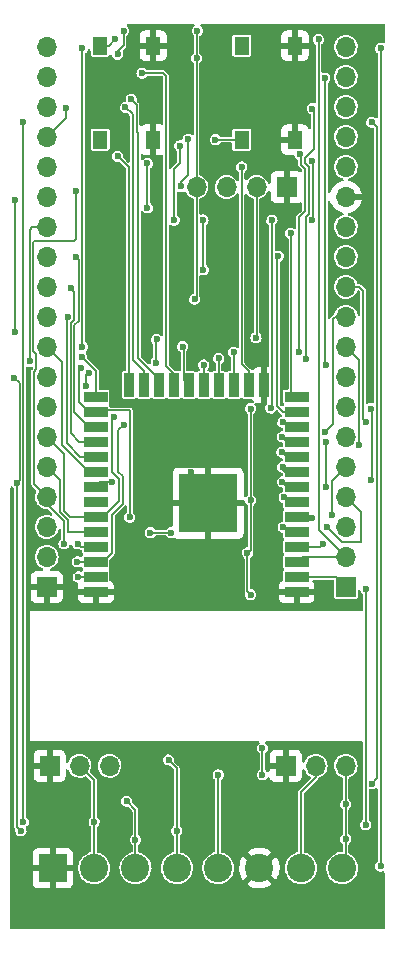
<source format=gtl>
G04 #@! TF.GenerationSoftware,KiCad,Pcbnew,(6.0.1-0)*
G04 #@! TF.CreationDate,2022-02-14T15:17:06-08:00*
G04 #@! TF.ProjectId,lamp,6c616d70-2e6b-4696-9361-645f70636258,rev?*
G04 #@! TF.SameCoordinates,Original*
G04 #@! TF.FileFunction,Copper,L1,Top*
G04 #@! TF.FilePolarity,Positive*
%FSLAX46Y46*%
G04 Gerber Fmt 4.6, Leading zero omitted, Abs format (unit mm)*
G04 Created by KiCad (PCBNEW (6.0.1-0)) date 2022-02-14 15:17:06*
%MOMM*%
%LPD*%
G01*
G04 APERTURE LIST*
G04 #@! TA.AperFunction,ComponentPad*
%ADD10R,2.400000X2.400000*%
G04 #@! TD*
G04 #@! TA.AperFunction,ComponentPad*
%ADD11C,2.400000*%
G04 #@! TD*
G04 #@! TA.AperFunction,SMDPad,CuDef*
%ADD12R,1.300000X1.550000*%
G04 #@! TD*
G04 #@! TA.AperFunction,ComponentPad*
%ADD13R,1.700000X1.700000*%
G04 #@! TD*
G04 #@! TA.AperFunction,ComponentPad*
%ADD14O,1.700000X1.700000*%
G04 #@! TD*
G04 #@! TA.AperFunction,SMDPad,CuDef*
%ADD15R,2.000000X0.900000*%
G04 #@! TD*
G04 #@! TA.AperFunction,SMDPad,CuDef*
%ADD16R,0.900000X2.000000*%
G04 #@! TD*
G04 #@! TA.AperFunction,SMDPad,CuDef*
%ADD17R,5.000000X5.000000*%
G04 #@! TD*
G04 #@! TA.AperFunction,ViaPad*
%ADD18C,0.600000*%
G04 #@! TD*
G04 #@! TA.AperFunction,Conductor*
%ADD19C,0.152400*%
G04 #@! TD*
G04 APERTURE END LIST*
D10*
G04 #@! TO.P,J8,1,Pin_1*
G04 #@! TO.N,GND*
X137750000Y-116656150D03*
D11*
G04 #@! TO.P,J8,2,Pin_2*
G04 #@! TO.N,/LED1*
X141250000Y-116656150D03*
G04 #@! TO.P,J8,3,Pin_3*
G04 #@! TO.N,+5V*
X144750000Y-116656150D03*
G04 #@! TO.P,J8,4,Pin_4*
G04 #@! TO.N,/IO19*
X148250000Y-116656150D03*
G04 #@! TO.P,J8,5,Pin_5*
G04 #@! TO.N,/IO33*
X151750000Y-116656150D03*
G04 #@! TO.P,J8,6,Pin_6*
G04 #@! TO.N,GND*
X155250000Y-116656150D03*
G04 #@! TO.P,J8,7,Pin_7*
G04 #@! TO.N,/LED2*
X158750000Y-116656150D03*
G04 #@! TO.P,J8,8,Pin_8*
G04 #@! TO.N,+5V*
X162250000Y-116656150D03*
G04 #@! TD*
D12*
G04 #@! TO.P,SW3,1,1*
G04 #@! TO.N,GND*
X146250000Y-54980000D03*
X146250000Y-47020000D03*
G04 #@! TO.P,SW3,2,2*
G04 #@! TO.N,/en*
X141750000Y-54980000D03*
X141750000Y-47020000D03*
G04 #@! TD*
G04 #@! TO.P,SW4,1,1*
G04 #@! TO.N,GND*
X158250000Y-54980000D03*
X158250000Y-47020000D03*
G04 #@! TO.P,SW4,2,2*
G04 #@! TO.N,/IO0*
X153750000Y-54980000D03*
X153750000Y-47020000D03*
G04 #@! TD*
D13*
G04 #@! TO.P,J3,1,Pin_1*
G04 #@! TO.N,GND*
X137475000Y-108000000D03*
D14*
G04 #@! TO.P,J3,2,Pin_2*
G04 #@! TO.N,/LED1*
X140015000Y-108000000D03*
G04 #@! TO.P,J3,3,Pin_3*
G04 #@! TO.N,+5V*
X142555000Y-108000000D03*
G04 #@! TD*
D13*
G04 #@! TO.P,J1,1,Pin_1*
G04 #@! TO.N,GND*
X157475000Y-108000000D03*
D14*
G04 #@! TO.P,J1,2,Pin_2*
G04 #@! TO.N,/LED2*
X160015000Y-108000000D03*
G04 #@! TO.P,J1,3,Pin_3*
G04 #@! TO.N,+5V*
X162555000Y-108000000D03*
G04 #@! TD*
D15*
G04 #@! TO.P,U1,1,GND*
G04 #@! TO.N,GND*
X158394908Y-93269356D03*
G04 #@! TO.P,U1,2,VDD*
G04 #@! TO.N,+3V3*
X158394908Y-91999356D03*
G04 #@! TO.P,U1,3,EN*
G04 #@! TO.N,/en*
X158394908Y-90729356D03*
G04 #@! TO.P,U1,4,SENSOR_VP*
G04 #@! TO.N,/SENSOR_VP*
X158394908Y-89459356D03*
G04 #@! TO.P,U1,5,SENSOR_VN*
G04 #@! TO.N,/SENSOR_VN*
X158394908Y-88189356D03*
G04 #@! TO.P,U1,6,IO34*
G04 #@! TO.N,/IO34*
X158394908Y-86919356D03*
G04 #@! TO.P,U1,7,IO35*
G04 #@! TO.N,/IO35*
X158394908Y-85649356D03*
G04 #@! TO.P,U1,8,IO32*
G04 #@! TO.N,/IO32*
X158394908Y-84379356D03*
G04 #@! TO.P,U1,9,IO33*
G04 #@! TO.N,/IO33*
X158394908Y-83109356D03*
G04 #@! TO.P,U1,10,IO25*
G04 #@! TO.N,/IO25*
X158394908Y-81839356D03*
G04 #@! TO.P,U1,11,IO26*
G04 #@! TO.N,/IO26*
X158394908Y-80569356D03*
G04 #@! TO.P,U1,12,IO27*
G04 #@! TO.N,/IO27*
X158394908Y-79299356D03*
G04 #@! TO.P,U1,13,IO14*
G04 #@! TO.N,/IO14*
X158394908Y-78029356D03*
G04 #@! TO.P,U1,14,IO12*
G04 #@! TO.N,/IO12*
X158394908Y-76759356D03*
D16*
G04 #@! TO.P,U1,15,GND*
G04 #@! TO.N,GND*
X155609908Y-75759356D03*
G04 #@! TO.P,U1,16,IO13*
G04 #@! TO.N,/IO13*
X154339908Y-75759356D03*
G04 #@! TO.P,U1,17,SHD/SD2*
G04 #@! TO.N,/SHD{slash}SD2*
X153069908Y-75759356D03*
G04 #@! TO.P,U1,18,SWP/SD3*
G04 #@! TO.N,/SWP{slash}SD3*
X151799908Y-75759356D03*
G04 #@! TO.P,U1,19,SCS/CMD*
G04 #@! TO.N,/SCS{slash}CMD*
X150529908Y-75759356D03*
G04 #@! TO.P,U1,20,SCK/CLK*
G04 #@! TO.N,/SCK{slash}CLK*
X149259908Y-75759356D03*
G04 #@! TO.P,U1,21,SDO/SD0*
G04 #@! TO.N,/SDO{slash}SD0*
X147989908Y-75759356D03*
G04 #@! TO.P,U1,22,SDI/SD1*
G04 #@! TO.N,/SDI{slash}SD1*
X146719908Y-75759356D03*
G04 #@! TO.P,U1,23,IO15*
G04 #@! TO.N,/IO15*
X145449908Y-75759356D03*
G04 #@! TO.P,U1,24,IO2*
G04 #@! TO.N,/IO2*
X144179908Y-75759356D03*
D15*
G04 #@! TO.P,U1,25,IO0*
G04 #@! TO.N,/IO0*
X141394908Y-76759356D03*
G04 #@! TO.P,U1,26,IO4*
G04 #@! TO.N,/IO4*
X141394908Y-78029356D03*
G04 #@! TO.P,U1,27,IO16*
G04 #@! TO.N,/IO16*
X141394908Y-79299356D03*
G04 #@! TO.P,U1,28,IO17*
G04 #@! TO.N,/IO17*
X141394908Y-80569356D03*
G04 #@! TO.P,U1,29,IO5*
G04 #@! TO.N,/IO5*
X141394908Y-81839356D03*
G04 #@! TO.P,U1,30,IO18*
G04 #@! TO.N,/IO18*
X141394908Y-83109356D03*
G04 #@! TO.P,U1,31,IO19*
G04 #@! TO.N,/IO19*
X141394908Y-84379356D03*
G04 #@! TO.P,U1,32,NC*
G04 #@! TO.N,unconnected-(U1-Pad32)*
X141394908Y-85649356D03*
G04 #@! TO.P,U1,33,IO21*
G04 #@! TO.N,/IO21*
X141394908Y-86919356D03*
G04 #@! TO.P,U1,34,RXD0/IO3*
G04 #@! TO.N,/RXD0{slash}IO3*
X141394908Y-88189356D03*
G04 #@! TO.P,U1,35,TXD0/IO1*
G04 #@! TO.N,/TXD0{slash}IO1*
X141394908Y-89459356D03*
G04 #@! TO.P,U1,36,IO22*
G04 #@! TO.N,/IO22*
X141394908Y-90729356D03*
G04 #@! TO.P,U1,37,IO23*
G04 #@! TO.N,/IO23*
X141394908Y-91999356D03*
G04 #@! TO.P,U1,38,GND*
G04 #@! TO.N,GND*
X141394908Y-93269356D03*
D17*
G04 #@! TO.P,U1,39,GND*
X150894908Y-85769356D03*
G04 #@! TD*
D13*
G04 #@! TO.P,J4,1,Pin_1*
G04 #@! TO.N,+3V3*
X162560000Y-92850000D03*
D14*
G04 #@! TO.P,J4,2,Pin_2*
G04 #@! TO.N,/en*
X162560000Y-90310000D03*
G04 #@! TO.P,J4,3,Pin_3*
G04 #@! TO.N,/SENSOR_VP*
X162560000Y-87770000D03*
G04 #@! TO.P,J4,4,Pin_4*
G04 #@! TO.N,/SENSOR_VN*
X162560000Y-85230000D03*
G04 #@! TO.P,J4,5,Pin_5*
G04 #@! TO.N,/IO34*
X162560000Y-82690000D03*
G04 #@! TO.P,J4,6,Pin_6*
G04 #@! TO.N,/IO35*
X162560000Y-80150000D03*
G04 #@! TO.P,J4,7,Pin_7*
G04 #@! TO.N,/IO32*
X162560000Y-77610000D03*
G04 #@! TO.P,J4,8,Pin_8*
G04 #@! TO.N,/IO33*
X162560000Y-75070000D03*
G04 #@! TO.P,J4,9,Pin_9*
G04 #@! TO.N,/IO25*
X162560000Y-72530000D03*
G04 #@! TO.P,J4,10,Pin_10*
G04 #@! TO.N,/IO26*
X162560000Y-69990000D03*
G04 #@! TO.P,J4,11,Pin_11*
G04 #@! TO.N,/IO27*
X162560000Y-67450000D03*
G04 #@! TO.P,J4,12,Pin_12*
G04 #@! TO.N,/IO14*
X162560000Y-64910000D03*
G04 #@! TO.P,J4,13,Pin_13*
G04 #@! TO.N,/IO12*
X162560000Y-62370000D03*
G04 #@! TO.P,J4,14,Pin_14*
G04 #@! TO.N,GND*
X162560000Y-59830000D03*
G04 #@! TO.P,J4,15,Pin_15*
G04 #@! TO.N,/IO13*
X162560000Y-57290000D03*
G04 #@! TO.P,J4,16,Pin_16*
G04 #@! TO.N,/SHD{slash}SD2*
X162560000Y-54750000D03*
G04 #@! TO.P,J4,17,Pin_17*
G04 #@! TO.N,/SWP{slash}SD3*
X162560000Y-52210000D03*
G04 #@! TO.P,J4,18,Pin_18*
G04 #@! TO.N,/SCS{slash}CMD*
X162560000Y-49670000D03*
G04 #@! TO.P,J4,19,Pin_19*
G04 #@! TO.N,+5V*
X162560000Y-47130000D03*
G04 #@! TD*
D13*
G04 #@! TO.P,J2,1,Pin_1*
G04 #@! TO.N,GND*
X157540000Y-59000000D03*
D14*
G04 #@! TO.P,J2,2,Pin_2*
G04 #@! TO.N,/RXD0{slash}IO3*
X155000000Y-59000000D03*
G04 #@! TO.P,J2,3,Pin_3*
G04 #@! TO.N,/TXD0{slash}IO1*
X152460000Y-59000000D03*
G04 #@! TO.P,J2,4,Pin_4*
G04 #@! TO.N,+5V*
X149920000Y-59000000D03*
G04 #@! TD*
D13*
G04 #@! TO.P,J5,1,Pin_1*
G04 #@! TO.N,GND*
X137239556Y-92850000D03*
D14*
G04 #@! TO.P,J5,2,Pin_2*
G04 #@! TO.N,/IO23*
X137239556Y-90310000D03*
G04 #@! TO.P,J5,3,Pin_3*
G04 #@! TO.N,/IO22*
X137239556Y-87770000D03*
G04 #@! TO.P,J5,4,Pin_4*
G04 #@! TO.N,/TXD0{slash}IO1*
X137239556Y-85230000D03*
G04 #@! TO.P,J5,5,Pin_5*
G04 #@! TO.N,/RXD0{slash}IO3*
X137239556Y-82690000D03*
G04 #@! TO.P,J5,6,Pin_6*
G04 #@! TO.N,/IO21*
X137239556Y-80150000D03*
G04 #@! TO.P,J5,7,Pin_7*
G04 #@! TO.N,GND*
X137239556Y-77610000D03*
G04 #@! TO.P,J5,8,Pin_8*
G04 #@! TO.N,/IO19*
X137239556Y-75070000D03*
G04 #@! TO.P,J5,9,Pin_9*
G04 #@! TO.N,/IO18*
X137239556Y-72530000D03*
G04 #@! TO.P,J5,10,Pin_10*
G04 #@! TO.N,/IO5*
X137239556Y-69990000D03*
G04 #@! TO.P,J5,11,Pin_11*
G04 #@! TO.N,/IO17*
X137239556Y-67450000D03*
G04 #@! TO.P,J5,12,Pin_12*
G04 #@! TO.N,/IO16*
X137239556Y-64910000D03*
G04 #@! TO.P,J5,13,Pin_13*
G04 #@! TO.N,/IO4*
X137239556Y-62370000D03*
G04 #@! TO.P,J5,14,Pin_14*
G04 #@! TO.N,/IO0*
X137239556Y-59830000D03*
G04 #@! TO.P,J5,15,Pin_15*
G04 #@! TO.N,/IO2*
X137239556Y-57290000D03*
G04 #@! TO.P,J5,16,Pin_16*
G04 #@! TO.N,/IO15*
X137239556Y-54750000D03*
G04 #@! TO.P,J5,17,Pin_17*
G04 #@! TO.N,/SDI{slash}SD1*
X137239556Y-52210000D03*
G04 #@! TO.P,J5,18,Pin_18*
G04 #@! TO.N,/SDO{slash}SD0*
X137239556Y-49670000D03*
G04 #@! TO.P,J5,19,Pin_19*
G04 #@! TO.N,/SCK{slash}CLK*
X137239556Y-47130000D03*
G04 #@! TD*
D18*
G04 #@! TO.N,+3V3*
X154220000Y-89970000D03*
X154500000Y-85500000D03*
X159718100Y-61781900D03*
X148500000Y-55500000D03*
X147781900Y-88250000D03*
X164250000Y-93000000D03*
X156300000Y-61800000D03*
X148031900Y-61781900D03*
X164250000Y-113000000D03*
X154500000Y-77750000D03*
X146000000Y-88250000D03*
X159718100Y-56750000D03*
X150500000Y-66000000D03*
X154500000Y-93500000D03*
X150468100Y-61781900D03*
X156200000Y-77700000D03*
G04 #@! TO.N,/IO12*
X157900000Y-62900000D03*
X145750000Y-57000000D03*
X145750000Y-60750000D03*
G04 #@! TO.N,/IO13*
X153750000Y-57300000D03*
G04 #@! TO.N,GND*
X142950000Y-58050000D03*
X143550000Y-60900000D03*
X149450000Y-83150000D03*
G04 #@! TO.N,/en*
X143000000Y-46500000D03*
X160250000Y-46500000D03*
G04 #@! TO.N,/SENSOR_VP*
X160600000Y-89250000D03*
G04 #@! TO.N,/SENSOR_VN*
X157250138Y-87797441D03*
X161000000Y-87800000D03*
G04 #@! TO.N,/IO34*
X159700000Y-86998100D03*
X161350000Y-86750000D03*
G04 #@! TO.N,/IO35*
X157338945Y-85277779D03*
X160850000Y-84400000D03*
X160850000Y-80600000D03*
G04 #@! TO.N,/IO32*
X164656180Y-77750000D03*
X157193272Y-83963780D03*
X164656180Y-83800000D03*
G04 #@! TO.N,/IO33*
X157209271Y-82701368D03*
X155500000Y-108750000D03*
X151750000Y-108750000D03*
X155500000Y-106500000D03*
G04 #@! TO.N,/IO25*
X157150000Y-81450000D03*
X163664011Y-80840007D03*
G04 #@! TO.N,/IO26*
X160781900Y-79750000D03*
X157175354Y-80144339D03*
G04 #@! TO.N,/IO27*
X164271900Y-78850000D03*
X157230360Y-78900235D03*
G04 #@! TO.N,/IO14*
X156831900Y-64850000D03*
G04 #@! TO.N,/SHD{slash}SD2*
X153050000Y-72968100D03*
X158693551Y-56206900D03*
X158600000Y-72950000D03*
G04 #@! TO.N,/SWP{slash}SD3*
X151800000Y-73500000D03*
X159718100Y-52350000D03*
X159200000Y-73518100D03*
G04 #@! TO.N,/SCS{slash}CMD*
X160781900Y-49781900D03*
X160850000Y-74050000D03*
X150529908Y-74050000D03*
G04 #@! TO.N,/SCK{slash}CLK*
X148750000Y-72500000D03*
X140250000Y-47250000D03*
X140250000Y-72500000D03*
G04 #@! TO.N,/SDO{slash}SD0*
X145300000Y-49350000D03*
G04 #@! TO.N,/SDI{slash}SD1*
X144382453Y-51580206D03*
G04 #@! TO.N,/IO15*
X143900000Y-52250000D03*
X138850000Y-52300000D03*
G04 #@! TO.N,/IO2*
X143250000Y-56400000D03*
G04 #@! TO.N,/IO0*
X151520000Y-54980000D03*
X134550000Y-71300000D03*
X148619190Y-58946688D03*
X149200000Y-54950000D03*
X140200000Y-73350000D03*
X134550000Y-60100000D03*
G04 #@! TO.N,/IO4*
X144262500Y-86962500D03*
X140105740Y-74300000D03*
X135781900Y-73750000D03*
G04 #@! TO.N,/IO16*
X139700000Y-64950000D03*
G04 #@! TO.N,/IO17*
X139250000Y-67550000D03*
G04 #@! TO.N,/IO5*
X139000000Y-70000000D03*
G04 #@! TO.N,/IO19*
X134718100Y-84050000D03*
X142750000Y-84000000D03*
X148250000Y-113500000D03*
X134500000Y-75150000D03*
X147550000Y-107500000D03*
X135050000Y-113500000D03*
G04 #@! TO.N,/IO21*
X142900000Y-78500000D03*
G04 #@! TO.N,/RXD0{slash}IO3*
X146500000Y-73850000D03*
X146550000Y-71900000D03*
X140801576Y-74698424D03*
X154950000Y-71750000D03*
X140600000Y-75857454D03*
G04 #@! TO.N,/TXD0{slash}IO1*
X139718100Y-59300000D03*
X139850000Y-89200000D03*
X138700000Y-89200000D03*
G04 #@! TO.N,/IO22*
X139820644Y-90729356D03*
X143750000Y-79100000D03*
G04 #@! TO.N,/IO23*
X139900000Y-92000000D03*
G04 #@! TO.N,+5V*
X165500000Y-116500000D03*
X162555000Y-114195000D03*
X149750000Y-68500000D03*
X143750000Y-45750000D03*
X165500000Y-47250000D03*
X144750000Y-114250000D03*
X143250000Y-47750000D03*
X149920000Y-48080000D03*
X162550000Y-111250000D03*
X144000000Y-111000000D03*
X150000000Y-45750000D03*
G04 #@! TO.N,/LED2*
X164781900Y-109500000D03*
X164750000Y-53500000D03*
G04 #@! TO.N,/LED1*
X135250000Y-112750000D03*
X141250000Y-112750000D03*
X135250000Y-53500000D03*
G04 #@! TD*
D19*
G04 #@! TO.N,+3V3*
X154500000Y-89690000D02*
X154500000Y-85500000D01*
X156200000Y-77700000D02*
X156300000Y-77600000D01*
X154220000Y-89970000D02*
X154220000Y-93220000D01*
X158394908Y-91999356D02*
X161709356Y-91999356D01*
X148031900Y-57468100D02*
X148031900Y-61781900D01*
X159718100Y-61781900D02*
X159750000Y-61750000D01*
X156300000Y-77600000D02*
X156300000Y-61800000D01*
X161709356Y-91999356D02*
X162560000Y-92850000D01*
X154220000Y-93220000D02*
X154500000Y-93500000D01*
X159750000Y-56750000D02*
X159718100Y-56750000D01*
X146000000Y-88250000D02*
X147781900Y-88250000D01*
X150500000Y-66000000D02*
X150500000Y-61750000D01*
X159750000Y-61750000D02*
X159750000Y-56750000D01*
X148500000Y-57000000D02*
X148031900Y-57468100D01*
X154500000Y-85500000D02*
X154500000Y-77750000D01*
X148500000Y-55500000D02*
X148500000Y-57000000D01*
X164250000Y-113000000D02*
X164250000Y-93000000D01*
X154220000Y-89970000D02*
X154500000Y-89690000D01*
X150500000Y-61750000D02*
X150468100Y-61781900D01*
G04 #@! TO.N,/IO12*
X157950000Y-62950000D02*
X157900000Y-62900000D01*
X157950000Y-76314448D02*
X157950000Y-62950000D01*
X145750000Y-60750000D02*
X145750000Y-57000000D01*
X158394908Y-76759356D02*
X157950000Y-76314448D01*
G04 #@! TO.N,/IO13*
X154339908Y-74599356D02*
X153750000Y-74009448D01*
X154339908Y-75759356D02*
X154339908Y-74599356D01*
X153750000Y-74009448D02*
X153750000Y-57300000D01*
G04 #@! TO.N,GND*
X142950000Y-60300000D02*
X143550000Y-60900000D01*
X142950000Y-58050000D02*
X142950000Y-60300000D01*
G04 #@! TO.N,/en*
X162560000Y-90310000D02*
X158814264Y-90310000D01*
X162560000Y-90310000D02*
X160250000Y-88000000D01*
X141750000Y-47020000D02*
X142480000Y-47020000D01*
X142480000Y-47020000D02*
X143000000Y-46500000D01*
X158814264Y-90310000D02*
X158394908Y-90729356D01*
X160250000Y-88000000D02*
X160250000Y-46500000D01*
G04 #@! TO.N,/SENSOR_VP*
X160390644Y-89459356D02*
X160600000Y-89250000D01*
X158394908Y-89459356D02*
X160390644Y-89459356D01*
G04 #@! TO.N,/SENSOR_VN*
X157642053Y-88189356D02*
X158394908Y-88189356D01*
X162560000Y-85230000D02*
X163850000Y-86520000D01*
X163850000Y-86520000D02*
X163850000Y-89050000D01*
X157250138Y-87797441D02*
X157642053Y-88189356D01*
X162250000Y-89050000D02*
X161000000Y-87800000D01*
X163850000Y-89050000D02*
X162250000Y-89050000D01*
G04 #@! TO.N,/IO34*
X158473652Y-86998100D02*
X158394908Y-86919356D01*
X162560000Y-82690000D02*
X161400000Y-83850000D01*
X161400000Y-83850000D02*
X161400000Y-86700000D01*
X159700000Y-86998100D02*
X158473652Y-86998100D01*
X161400000Y-86700000D02*
X161350000Y-86750000D01*
G04 #@! TO.N,/IO35*
X157338945Y-85277779D02*
X157710522Y-85649356D01*
X157710522Y-85649356D02*
X158394908Y-85649356D01*
X160850000Y-80600000D02*
X160850000Y-84400000D01*
G04 #@! TO.N,/IO32*
X164800000Y-77800000D02*
X164706180Y-77800000D01*
X164800000Y-83656180D02*
X164800000Y-77800000D01*
X157193272Y-83963780D02*
X157608848Y-84379356D01*
X157608848Y-84379356D02*
X158394908Y-84379356D01*
X164656180Y-83800000D02*
X164800000Y-83656180D01*
G04 #@! TO.N,/IO33*
X157209271Y-82927983D02*
X157390644Y-83109356D01*
X157209271Y-82701368D02*
X157209271Y-82927983D01*
X151750000Y-116656150D02*
X151750000Y-108750000D01*
X157390644Y-83109356D02*
X158394908Y-83109356D01*
X155500000Y-108750000D02*
X155500000Y-106500000D01*
G04 #@! TO.N,/IO25*
X157539356Y-81839356D02*
X158394908Y-81839356D01*
X163664011Y-80840007D02*
X163700000Y-80804018D01*
X163700000Y-80804018D02*
X163700000Y-73670000D01*
X157150000Y-81450000D02*
X157539356Y-81839356D01*
X163700000Y-73670000D02*
X162560000Y-72530000D01*
G04 #@! TO.N,/IO26*
X157600371Y-80569356D02*
X158394908Y-80569356D01*
X161673778Y-69990000D02*
X162560000Y-69990000D01*
X160781900Y-79750000D02*
X161481889Y-79050011D01*
X161481889Y-79050011D02*
X161481889Y-70181889D01*
X161481889Y-70181889D02*
X161673778Y-69990000D01*
X157175354Y-80144339D02*
X157600371Y-80569356D01*
G04 #@! TO.N,/IO27*
X163700000Y-67450000D02*
X162560000Y-67450000D01*
X164025000Y-67775000D02*
X163700000Y-67450000D01*
X157629481Y-79299356D02*
X158394908Y-79299356D01*
X164025000Y-78603100D02*
X164271900Y-78850000D01*
X164025000Y-78603100D02*
X164025000Y-67775000D01*
X157230360Y-78900235D02*
X157629481Y-79299356D01*
G04 #@! TO.N,/IO14*
X157229356Y-78029356D02*
X156750000Y-77550000D01*
X158394908Y-78029356D02*
X157229356Y-78029356D01*
X156750000Y-77550000D02*
X156750000Y-64850000D01*
X156750000Y-64850000D02*
X156831900Y-64850000D01*
G04 #@! TO.N,/SHD{slash}SD2*
X153050000Y-73050000D02*
X153050000Y-72968100D01*
X153069908Y-75759356D02*
X153069908Y-73069908D01*
X158600000Y-72950000D02*
X158600000Y-61550000D01*
X153069908Y-73069908D02*
X153050000Y-73050000D01*
X159100000Y-57441122D02*
X158750000Y-57091122D01*
X158700451Y-56200000D02*
X158693551Y-56206900D01*
X159100000Y-61050000D02*
X159100000Y-57441122D01*
X158750000Y-56200000D02*
X158700451Y-56200000D01*
X158750000Y-57091122D02*
X158750000Y-56200000D01*
X158600000Y-61550000D02*
X159100000Y-61050000D01*
G04 #@! TO.N,/SWP{slash}SD3*
X151799908Y-73600092D02*
X151800000Y-73600000D01*
X151799908Y-75759356D02*
X151799908Y-73600092D01*
X159850000Y-55800000D02*
X159850000Y-52350000D01*
X159100000Y-56550000D02*
X159850000Y-55800000D01*
X159438080Y-61261920D02*
X159438080Y-57338080D01*
X159438080Y-57338080D02*
X159100000Y-57000000D01*
X159850000Y-52350000D02*
X159718100Y-52350000D01*
X159150000Y-61550000D02*
X159438080Y-61261920D01*
X159200000Y-62050000D02*
X159150000Y-62000000D01*
X159100000Y-57000000D02*
X159100000Y-56550000D01*
X151800000Y-73600000D02*
X151800000Y-73500000D01*
X159150000Y-62000000D02*
X159150000Y-61550000D01*
X159200000Y-73518100D02*
X159200000Y-62050000D01*
G04 #@! TO.N,/SCS{slash}CMD*
X150529908Y-75759356D02*
X150529908Y-74050000D01*
X160781900Y-73981900D02*
X160781900Y-49781900D01*
X160850000Y-74050000D02*
X160781900Y-73981900D01*
G04 #@! TO.N,/SCK{slash}CLK*
X148838089Y-75337537D02*
X148838089Y-72588089D01*
X149259908Y-75759356D02*
X148838089Y-75337537D01*
X140250000Y-72500000D02*
X140250000Y-47250000D01*
X148838089Y-72588089D02*
X148750000Y-72500000D01*
G04 #@! TO.N,/SDO{slash}SD0*
X147989908Y-74789908D02*
X147350000Y-74150000D01*
X147989908Y-75759356D02*
X147989908Y-74789908D01*
X147350000Y-74150000D02*
X147350000Y-49600000D01*
X147100000Y-49350000D02*
X145300000Y-49350000D01*
X147350000Y-49600000D02*
X147100000Y-49350000D01*
G04 #@! TO.N,/SDI{slash}SD1*
X144950000Y-54450000D02*
X144950000Y-73439448D01*
X144950000Y-73439448D02*
X146719908Y-75209356D01*
X144850000Y-52047753D02*
X144850000Y-54350000D01*
X144850000Y-54350000D02*
X144950000Y-54450000D01*
X146719908Y-75209356D02*
X146719908Y-75759356D01*
X144382453Y-51580206D02*
X144850000Y-52047753D01*
G04 #@! TO.N,/IO15*
X144500000Y-52850000D02*
X143900000Y-52250000D01*
X138850000Y-52300000D02*
X138850000Y-53139556D01*
X145449908Y-75759356D02*
X145449908Y-74599908D01*
X138850000Y-53139556D02*
X137239556Y-54750000D01*
X145449908Y-74599908D02*
X144500000Y-73650000D01*
X144500000Y-73650000D02*
X144500000Y-52850000D01*
G04 #@! TO.N,/IO2*
X144179908Y-75759356D02*
X144179908Y-57329908D01*
X144179908Y-57329908D02*
X143250000Y-56400000D01*
G04 #@! TO.N,/IO0*
X148619190Y-58946688D02*
X148619190Y-58580810D01*
X141394908Y-76759356D02*
X141394908Y-74544908D01*
X153750000Y-54980000D02*
X151520000Y-54980000D01*
X148619190Y-58580810D02*
X149200000Y-58000000D01*
X149200000Y-58000000D02*
X149200000Y-54950000D01*
X134550000Y-71300000D02*
X134550000Y-60100000D01*
X141394908Y-74544908D02*
X140200000Y-73350000D01*
G04 #@! TO.N,/IO4*
X135781900Y-73750000D02*
X135781900Y-62618100D01*
X144287500Y-86962500D02*
X144262500Y-86962500D01*
X144300000Y-77950000D02*
X144300000Y-86950000D01*
X141394908Y-78029356D02*
X140844908Y-78029356D01*
X141394908Y-78029356D02*
X141524264Y-77900000D01*
X140000000Y-77184448D02*
X140000000Y-74300000D01*
X144250000Y-77900000D02*
X144300000Y-77950000D01*
X135781900Y-62618100D02*
X136030000Y-62370000D01*
X140000000Y-74300000D02*
X140105740Y-74300000D01*
X136030000Y-62370000D02*
X137239556Y-62370000D01*
X141524264Y-77900000D02*
X144250000Y-77900000D01*
X144300000Y-86950000D02*
X144287500Y-86962500D01*
X140844908Y-78029356D02*
X140000000Y-77184448D01*
G04 #@! TO.N,/IO16*
X139573840Y-70667282D02*
X139938080Y-70303042D01*
X139938080Y-70303042D02*
X139938080Y-65188080D01*
X140844908Y-79299356D02*
X139573840Y-78028288D01*
X141394908Y-79299356D02*
X140844908Y-79299356D01*
X139938080Y-65188080D02*
X139700000Y-64950000D01*
X139573840Y-78028288D02*
X139573840Y-70667282D01*
G04 #@! TO.N,/IO17*
X139550000Y-67850000D02*
X139250000Y-67550000D01*
X139981276Y-80569356D02*
X139261920Y-79850000D01*
X139261920Y-70538080D02*
X139550000Y-70250000D01*
X139550000Y-70250000D02*
X139550000Y-67850000D01*
X139261920Y-79850000D02*
X139261920Y-70538080D01*
X141394908Y-80569356D02*
X139981276Y-80569356D01*
G04 #@! TO.N,/IO5*
X139000000Y-70000000D02*
X138950000Y-70050000D01*
X140089356Y-81839356D02*
X141394908Y-81839356D01*
X138950000Y-80700000D02*
X140089356Y-81839356D01*
X138950000Y-70050000D02*
X138950000Y-80700000D01*
G04 #@! TO.N,/IO18*
X138550000Y-80850000D02*
X138550000Y-73840444D01*
X140809356Y-83109356D02*
X138550000Y-80850000D01*
X141394908Y-83109356D02*
X140809356Y-83109356D01*
X138550000Y-73840444D02*
X137239556Y-72530000D01*
G04 #@! TO.N,/IO19*
X148250000Y-108200000D02*
X147550000Y-107500000D01*
X134938080Y-75588080D02*
X134500000Y-75150000D01*
X134938080Y-83830020D02*
X134938080Y-75588080D01*
X134700000Y-113150000D02*
X134700000Y-84068100D01*
X148250000Y-116656150D02*
X148250000Y-113500000D01*
X141774264Y-84000000D02*
X141394908Y-84379356D01*
X148250000Y-113500000D02*
X148250000Y-108200000D01*
X142750000Y-84000000D02*
X141774264Y-84000000D01*
X135050000Y-113500000D02*
X134700000Y-113150000D01*
X134718100Y-84050000D02*
X134938080Y-83830020D01*
X134700000Y-84068100D02*
X134718100Y-84050000D01*
G04 #@! TO.N,/IO21*
X139201599Y-86919356D02*
X138700000Y-86417757D01*
X142800000Y-83150000D02*
X143350000Y-83700000D01*
X138700000Y-81610444D02*
X137239556Y-80150000D01*
X142900000Y-78500000D02*
X142800000Y-78600000D01*
X141394908Y-86919356D02*
X139201599Y-86919356D01*
X143350000Y-83700000D02*
X143350000Y-85608086D01*
X142800000Y-78600000D02*
X142800000Y-83150000D01*
X138700000Y-86417757D02*
X138700000Y-81610444D01*
X142038730Y-86919356D02*
X141394908Y-86919356D01*
X143350000Y-85608086D02*
X142038730Y-86919356D01*
G04 #@! TO.N,/RXD0{slash}IO3*
X139011920Y-87170799D02*
X138350000Y-86508879D01*
X146500000Y-71950000D02*
X146500000Y-73850000D01*
X138350000Y-83800444D02*
X137239556Y-82690000D01*
X141394908Y-88189356D02*
X139011920Y-88189356D01*
X155000000Y-59000000D02*
X155000000Y-71700000D01*
X140600000Y-75857454D02*
X140600000Y-74850000D01*
X138350000Y-86508879D02*
X138350000Y-83800444D01*
X155000000Y-71700000D02*
X154950000Y-71750000D01*
X146550000Y-71900000D02*
X146500000Y-71950000D01*
X140751576Y-74698424D02*
X140801576Y-74698424D01*
X140600000Y-74850000D02*
X140751576Y-74698424D01*
X139011920Y-88189356D02*
X139011920Y-87170799D01*
G04 #@! TO.N,/TXD0{slash}IO1*
X136090020Y-72910518D02*
X136090020Y-63700000D01*
X136350000Y-74429502D02*
X136350000Y-73170498D01*
X138700000Y-87300000D02*
X137239556Y-85839556D01*
X139550000Y-63600000D02*
X136190020Y-63600000D01*
X137239556Y-85839556D02*
X137239556Y-85230000D01*
X136157645Y-84148089D02*
X136157645Y-74621857D01*
X136090020Y-63700000D02*
X136190020Y-63600000D01*
X141394908Y-89459356D02*
X140109356Y-89459356D01*
X140109356Y-89459356D02*
X139850000Y-89200000D01*
X139718100Y-63431900D02*
X139718100Y-59300000D01*
X138700000Y-89200000D02*
X138700000Y-87300000D01*
X139550000Y-63600000D02*
X139718100Y-63431900D01*
X137239556Y-85230000D02*
X136157645Y-84148089D01*
X136157645Y-74621857D02*
X136350000Y-74429502D01*
X136350000Y-73170498D02*
X136090020Y-72910518D01*
G04 #@! TO.N,/IO22*
X143661920Y-85838080D02*
X142750000Y-86750000D01*
X141394908Y-90729356D02*
X139820644Y-90729356D01*
X142750000Y-90018086D02*
X142038730Y-90729356D01*
X142038730Y-90729356D02*
X141394908Y-90729356D01*
X143300000Y-79550000D02*
X143300000Y-83100000D01*
X143300000Y-83100000D02*
X143661920Y-83461920D01*
X142750000Y-86750000D02*
X142750000Y-90018086D01*
X143661920Y-83461920D02*
X143661920Y-85838080D01*
X143750000Y-79100000D02*
X143300000Y-79550000D01*
G04 #@! TO.N,/IO23*
X139900644Y-91999356D02*
X139900000Y-92000000D01*
X141394908Y-91999356D02*
X139900644Y-91999356D01*
G04 #@! TO.N,+5V*
X149920000Y-68330000D02*
X149750000Y-68500000D01*
X143250000Y-47500000D02*
X143250000Y-47750000D01*
X149920000Y-59000000D02*
X149920000Y-48080000D01*
X162555000Y-114195000D02*
X162555000Y-116351150D01*
X149920000Y-59000000D02*
X149920000Y-68330000D01*
X144000000Y-111000000D02*
X144750000Y-111750000D01*
X143750000Y-47000000D02*
X143250000Y-47500000D01*
X162555000Y-108000000D02*
X162555000Y-114195000D01*
X165500000Y-47250000D02*
X165500000Y-116500000D01*
X162555000Y-116351150D02*
X162250000Y-116656150D01*
X143750000Y-45750000D02*
X143750000Y-47000000D01*
X144750000Y-111750000D02*
X144750000Y-116656150D01*
X149920000Y-45830000D02*
X150000000Y-45750000D01*
X149920000Y-48080000D02*
X149920000Y-45830000D01*
G04 #@! TO.N,/LED2*
X164750000Y-109500000D02*
X164781900Y-109500000D01*
X165188080Y-53938080D02*
X165188080Y-109061920D01*
X164750000Y-53500000D02*
X165188080Y-53938080D01*
X158750000Y-116656150D02*
X158750000Y-110250000D01*
X165188080Y-109061920D02*
X164750000Y-109500000D01*
X158750000Y-110250000D02*
X160015000Y-108985000D01*
X160015000Y-108985000D02*
X160015000Y-108000000D01*
G04 #@! TO.N,/LED1*
X141250000Y-109235000D02*
X141250000Y-116656150D01*
X135250000Y-112750000D02*
X135250000Y-53500000D01*
X140015000Y-108000000D02*
X141250000Y-109235000D01*
G04 #@! TD*
G04 #@! TA.AperFunction,Conductor*
G04 #@! TO.N,GND*
G36*
X149697643Y-45172402D02*
G01*
X149744136Y-45226058D01*
X149754240Y-45296332D01*
X149724746Y-45360912D01*
X149706016Y-45377006D01*
X149706353Y-45377403D01*
X149699516Y-45383222D01*
X149691924Y-45388012D01*
X149685981Y-45394741D01*
X149685980Y-45394742D01*
X149619314Y-45470228D01*
X149602709Y-45489029D01*
X149545432Y-45611025D01*
X149524697Y-45744193D01*
X149525861Y-45753095D01*
X149525861Y-45753098D01*
X149541008Y-45868929D01*
X149542172Y-45877828D01*
X149596451Y-46001187D01*
X149661352Y-46078395D01*
X149689872Y-46143409D01*
X149690900Y-46159469D01*
X149690900Y-47598698D01*
X149670898Y-47666819D01*
X149632135Y-47705260D01*
X149611924Y-47718012D01*
X149522709Y-47819029D01*
X149518895Y-47827152D01*
X149518894Y-47827154D01*
X149500107Y-47867170D01*
X149465432Y-47941025D01*
X149464052Y-47949890D01*
X149464051Y-47949892D01*
X149447628Y-48055371D01*
X149444697Y-48074193D01*
X149445861Y-48083095D01*
X149445861Y-48083098D01*
X149459658Y-48188606D01*
X149462172Y-48207828D01*
X149516451Y-48331187D01*
X149522228Y-48338060D01*
X149522229Y-48338061D01*
X149528740Y-48345806D01*
X149603172Y-48434353D01*
X149610646Y-48439328D01*
X149610647Y-48439329D01*
X149634720Y-48455354D01*
X149680342Y-48509752D01*
X149690900Y-48560240D01*
X149690900Y-54475630D01*
X149670898Y-54543751D01*
X149617242Y-54590244D01*
X149546968Y-54600348D01*
X149496367Y-54581362D01*
X149406913Y-54523380D01*
X149406911Y-54523379D01*
X149399382Y-54518499D01*
X149390785Y-54515928D01*
X149390783Y-54515927D01*
X149313140Y-54492707D01*
X149270259Y-54479883D01*
X149261283Y-54479828D01*
X149261282Y-54479828D01*
X149203847Y-54479477D01*
X149135489Y-54479060D01*
X149126858Y-54481527D01*
X149126856Y-54481527D01*
X149014536Y-54513628D01*
X149014534Y-54513629D01*
X149005905Y-54516095D01*
X148935697Y-54560393D01*
X148902464Y-54581362D01*
X148891924Y-54588012D01*
X148802709Y-54689029D01*
X148798895Y-54697152D01*
X148798894Y-54697154D01*
X148780689Y-54735930D01*
X148745432Y-54811025D01*
X148744052Y-54819891D01*
X148727217Y-54928007D01*
X148696972Y-54992239D01*
X148636802Y-55029923D01*
X148584093Y-55033237D01*
X148578858Y-55032455D01*
X148570259Y-55029883D01*
X148561285Y-55029828D01*
X148561284Y-55029828D01*
X148501932Y-55029466D01*
X148435489Y-55029060D01*
X148426858Y-55031527D01*
X148426856Y-55031527D01*
X148314536Y-55063628D01*
X148314534Y-55063629D01*
X148305905Y-55066095D01*
X148253867Y-55098929D01*
X148218920Y-55120979D01*
X148191924Y-55138012D01*
X148185981Y-55144741D01*
X148185980Y-55144742D01*
X148158267Y-55176121D01*
X148102709Y-55239029D01*
X148045432Y-55361025D01*
X148044052Y-55369890D01*
X148044051Y-55369892D01*
X148026350Y-55483580D01*
X148024697Y-55494193D01*
X148025861Y-55503095D01*
X148025861Y-55503098D01*
X148041008Y-55618929D01*
X148042172Y-55627828D01*
X148096451Y-55751187D01*
X148102228Y-55758060D01*
X148102229Y-55758061D01*
X148149805Y-55814658D01*
X148183172Y-55854353D01*
X148190646Y-55859328D01*
X148190647Y-55859329D01*
X148214720Y-55875354D01*
X148260342Y-55929752D01*
X148270900Y-55980240D01*
X148270900Y-56852913D01*
X148250898Y-56921034D01*
X148233995Y-56942009D01*
X148050429Y-57125574D01*
X147876469Y-57299534D01*
X147871685Y-57304074D01*
X147856066Y-57318138D01*
X147842414Y-57330430D01*
X147834822Y-57347482D01*
X147833974Y-57349386D01*
X147824542Y-57366758D01*
X147813239Y-57384164D01*
X147810884Y-57382634D01*
X147779648Y-57423545D01*
X147712895Y-57447723D01*
X147643667Y-57431973D01*
X147593944Y-57381296D01*
X147579100Y-57321964D01*
X147579100Y-49609282D01*
X147579273Y-49602688D01*
X147580641Y-49576587D01*
X147580641Y-49576586D01*
X147581334Y-49563360D01*
X147573900Y-49543993D01*
X147568283Y-49525031D01*
X147566723Y-49517691D01*
X147566723Y-49517690D01*
X147563969Y-49504735D01*
X147556185Y-49494022D01*
X147554044Y-49489213D01*
X147551177Y-49484799D01*
X147546432Y-49472436D01*
X147531761Y-49457765D01*
X147518920Y-49442731D01*
X147514505Y-49436654D01*
X147514504Y-49436654D01*
X147506722Y-49425942D01*
X147495255Y-49419322D01*
X147485412Y-49410459D01*
X147485704Y-49410135D01*
X147478943Y-49404945D01*
X147268567Y-49194569D01*
X147264026Y-49189785D01*
X147246531Y-49170355D01*
X147237670Y-49160514D01*
X147218714Y-49152074D01*
X147201342Y-49142642D01*
X147195043Y-49138551D01*
X147195041Y-49138550D01*
X147183936Y-49131339D01*
X147170857Y-49129268D01*
X147165942Y-49127381D01*
X147160796Y-49126287D01*
X147148697Y-49120900D01*
X147127947Y-49120900D01*
X147108236Y-49119349D01*
X147100819Y-49118174D01*
X147100818Y-49118174D01*
X147087742Y-49116103D01*
X147074953Y-49119530D01*
X147061725Y-49120223D01*
X147061702Y-49119787D01*
X147053250Y-49120900D01*
X145781467Y-49120900D01*
X145713346Y-49100898D01*
X145686014Y-49077148D01*
X145618337Y-48998606D01*
X145612475Y-48991803D01*
X145499382Y-48918499D01*
X145490785Y-48915928D01*
X145490783Y-48915927D01*
X145413140Y-48892707D01*
X145370259Y-48879883D01*
X145361283Y-48879828D01*
X145361282Y-48879828D01*
X145303847Y-48879477D01*
X145235489Y-48879060D01*
X145226858Y-48881527D01*
X145226856Y-48881527D01*
X145114536Y-48913628D01*
X145114534Y-48913629D01*
X145105905Y-48916095D01*
X144991924Y-48988012D01*
X144985981Y-48994741D01*
X144985980Y-48994742D01*
X144919314Y-49070228D01*
X144902709Y-49089029D01*
X144898895Y-49097152D01*
X144898894Y-49097154D01*
X144882844Y-49131339D01*
X144845432Y-49211025D01*
X144844052Y-49219890D01*
X144844051Y-49219892D01*
X144829343Y-49314356D01*
X144824697Y-49344193D01*
X144825861Y-49353095D01*
X144825861Y-49353098D01*
X144841008Y-49468929D01*
X144842172Y-49477828D01*
X144896451Y-49601187D01*
X144902228Y-49608060D01*
X144902229Y-49608061D01*
X144951348Y-49666494D01*
X144983172Y-49704353D01*
X145095362Y-49779033D01*
X145224002Y-49819223D01*
X145232972Y-49819387D01*
X145232976Y-49819388D01*
X145294742Y-49820520D01*
X145358752Y-49821693D01*
X145367812Y-49819223D01*
X145480117Y-49788606D01*
X145480120Y-49788605D01*
X145488779Y-49786244D01*
X145496429Y-49781547D01*
X145496431Y-49781546D01*
X145595979Y-49720424D01*
X145595982Y-49720421D01*
X145603631Y-49715725D01*
X145689785Y-49620543D01*
X145750326Y-49583464D01*
X145783198Y-49579100D01*
X146952914Y-49579100D01*
X147021035Y-49599102D01*
X147042009Y-49616005D01*
X147083995Y-49657991D01*
X147118021Y-49720303D01*
X147120900Y-49747086D01*
X147120900Y-53575344D01*
X147100898Y-53643465D01*
X147047242Y-53689958D01*
X146981292Y-53700607D01*
X146951486Y-53697369D01*
X146944672Y-53697000D01*
X146522115Y-53697000D01*
X146506876Y-53701475D01*
X146505671Y-53702865D01*
X146504000Y-53710548D01*
X146504000Y-56244884D01*
X146508475Y-56260123D01*
X146509865Y-56261328D01*
X146517548Y-56262999D01*
X146944669Y-56262999D01*
X146951488Y-56262630D01*
X146981294Y-56259392D01*
X147051176Y-56271921D01*
X147103191Y-56320242D01*
X147120900Y-56384655D01*
X147120900Y-71502463D01*
X147100898Y-71570584D01*
X147047242Y-71617077D01*
X146976968Y-71627181D01*
X146912388Y-71597687D01*
X146899447Y-71584711D01*
X146887275Y-71570584D01*
X146862475Y-71541803D01*
X146749382Y-71468499D01*
X146740785Y-71465928D01*
X146740783Y-71465927D01*
X146663140Y-71442707D01*
X146620259Y-71429883D01*
X146611283Y-71429828D01*
X146611282Y-71429828D01*
X146553847Y-71429477D01*
X146485489Y-71429060D01*
X146476858Y-71431527D01*
X146476856Y-71431527D01*
X146364536Y-71463628D01*
X146364534Y-71463629D01*
X146355905Y-71466095D01*
X146282164Y-71512622D01*
X146265850Y-71522916D01*
X146241924Y-71538012D01*
X146235981Y-71544741D01*
X146235980Y-71544742D01*
X146224038Y-71558264D01*
X146152709Y-71639029D01*
X146148895Y-71647152D01*
X146148894Y-71647154D01*
X146140175Y-71665725D01*
X146095432Y-71761025D01*
X146094052Y-71769890D01*
X146094051Y-71769892D01*
X146078631Y-71868929D01*
X146074697Y-71894193D01*
X146075861Y-71903095D01*
X146075861Y-71903098D01*
X146089587Y-72008061D01*
X146092172Y-72027828D01*
X146146451Y-72151187D01*
X146152228Y-72158060D01*
X146152229Y-72158061D01*
X146227121Y-72247154D01*
X146231258Y-72252076D01*
X146233172Y-72254353D01*
X146232615Y-72254821D01*
X146266334Y-72309127D01*
X146270900Y-72342741D01*
X146270900Y-73368698D01*
X146250898Y-73436819D01*
X146212135Y-73475260D01*
X146191924Y-73488012D01*
X146185982Y-73494740D01*
X146177173Y-73504714D01*
X146102709Y-73589029D01*
X146098895Y-73597152D01*
X146098894Y-73597154D01*
X146076657Y-73644518D01*
X146045432Y-73711025D01*
X146044052Y-73719890D01*
X146044051Y-73719892D01*
X146028918Y-73817086D01*
X146024697Y-73844193D01*
X146028681Y-73874659D01*
X146028683Y-73874672D01*
X146017681Y-73944811D01*
X145970506Y-73997868D01*
X145902135Y-74016998D01*
X145834276Y-73996127D01*
X145814658Y-73980110D01*
X145216003Y-73381454D01*
X145181979Y-73319144D01*
X145179100Y-73292361D01*
X145179100Y-61147810D01*
X145199102Y-61079689D01*
X145252758Y-61033196D01*
X145323032Y-61023092D01*
X145387612Y-61052586D01*
X145401547Y-61066731D01*
X145433172Y-61104353D01*
X145545362Y-61179033D01*
X145674002Y-61219223D01*
X145682972Y-61219387D01*
X145682976Y-61219388D01*
X145744742Y-61220520D01*
X145808752Y-61221693D01*
X145827294Y-61216638D01*
X145930117Y-61188606D01*
X145930120Y-61188605D01*
X145938779Y-61186244D01*
X145946429Y-61181547D01*
X145946431Y-61181546D01*
X146045979Y-61120424D01*
X146045982Y-61120421D01*
X146053631Y-61115725D01*
X146063925Y-61104353D01*
X146138045Y-61022466D01*
X146138046Y-61022465D01*
X146144073Y-61015806D01*
X146155603Y-60992009D01*
X146198921Y-60902599D01*
X146198921Y-60902598D01*
X146202836Y-60894518D01*
X146225196Y-60761614D01*
X146225267Y-60755779D01*
X146225279Y-60754859D01*
X146225279Y-60754854D01*
X146225338Y-60750000D01*
X146215836Y-60683653D01*
X146207505Y-60625474D01*
X146207504Y-60625471D01*
X146206232Y-60616588D01*
X146150450Y-60493902D01*
X146062475Y-60391803D01*
X146036567Y-60375010D01*
X145990283Y-60321174D01*
X145979100Y-60269278D01*
X145979100Y-57481978D01*
X145999102Y-57413857D01*
X146039170Y-57374604D01*
X146053631Y-57365725D01*
X146060222Y-57358444D01*
X146138045Y-57272466D01*
X146138046Y-57272465D01*
X146144073Y-57265806D01*
X146149567Y-57254468D01*
X146198921Y-57152599D01*
X146198921Y-57152598D01*
X146202836Y-57144518D01*
X146225196Y-57011614D01*
X146225338Y-57000000D01*
X146211626Y-56904252D01*
X146207505Y-56875474D01*
X146207504Y-56875471D01*
X146206232Y-56866588D01*
X146200015Y-56852913D01*
X146157463Y-56759327D01*
X146150450Y-56743902D01*
X146140469Y-56732318D01*
X146068336Y-56648605D01*
X146062475Y-56641803D01*
X145949382Y-56568499D01*
X145940785Y-56565928D01*
X145940783Y-56565927D01*
X145863140Y-56542707D01*
X145820259Y-56529883D01*
X145811283Y-56529828D01*
X145811282Y-56529828D01*
X145753847Y-56529477D01*
X145685489Y-56529060D01*
X145676858Y-56531527D01*
X145676856Y-56531527D01*
X145564536Y-56563628D01*
X145564534Y-56563629D01*
X145555905Y-56566095D01*
X145534021Y-56579903D01*
X145471505Y-56619348D01*
X145441924Y-56638012D01*
X145409942Y-56674225D01*
X145399542Y-56686001D01*
X145339456Y-56723820D01*
X145268462Y-56723150D01*
X145209101Y-56684204D01*
X145180219Y-56619348D01*
X145179100Y-56602594D01*
X145179100Y-56320850D01*
X145199102Y-56252729D01*
X145252758Y-56206236D01*
X145323032Y-56196132D01*
X145353160Y-56206179D01*
X145353538Y-56205172D01*
X145482394Y-56253478D01*
X145497649Y-56257105D01*
X145548514Y-56262631D01*
X145555328Y-56263000D01*
X145977885Y-56263000D01*
X145993124Y-56258525D01*
X145994329Y-56257135D01*
X145996000Y-56249452D01*
X145996000Y-53715116D01*
X145991525Y-53699877D01*
X145990135Y-53698672D01*
X145982452Y-53697001D01*
X145555331Y-53697001D01*
X145548510Y-53697371D01*
X145497648Y-53702895D01*
X145482396Y-53706521D01*
X145361946Y-53751676D01*
X145346351Y-53760214D01*
X145280665Y-53809443D01*
X145214158Y-53834291D01*
X145144776Y-53819238D01*
X145094546Y-53769064D01*
X145079100Y-53708617D01*
X145079100Y-52057035D01*
X145079273Y-52050441D01*
X145080641Y-52024340D01*
X145080641Y-52024339D01*
X145081334Y-52011113D01*
X145073900Y-51991746D01*
X145068283Y-51972784D01*
X145066723Y-51965444D01*
X145066723Y-51965443D01*
X145063969Y-51952488D01*
X145056185Y-51941775D01*
X145054044Y-51936966D01*
X145051177Y-51932552D01*
X145046432Y-51920189D01*
X145031761Y-51905518D01*
X145018920Y-51890484D01*
X145014505Y-51884407D01*
X145014504Y-51884407D01*
X145006722Y-51873695D01*
X144995255Y-51867075D01*
X144985412Y-51858212D01*
X144985704Y-51857887D01*
X144978942Y-51852699D01*
X144883483Y-51757239D01*
X144849458Y-51694927D01*
X144848325Y-51647239D01*
X144856842Y-51596614D01*
X144857649Y-51591820D01*
X144857791Y-51580206D01*
X144838685Y-51446794D01*
X144832463Y-51433108D01*
X144802290Y-51366748D01*
X144782903Y-51324108D01*
X144694928Y-51222009D01*
X144581835Y-51148705D01*
X144573238Y-51146134D01*
X144573236Y-51146133D01*
X144495593Y-51122913D01*
X144452712Y-51110089D01*
X144443736Y-51110034D01*
X144443735Y-51110034D01*
X144386300Y-51109683D01*
X144317942Y-51109266D01*
X144309311Y-51111733D01*
X144309309Y-51111733D01*
X144196989Y-51143834D01*
X144196987Y-51143835D01*
X144188358Y-51146301D01*
X144074377Y-51218218D01*
X144068434Y-51224947D01*
X144068433Y-51224948D01*
X144025210Y-51273889D01*
X143985162Y-51319235D01*
X143927885Y-51441231D01*
X143907150Y-51574399D01*
X143908314Y-51583301D01*
X143908314Y-51583304D01*
X143916290Y-51644291D01*
X143905290Y-51714430D01*
X143858116Y-51767488D01*
X143825979Y-51781778D01*
X143705905Y-51816095D01*
X143639669Y-51857887D01*
X143604808Y-51879883D01*
X143591924Y-51888012D01*
X143585981Y-51894741D01*
X143585980Y-51894742D01*
X143541822Y-51944742D01*
X143502709Y-51989029D01*
X143498895Y-51997152D01*
X143498894Y-51997154D01*
X143482392Y-52032303D01*
X143445432Y-52111025D01*
X143444052Y-52119890D01*
X143444051Y-52119892D01*
X143426189Y-52234614D01*
X143424697Y-52244193D01*
X143425861Y-52253095D01*
X143425861Y-52253098D01*
X143438938Y-52353098D01*
X143442172Y-52377828D01*
X143496451Y-52501187D01*
X143502228Y-52508060D01*
X143502229Y-52508061D01*
X143573603Y-52592969D01*
X143583172Y-52604353D01*
X143695362Y-52679033D01*
X143770920Y-52702639D01*
X143806827Y-52713857D01*
X143824002Y-52719223D01*
X143832972Y-52719387D01*
X143832976Y-52719388D01*
X143895952Y-52720542D01*
X143958752Y-52721693D01*
X143967419Y-52719330D01*
X143975585Y-52718313D01*
X144045656Y-52729741D01*
X144080256Y-52754252D01*
X144233995Y-52907991D01*
X144268021Y-52970303D01*
X144270900Y-52997086D01*
X144270900Y-56792713D01*
X144250898Y-56860834D01*
X144197242Y-56907327D01*
X144126968Y-56917431D01*
X144062388Y-56887937D01*
X144055804Y-56881808D01*
X143966710Y-56792713D01*
X143751030Y-56577033D01*
X143717005Y-56514721D01*
X143715872Y-56467033D01*
X143718468Y-56451604D01*
X143725196Y-56411614D01*
X143725338Y-56400000D01*
X143708583Y-56283002D01*
X143707505Y-56275474D01*
X143707504Y-56275471D01*
X143706232Y-56266588D01*
X143701921Y-56257105D01*
X143679741Y-56208324D01*
X143650450Y-56143902D01*
X143562475Y-56041803D01*
X143449382Y-55968499D01*
X143440785Y-55965928D01*
X143440783Y-55965927D01*
X143363140Y-55942707D01*
X143320259Y-55929883D01*
X143311283Y-55929828D01*
X143311282Y-55929828D01*
X143253847Y-55929477D01*
X143185489Y-55929060D01*
X143176858Y-55931527D01*
X143176856Y-55931527D01*
X143064536Y-55963628D01*
X143064534Y-55963629D01*
X143055905Y-55966095D01*
X142941924Y-56038012D01*
X142935981Y-56044741D01*
X142935980Y-56044742D01*
X142915506Y-56067925D01*
X142852709Y-56139029D01*
X142795432Y-56261025D01*
X142794052Y-56269890D01*
X142794051Y-56269892D01*
X142779411Y-56363919D01*
X142774697Y-56394193D01*
X142775861Y-56403095D01*
X142775861Y-56403098D01*
X142783951Y-56464961D01*
X142792172Y-56527828D01*
X142846451Y-56651187D01*
X142852228Y-56658060D01*
X142852229Y-56658061D01*
X142920291Y-56739029D01*
X142933172Y-56754353D01*
X143045362Y-56829033D01*
X143120920Y-56852639D01*
X143163990Y-56866095D01*
X143174002Y-56869223D01*
X143182972Y-56869387D01*
X143182976Y-56869388D01*
X143245952Y-56870542D01*
X143308752Y-56871693D01*
X143317419Y-56869330D01*
X143325585Y-56868313D01*
X143395656Y-56879741D01*
X143430256Y-56904252D01*
X143913903Y-57387899D01*
X143947929Y-57450211D01*
X143950808Y-57476994D01*
X143950808Y-74480457D01*
X143930806Y-74548578D01*
X143877150Y-74595071D01*
X143824808Y-74606457D01*
X143714852Y-74606457D01*
X143698198Y-74609769D01*
X143682425Y-74612906D01*
X143682423Y-74612907D01*
X143670250Y-74615328D01*
X143619674Y-74649122D01*
X143612781Y-74659438D01*
X143592773Y-74689381D01*
X143592772Y-74689384D01*
X143585880Y-74699698D01*
X143583460Y-74711865D01*
X143583459Y-74711867D01*
X143582618Y-74716095D01*
X143577008Y-74744299D01*
X143577009Y-76774412D01*
X143585880Y-76819014D01*
X143592775Y-76829334D01*
X143592776Y-76829335D01*
X143607610Y-76851535D01*
X143619674Y-76869590D01*
X143629990Y-76876483D01*
X143659933Y-76896491D01*
X143659936Y-76896492D01*
X143670250Y-76903384D01*
X143682417Y-76905804D01*
X143682419Y-76905805D01*
X143697256Y-76908756D01*
X143714851Y-76912256D01*
X144179832Y-76912256D01*
X144644964Y-76912255D01*
X144661618Y-76908943D01*
X144677391Y-76905806D01*
X144677393Y-76905805D01*
X144689566Y-76903384D01*
X144707761Y-76891227D01*
X144740142Y-76869590D01*
X144741651Y-76871848D01*
X144788125Y-76846470D01*
X144858940Y-76851535D01*
X144888881Y-76870777D01*
X144889674Y-76869590D01*
X144929933Y-76896491D01*
X144929936Y-76896492D01*
X144940250Y-76903384D01*
X144952417Y-76905804D01*
X144952419Y-76905805D01*
X144967256Y-76908756D01*
X144984851Y-76912256D01*
X145449832Y-76912256D01*
X145914964Y-76912255D01*
X145931618Y-76908943D01*
X145947391Y-76905806D01*
X145947393Y-76905805D01*
X145959566Y-76903384D01*
X145977761Y-76891227D01*
X146010142Y-76869590D01*
X146011651Y-76871848D01*
X146058125Y-76846470D01*
X146128940Y-76851535D01*
X146158881Y-76870777D01*
X146159674Y-76869590D01*
X146199933Y-76896491D01*
X146199936Y-76896492D01*
X146210250Y-76903384D01*
X146222417Y-76905804D01*
X146222419Y-76905805D01*
X146237256Y-76908756D01*
X146254851Y-76912256D01*
X146719832Y-76912256D01*
X147184964Y-76912255D01*
X147201618Y-76908943D01*
X147217391Y-76905806D01*
X147217393Y-76905805D01*
X147229566Y-76903384D01*
X147247761Y-76891227D01*
X147280142Y-76869590D01*
X147281651Y-76871848D01*
X147328125Y-76846470D01*
X147398940Y-76851535D01*
X147428881Y-76870777D01*
X147429674Y-76869590D01*
X147469933Y-76896491D01*
X147469936Y-76896492D01*
X147480250Y-76903384D01*
X147492417Y-76905804D01*
X147492419Y-76905805D01*
X147507256Y-76908756D01*
X147524851Y-76912256D01*
X147989832Y-76912256D01*
X148454964Y-76912255D01*
X148471618Y-76908943D01*
X148487391Y-76905806D01*
X148487393Y-76905805D01*
X148499566Y-76903384D01*
X148517761Y-76891227D01*
X148550142Y-76869590D01*
X148551651Y-76871848D01*
X148598125Y-76846470D01*
X148668940Y-76851535D01*
X148698881Y-76870777D01*
X148699674Y-76869590D01*
X148739933Y-76896491D01*
X148739936Y-76896492D01*
X148750250Y-76903384D01*
X148762417Y-76905804D01*
X148762419Y-76905805D01*
X148777256Y-76908756D01*
X148794851Y-76912256D01*
X149259832Y-76912256D01*
X149724964Y-76912255D01*
X149741618Y-76908943D01*
X149757391Y-76905806D01*
X149757393Y-76905805D01*
X149769566Y-76903384D01*
X149787761Y-76891227D01*
X149820142Y-76869590D01*
X149821651Y-76871848D01*
X149868125Y-76846470D01*
X149938940Y-76851535D01*
X149968881Y-76870777D01*
X149969674Y-76869590D01*
X150009933Y-76896491D01*
X150009936Y-76896492D01*
X150020250Y-76903384D01*
X150032417Y-76905804D01*
X150032419Y-76905805D01*
X150047256Y-76908756D01*
X150064851Y-76912256D01*
X150529832Y-76912256D01*
X150994964Y-76912255D01*
X151011618Y-76908943D01*
X151027391Y-76905806D01*
X151027393Y-76905805D01*
X151039566Y-76903384D01*
X151057761Y-76891227D01*
X151090142Y-76869590D01*
X151091651Y-76871848D01*
X151138125Y-76846470D01*
X151208940Y-76851535D01*
X151238881Y-76870777D01*
X151239674Y-76869590D01*
X151279933Y-76896491D01*
X151279936Y-76896492D01*
X151290250Y-76903384D01*
X151302417Y-76905804D01*
X151302419Y-76905805D01*
X151317256Y-76908756D01*
X151334851Y-76912256D01*
X151799832Y-76912256D01*
X152264964Y-76912255D01*
X152281618Y-76908943D01*
X152297391Y-76905806D01*
X152297393Y-76905805D01*
X152309566Y-76903384D01*
X152327761Y-76891227D01*
X152360142Y-76869590D01*
X152361651Y-76871848D01*
X152408125Y-76846470D01*
X152478940Y-76851535D01*
X152508881Y-76870777D01*
X152509674Y-76869590D01*
X152549933Y-76896491D01*
X152549936Y-76896492D01*
X152560250Y-76903384D01*
X152572417Y-76905804D01*
X152572419Y-76905805D01*
X152587256Y-76908756D01*
X152604851Y-76912256D01*
X153069832Y-76912256D01*
X153534964Y-76912255D01*
X153551618Y-76908943D01*
X153567391Y-76905806D01*
X153567393Y-76905805D01*
X153579566Y-76903384D01*
X153597761Y-76891227D01*
X153630142Y-76869590D01*
X153631651Y-76871848D01*
X153678125Y-76846470D01*
X153748940Y-76851535D01*
X153778881Y-76870777D01*
X153779674Y-76869590D01*
X153819933Y-76896491D01*
X153819936Y-76896492D01*
X153830250Y-76903384D01*
X153842417Y-76905804D01*
X153842419Y-76905805D01*
X153857256Y-76908756D01*
X153874851Y-76912256D01*
X153900562Y-76912256D01*
X154587334Y-76912255D01*
X154655454Y-76932257D01*
X154701947Y-76985913D01*
X154705314Y-76994022D01*
X154706586Y-76997416D01*
X154715118Y-77013000D01*
X154785608Y-77107054D01*
X154810456Y-77173561D01*
X154795403Y-77242943D01*
X154745229Y-77293173D01*
X154675863Y-77308303D01*
X154648680Y-77303336D01*
X154570259Y-77279883D01*
X154561283Y-77279828D01*
X154561282Y-77279828D01*
X154503847Y-77279477D01*
X154435489Y-77279060D01*
X154426858Y-77281527D01*
X154426856Y-77281527D01*
X154314536Y-77313628D01*
X154314534Y-77313629D01*
X154305905Y-77316095D01*
X154292955Y-77324266D01*
X154210959Y-77376002D01*
X154191924Y-77388012D01*
X154185981Y-77394741D01*
X154185980Y-77394742D01*
X154146867Y-77439029D01*
X154102709Y-77489029D01*
X154098895Y-77497152D01*
X154098894Y-77497154D01*
X154089934Y-77516239D01*
X154045432Y-77611025D01*
X154044052Y-77619890D01*
X154044051Y-77619892D01*
X154028409Y-77720355D01*
X154024697Y-77744193D01*
X154025861Y-77753095D01*
X154025861Y-77753098D01*
X154040846Y-77867689D01*
X154042172Y-77877828D01*
X154096451Y-78001187D01*
X154102228Y-78008060D01*
X154102229Y-78008061D01*
X154152841Y-78068270D01*
X154183172Y-78104353D01*
X154190646Y-78109328D01*
X154190647Y-78109329D01*
X154214720Y-78125354D01*
X154260342Y-78179752D01*
X154270900Y-78230240D01*
X154270900Y-85018698D01*
X154250898Y-85086819D01*
X154212135Y-85125260D01*
X154191924Y-85138012D01*
X154185982Y-85144740D01*
X154123349Y-85215659D01*
X154063263Y-85253478D01*
X153992269Y-85252808D01*
X153932908Y-85213862D01*
X153904026Y-85149006D01*
X153902907Y-85132252D01*
X153902907Y-83224687D01*
X153902537Y-83217866D01*
X153897013Y-83167004D01*
X153893387Y-83151752D01*
X153848232Y-83031302D01*
X153839694Y-83015707D01*
X153763193Y-82913632D01*
X153750632Y-82901071D01*
X153648557Y-82824570D01*
X153632962Y-82816032D01*
X153512514Y-82770878D01*
X153497259Y-82767251D01*
X153446394Y-82761725D01*
X153439580Y-82761356D01*
X151167023Y-82761356D01*
X151151784Y-82765831D01*
X151150579Y-82767221D01*
X151148908Y-82774904D01*
X151148908Y-85497241D01*
X151153383Y-85512480D01*
X151154773Y-85513685D01*
X151162456Y-85515356D01*
X153902907Y-85515356D01*
X153902907Y-85516512D01*
X153951849Y-85516511D01*
X154011575Y-85554894D01*
X154036685Y-85610815D01*
X154038594Y-85610282D01*
X154041008Y-85618928D01*
X154042172Y-85627828D01*
X154096451Y-85751187D01*
X154102228Y-85758060D01*
X154102229Y-85758061D01*
X154165308Y-85833101D01*
X154183172Y-85854353D01*
X154190646Y-85859328D01*
X154190647Y-85859329D01*
X154214720Y-85875354D01*
X154260342Y-85929752D01*
X154270900Y-85980240D01*
X154270900Y-89374618D01*
X154250898Y-89442739D01*
X154197242Y-89489232D01*
X154163192Y-89499107D01*
X154155489Y-89499060D01*
X154146858Y-89501527D01*
X154146856Y-89501527D01*
X154034536Y-89533628D01*
X154034534Y-89533629D01*
X154025905Y-89536095D01*
X153911924Y-89608012D01*
X153905981Y-89614741D01*
X153905980Y-89614742D01*
X153857864Y-89669223D01*
X153822709Y-89709029D01*
X153818895Y-89717152D01*
X153818894Y-89717154D01*
X153805328Y-89746049D01*
X153765432Y-89831025D01*
X153764052Y-89839890D01*
X153764051Y-89839892D01*
X153749946Y-89930484D01*
X153744697Y-89964193D01*
X153745861Y-89973095D01*
X153745861Y-89973098D01*
X153759666Y-90078666D01*
X153762172Y-90097828D01*
X153816451Y-90221187D01*
X153822228Y-90228060D01*
X153822229Y-90228061D01*
X153888160Y-90306494D01*
X153903172Y-90324353D01*
X153910646Y-90329328D01*
X153910647Y-90329329D01*
X153934720Y-90345354D01*
X153980342Y-90399752D01*
X153990900Y-90450240D01*
X153990900Y-93210718D01*
X153990727Y-93217312D01*
X153988666Y-93256639D01*
X153996103Y-93276014D01*
X154001715Y-93294962D01*
X154006031Y-93315265D01*
X154013815Y-93325979D01*
X154015954Y-93330782D01*
X154017290Y-93332840D01*
X154018147Y-93335709D01*
X154019202Y-93338078D01*
X154018896Y-93338214D01*
X154019040Y-93338698D01*
X154022878Y-93345766D01*
X154023574Y-93347580D01*
X154021888Y-93348227D01*
X154037616Y-93400864D01*
X154036117Y-93420849D01*
X154026870Y-93480240D01*
X154024697Y-93494193D01*
X154025861Y-93503095D01*
X154025861Y-93503098D01*
X154029277Y-93529221D01*
X154042172Y-93627828D01*
X154096451Y-93751187D01*
X154102228Y-93758060D01*
X154102229Y-93758061D01*
X154176529Y-93846450D01*
X154183172Y-93854353D01*
X154295362Y-93929033D01*
X154424002Y-93969223D01*
X154432972Y-93969387D01*
X154432976Y-93969388D01*
X154494742Y-93970520D01*
X154558752Y-93971693D01*
X154567812Y-93969223D01*
X154680117Y-93938606D01*
X154680120Y-93938605D01*
X154688779Y-93936244D01*
X154696429Y-93931547D01*
X154696431Y-93931546D01*
X154795979Y-93870424D01*
X154795982Y-93870421D01*
X154803631Y-93865725D01*
X154813925Y-93854353D01*
X154888045Y-93772466D01*
X154888046Y-93772465D01*
X154894073Y-93765806D01*
X154894936Y-93764025D01*
X156886909Y-93764025D01*
X156887279Y-93770846D01*
X156892803Y-93821708D01*
X156896429Y-93836960D01*
X156941584Y-93957410D01*
X156950122Y-93973005D01*
X157026623Y-94075080D01*
X157039184Y-94087641D01*
X157141259Y-94164142D01*
X157156854Y-94172680D01*
X157277302Y-94217834D01*
X157292557Y-94221461D01*
X157343422Y-94226987D01*
X157350236Y-94227356D01*
X158122793Y-94227356D01*
X158138032Y-94222881D01*
X158139237Y-94221491D01*
X158140908Y-94213808D01*
X158140908Y-94209240D01*
X158648908Y-94209240D01*
X158653383Y-94224479D01*
X158654773Y-94225684D01*
X158662456Y-94227355D01*
X159439577Y-94227355D01*
X159446398Y-94226985D01*
X159497260Y-94221461D01*
X159512512Y-94217835D01*
X159632962Y-94172680D01*
X159648557Y-94164142D01*
X159750632Y-94087641D01*
X159763193Y-94075080D01*
X159839694Y-93973005D01*
X159848232Y-93957410D01*
X159893386Y-93836962D01*
X159897013Y-93821707D01*
X159902539Y-93770842D01*
X159902908Y-93764028D01*
X159902908Y-93541471D01*
X159898433Y-93526232D01*
X159897043Y-93525027D01*
X159889360Y-93523356D01*
X158667023Y-93523356D01*
X158651784Y-93527831D01*
X158650579Y-93529221D01*
X158648908Y-93536904D01*
X158648908Y-94209240D01*
X158140908Y-94209240D01*
X158140908Y-93541471D01*
X158136433Y-93526232D01*
X158135043Y-93525027D01*
X158127360Y-93523356D01*
X156905024Y-93523356D01*
X156889785Y-93527831D01*
X156888580Y-93529221D01*
X156886909Y-93536904D01*
X156886909Y-93764025D01*
X154894936Y-93764025D01*
X154902948Y-93747489D01*
X154948921Y-93652599D01*
X154948921Y-93652598D01*
X154952836Y-93644518D01*
X154975196Y-93511614D01*
X154975338Y-93500000D01*
X154964003Y-93420849D01*
X154957505Y-93375474D01*
X154957504Y-93375471D01*
X154956232Y-93366588D01*
X154900450Y-93243902D01*
X154812475Y-93141803D01*
X154699382Y-93068499D01*
X154690785Y-93065928D01*
X154690783Y-93065927D01*
X154578856Y-93032454D01*
X154570259Y-93029883D01*
X154561290Y-93029828D01*
X154556472Y-93029108D01*
X154492057Y-92999255D01*
X154454008Y-92939316D01*
X154449100Y-92904493D01*
X154449100Y-90451978D01*
X154469102Y-90383857D01*
X154509170Y-90344604D01*
X154523631Y-90335725D01*
X154533925Y-90324353D01*
X154608045Y-90242466D01*
X154608046Y-90242465D01*
X154614073Y-90235806D01*
X154621878Y-90219698D01*
X154668921Y-90122599D01*
X154668921Y-90122598D01*
X154672836Y-90114518D01*
X154695196Y-89981614D01*
X154695338Y-89970000D01*
X154689679Y-89930484D01*
X154683639Y-89888303D01*
X154693259Y-89819196D01*
X154697922Y-89808722D01*
X154707358Y-89791343D01*
X154711450Y-89785042D01*
X154711450Y-89785041D01*
X154718662Y-89773936D01*
X154720734Y-89760854D01*
X154722620Y-89755939D01*
X154723714Y-89750794D01*
X154729100Y-89738697D01*
X154729100Y-89717947D01*
X154730651Y-89698238D01*
X154731826Y-89690819D01*
X154731826Y-89690818D01*
X154733897Y-89677741D01*
X154730470Y-89664952D01*
X154729777Y-89651724D01*
X154730213Y-89651701D01*
X154729100Y-89643249D01*
X154729100Y-85981978D01*
X154749102Y-85913857D01*
X154789170Y-85874604D01*
X154803631Y-85865725D01*
X154810985Y-85857601D01*
X154888045Y-85772466D01*
X154888046Y-85772465D01*
X154894073Y-85765806D01*
X154905138Y-85742969D01*
X154948921Y-85652599D01*
X154948921Y-85652598D01*
X154952836Y-85644518D01*
X154975196Y-85511614D01*
X154975338Y-85500000D01*
X154967642Y-85446259D01*
X154957505Y-85375474D01*
X154957504Y-85375471D01*
X154956232Y-85366588D01*
X154900450Y-85243902D01*
X154812475Y-85141803D01*
X154786567Y-85125010D01*
X154740283Y-85071174D01*
X154729100Y-85019278D01*
X154729100Y-78231978D01*
X154749102Y-78163857D01*
X154789170Y-78124604D01*
X154803631Y-78115725D01*
X154813925Y-78104353D01*
X154888045Y-78022466D01*
X154888046Y-78022465D01*
X154894073Y-78015806D01*
X154905138Y-77992969D01*
X154948921Y-77902599D01*
X154948921Y-77902598D01*
X154952836Y-77894518D01*
X154975196Y-77761614D01*
X154975338Y-77750000D01*
X154956232Y-77616588D01*
X154950010Y-77602902D01*
X154924798Y-77547453D01*
X154900450Y-77493902D01*
X154853801Y-77439763D01*
X154824486Y-77375101D01*
X154834785Y-77304856D01*
X154881426Y-77251329D01*
X154949602Y-77231515D01*
X154993482Y-77239533D01*
X155042299Y-77257834D01*
X155057557Y-77261461D01*
X155108422Y-77266987D01*
X155115236Y-77267356D01*
X155337793Y-77267356D01*
X155353032Y-77262881D01*
X155354237Y-77261491D01*
X155355908Y-77253808D01*
X155355908Y-74269472D01*
X155351433Y-74254233D01*
X155350043Y-74253028D01*
X155342360Y-74251357D01*
X155115239Y-74251357D01*
X155108418Y-74251727D01*
X155057556Y-74257251D01*
X155042304Y-74260877D01*
X154921854Y-74306032D01*
X154906259Y-74314570D01*
X154804184Y-74391071D01*
X154791622Y-74403633D01*
X154737597Y-74475718D01*
X154680737Y-74518233D01*
X154609919Y-74523259D01*
X154547626Y-74489199D01*
X154538868Y-74478377D01*
X154536340Y-74471792D01*
X154521669Y-74457121D01*
X154508828Y-74442087D01*
X154504413Y-74436010D01*
X154504412Y-74436010D01*
X154496630Y-74425298D01*
X154485163Y-74418678D01*
X154475320Y-74409815D01*
X154475612Y-74409491D01*
X154468849Y-74404301D01*
X154016004Y-73951455D01*
X153981979Y-73889143D01*
X153979100Y-73862360D01*
X153979100Y-59688429D01*
X153999102Y-59620308D01*
X154052758Y-59573815D01*
X154123032Y-59563711D01*
X154187612Y-59593205D01*
X154203844Y-59610163D01*
X154275083Y-59700044D01*
X154279777Y-59704038D01*
X154279777Y-59704039D01*
X154418467Y-59822073D01*
X154424862Y-59827516D01*
X154430240Y-59830522D01*
X154430242Y-59830523D01*
X154454181Y-59843902D01*
X154596547Y-59923467D01*
X154683836Y-59951829D01*
X154742442Y-59991903D01*
X154770079Y-60057299D01*
X154770900Y-60071662D01*
X154770900Y-71237149D01*
X154750898Y-71305270D01*
X154712136Y-71343710D01*
X154649521Y-71383217D01*
X154649514Y-71383223D01*
X154641924Y-71388012D01*
X154552709Y-71489029D01*
X154548895Y-71497152D01*
X154548894Y-71497154D01*
X154526552Y-71544742D01*
X154495432Y-71611025D01*
X154494052Y-71619890D01*
X154494051Y-71619892D01*
X154476641Y-71731709D01*
X154474697Y-71744193D01*
X154475861Y-71753095D01*
X154475861Y-71753098D01*
X154487168Y-71839561D01*
X154492172Y-71877828D01*
X154546451Y-72001187D01*
X154552228Y-72008060D01*
X154552229Y-72008061D01*
X154619579Y-72088182D01*
X154633172Y-72104353D01*
X154745362Y-72179033D01*
X154838464Y-72208120D01*
X154853623Y-72212856D01*
X154874002Y-72219223D01*
X154882972Y-72219387D01*
X154882976Y-72219388D01*
X154944742Y-72220520D01*
X155008752Y-72221693D01*
X155026036Y-72216981D01*
X155130117Y-72188606D01*
X155130120Y-72188605D01*
X155138779Y-72186244D01*
X155146429Y-72181547D01*
X155146431Y-72181546D01*
X155245979Y-72120424D01*
X155245982Y-72120421D01*
X155253631Y-72115725D01*
X155263925Y-72104353D01*
X155338045Y-72022466D01*
X155338046Y-72022465D01*
X155344073Y-72015806D01*
X155355138Y-71992969D01*
X155398921Y-71902599D01*
X155398921Y-71902598D01*
X155402836Y-71894518D01*
X155425196Y-71761614D01*
X155425338Y-71750000D01*
X155412774Y-71662268D01*
X155407505Y-71625474D01*
X155407504Y-71625471D01*
X155406232Y-71616588D01*
X155400010Y-71602902D01*
X155375322Y-71548605D01*
X155350450Y-71493902D01*
X155262475Y-71391803D01*
X155264583Y-71389987D01*
X155234086Y-71342184D01*
X155229100Y-71307088D01*
X155229100Y-60072976D01*
X155249102Y-60004855D01*
X155302758Y-59958362D01*
X155321216Y-59951618D01*
X155358486Y-59941212D01*
X155358495Y-59941209D01*
X155364428Y-59939552D01*
X155369928Y-59936774D01*
X155534480Y-59853653D01*
X155534482Y-59853652D01*
X155539981Y-59850874D01*
X155694966Y-59729786D01*
X155698992Y-59725122D01*
X155698995Y-59725119D01*
X155819451Y-59585569D01*
X155819452Y-59585567D01*
X155823480Y-59580901D01*
X155827506Y-59573815D01*
X155908637Y-59430998D01*
X155920628Y-59409890D01*
X155936443Y-59362349D01*
X155976925Y-59304025D01*
X156042514Y-59276846D01*
X156112384Y-59289441D01*
X156164353Y-59337812D01*
X156182001Y-59402122D01*
X156182001Y-59894669D01*
X156182371Y-59901490D01*
X156187895Y-59952352D01*
X156191521Y-59967604D01*
X156236676Y-60088054D01*
X156245214Y-60103649D01*
X156321715Y-60205724D01*
X156334276Y-60218285D01*
X156436351Y-60294786D01*
X156451946Y-60303324D01*
X156572394Y-60348478D01*
X156587649Y-60352105D01*
X156638514Y-60357631D01*
X156645328Y-60358000D01*
X157267885Y-60358000D01*
X157283124Y-60353525D01*
X157284329Y-60352135D01*
X157286000Y-60344452D01*
X157286000Y-57660116D01*
X157281525Y-57644877D01*
X157280135Y-57643672D01*
X157272452Y-57642001D01*
X156645331Y-57642001D01*
X156638510Y-57642371D01*
X156587648Y-57647895D01*
X156572396Y-57651521D01*
X156451946Y-57696676D01*
X156436351Y-57705214D01*
X156334276Y-57781715D01*
X156321715Y-57794276D01*
X156245214Y-57896351D01*
X156236676Y-57911946D01*
X156191522Y-58032394D01*
X156187895Y-58047649D01*
X156182369Y-58098514D01*
X156182000Y-58105328D01*
X156182000Y-58591694D01*
X156161998Y-58659815D01*
X156108342Y-58706308D01*
X156038068Y-58716412D01*
X155973488Y-58686918D01*
X155935377Y-58628109D01*
X155933494Y-58621872D01*
X155931714Y-58615975D01*
X155856594Y-58474694D01*
X155842273Y-58447760D01*
X155842271Y-58447757D01*
X155839379Y-58442318D01*
X155835489Y-58437548D01*
X155835486Y-58437544D01*
X155718967Y-58294678D01*
X155718964Y-58294675D01*
X155715072Y-58289903D01*
X155708791Y-58284707D01*
X155568278Y-58168464D01*
X155568274Y-58168462D01*
X155563528Y-58164535D01*
X155390520Y-58070990D01*
X155202637Y-58012830D01*
X155196519Y-58012187D01*
X155196514Y-58012186D01*
X155013164Y-57992916D01*
X155013162Y-57992916D01*
X155007035Y-57992272D01*
X154924199Y-57999810D01*
X154817305Y-58009538D01*
X154817302Y-58009539D01*
X154811166Y-58010097D01*
X154622489Y-58065628D01*
X154448192Y-58156748D01*
X154294912Y-58279988D01*
X154201622Y-58391167D01*
X154142512Y-58430494D01*
X154071524Y-58431620D01*
X154011197Y-58394189D01*
X153980683Y-58330084D01*
X153979100Y-58310176D01*
X153979100Y-57781978D01*
X153999102Y-57713857D01*
X154039170Y-57674604D01*
X154053631Y-57665725D01*
X154063925Y-57654353D01*
X154138045Y-57572466D01*
X154138046Y-57572465D01*
X154144073Y-57565806D01*
X154155138Y-57542969D01*
X154198921Y-57452599D01*
X154198921Y-57452598D01*
X154202836Y-57444518D01*
X154225196Y-57311614D01*
X154225338Y-57300000D01*
X154211215Y-57201382D01*
X154207505Y-57175474D01*
X154207504Y-57175471D01*
X154206232Y-57166588D01*
X154201595Y-57156388D01*
X154187530Y-57125455D01*
X154150450Y-57043902D01*
X154062475Y-56941803D01*
X153949382Y-56868499D01*
X153940785Y-56865928D01*
X153940783Y-56865927D01*
X153863140Y-56842707D01*
X153820259Y-56829883D01*
X153811283Y-56829828D01*
X153811282Y-56829828D01*
X153753847Y-56829477D01*
X153685489Y-56829060D01*
X153676858Y-56831527D01*
X153676856Y-56831527D01*
X153564536Y-56863628D01*
X153564534Y-56863629D01*
X153555905Y-56866095D01*
X153441924Y-56938012D01*
X153435981Y-56944741D01*
X153435980Y-56944742D01*
X153376921Y-57011614D01*
X153352709Y-57039029D01*
X153295432Y-57161025D01*
X153294052Y-57169890D01*
X153294051Y-57169892D01*
X153276804Y-57280663D01*
X153274697Y-57294193D01*
X153275861Y-57303095D01*
X153275861Y-57303098D01*
X153288856Y-57402469D01*
X153292172Y-57427828D01*
X153346451Y-57551187D01*
X153352228Y-57558060D01*
X153352229Y-57558061D01*
X153426550Y-57646475D01*
X153433172Y-57654353D01*
X153440646Y-57659328D01*
X153440647Y-57659329D01*
X153464720Y-57675354D01*
X153510342Y-57729752D01*
X153520900Y-57780240D01*
X153520900Y-58360080D01*
X153500898Y-58428201D01*
X153447242Y-58474694D01*
X153376968Y-58484798D01*
X153312388Y-58455304D01*
X153297257Y-58439716D01*
X153178967Y-58294678D01*
X153178964Y-58294675D01*
X153175072Y-58289903D01*
X153168791Y-58284707D01*
X153028278Y-58168464D01*
X153028274Y-58168462D01*
X153023528Y-58164535D01*
X152850520Y-58070990D01*
X152662637Y-58012830D01*
X152656519Y-58012187D01*
X152656514Y-58012186D01*
X152473164Y-57992916D01*
X152473162Y-57992916D01*
X152467035Y-57992272D01*
X152384199Y-57999810D01*
X152277305Y-58009538D01*
X152277302Y-58009539D01*
X152271166Y-58010097D01*
X152082489Y-58065628D01*
X151908192Y-58156748D01*
X151754912Y-58279988D01*
X151750954Y-58284705D01*
X151750952Y-58284707D01*
X151740587Y-58297060D01*
X151628489Y-58430653D01*
X151533739Y-58603004D01*
X151531878Y-58608871D01*
X151531877Y-58608873D01*
X151527753Y-58621875D01*
X151474269Y-58790476D01*
X151452345Y-58985930D01*
X151455889Y-59028138D01*
X151467099Y-59161623D01*
X151468803Y-59181919D01*
X151470502Y-59187844D01*
X151521149Y-59364470D01*
X151523015Y-59370979D01*
X151525830Y-59376456D01*
X151525831Y-59376459D01*
X151577769Y-59477520D01*
X151612916Y-59545908D01*
X151616739Y-59550732D01*
X151616742Y-59550736D01*
X151706220Y-59663628D01*
X151735083Y-59700044D01*
X151739777Y-59704038D01*
X151739777Y-59704039D01*
X151878467Y-59822073D01*
X151884862Y-59827516D01*
X151890240Y-59830522D01*
X151890242Y-59830523D01*
X151914181Y-59843902D01*
X152056547Y-59923467D01*
X152243600Y-59984244D01*
X152438895Y-60007532D01*
X152445030Y-60007060D01*
X152445032Y-60007060D01*
X152628852Y-59992916D01*
X152628856Y-59992915D01*
X152634994Y-59992443D01*
X152824428Y-59939552D01*
X152829932Y-59936772D01*
X152829934Y-59936771D01*
X152994480Y-59853653D01*
X152994482Y-59853652D01*
X152999981Y-59850874D01*
X153154966Y-59729786D01*
X153158992Y-59725122D01*
X153158995Y-59725119D01*
X153279451Y-59585569D01*
X153279452Y-59585567D01*
X153283480Y-59580901D01*
X153286525Y-59575541D01*
X153290076Y-59570507D01*
X153291593Y-59571577D01*
X153336386Y-59528268D01*
X153406005Y-59514347D01*
X153472098Y-59540275D01*
X153513681Y-59597820D01*
X153520900Y-59639857D01*
X153520900Y-72480767D01*
X153500898Y-72548888D01*
X153447242Y-72595381D01*
X153376968Y-72605485D01*
X153326367Y-72586499D01*
X153288017Y-72561641D01*
X153249382Y-72536599D01*
X153240785Y-72534028D01*
X153240783Y-72534027D01*
X153149584Y-72506753D01*
X153120259Y-72497983D01*
X153111283Y-72497928D01*
X153111282Y-72497928D01*
X153053847Y-72497577D01*
X152985489Y-72497160D01*
X152976858Y-72499627D01*
X152976856Y-72499627D01*
X152864536Y-72531728D01*
X152864534Y-72531729D01*
X152855905Y-72534195D01*
X152848317Y-72538983D01*
X152758932Y-72595381D01*
X152741924Y-72606112D01*
X152652709Y-72707129D01*
X152648895Y-72715252D01*
X152648894Y-72715254D01*
X152632024Y-72751187D01*
X152595432Y-72829125D01*
X152594052Y-72837990D01*
X152594051Y-72837992D01*
X152576781Y-72948911D01*
X152574697Y-72962293D01*
X152575861Y-72971195D01*
X152575861Y-72971198D01*
X152589223Y-73073380D01*
X152592172Y-73095928D01*
X152646451Y-73219287D01*
X152652228Y-73226160D01*
X152652229Y-73226161D01*
X152707877Y-73292361D01*
X152733172Y-73322453D01*
X152783115Y-73355698D01*
X152784628Y-73356705D01*
X152830250Y-73411103D01*
X152840808Y-73461592D01*
X152840808Y-74480457D01*
X152820806Y-74548578D01*
X152767150Y-74595071D01*
X152714808Y-74606457D01*
X152604852Y-74606457D01*
X152588198Y-74609769D01*
X152572425Y-74612906D01*
X152572423Y-74612907D01*
X152560250Y-74615328D01*
X152509674Y-74649122D01*
X152508165Y-74646864D01*
X152461691Y-74672242D01*
X152390876Y-74667177D01*
X152360935Y-74647935D01*
X152360142Y-74649122D01*
X152319883Y-74622221D01*
X152319880Y-74622220D01*
X152309566Y-74615328D01*
X152297399Y-74612908D01*
X152297397Y-74612907D01*
X152274084Y-74608270D01*
X152264965Y-74606456D01*
X152155008Y-74606456D01*
X152086887Y-74586454D01*
X152040394Y-74532798D01*
X152029008Y-74480456D01*
X152029008Y-73982035D01*
X152049010Y-73913914D01*
X152089081Y-73874659D01*
X152095978Y-73870425D01*
X152095983Y-73870421D01*
X152103631Y-73865725D01*
X152113925Y-73854353D01*
X152188045Y-73772466D01*
X152188046Y-73772465D01*
X152194073Y-73765806D01*
X152205138Y-73742969D01*
X152248921Y-73652599D01*
X152248921Y-73652598D01*
X152252836Y-73644518D01*
X152275196Y-73511614D01*
X152275338Y-73500000D01*
X152263981Y-73420697D01*
X152257505Y-73375474D01*
X152257504Y-73375471D01*
X152256232Y-73366588D01*
X152251761Y-73356753D01*
X152219093Y-73284905D01*
X152200450Y-73243902D01*
X152112475Y-73141803D01*
X151999382Y-73068499D01*
X151990785Y-73065928D01*
X151990783Y-73065927D01*
X151913140Y-73042707D01*
X151870259Y-73029883D01*
X151861283Y-73029828D01*
X151861282Y-73029828D01*
X151803847Y-73029477D01*
X151735489Y-73029060D01*
X151726858Y-73031527D01*
X151726856Y-73031527D01*
X151614536Y-73063628D01*
X151614534Y-73063629D01*
X151605905Y-73066095D01*
X151491924Y-73138012D01*
X151485981Y-73144741D01*
X151485980Y-73144742D01*
X151470956Y-73161754D01*
X151402709Y-73239029D01*
X151398895Y-73247152D01*
X151398894Y-73247154D01*
X151387040Y-73272403D01*
X151345432Y-73361025D01*
X151344052Y-73369890D01*
X151344051Y-73369892D01*
X151327684Y-73475010D01*
X151324697Y-73494193D01*
X151325861Y-73503095D01*
X151325861Y-73503098D01*
X151340952Y-73618499D01*
X151342172Y-73627828D01*
X151396451Y-73751187D01*
X151402228Y-73758060D01*
X151402229Y-73758061D01*
X151477394Y-73847480D01*
X151477396Y-73847482D01*
X151483172Y-73854353D01*
X151514629Y-73875292D01*
X151560249Y-73929686D01*
X151570808Y-73980177D01*
X151570808Y-74480457D01*
X151550806Y-74548578D01*
X151497150Y-74595071D01*
X151444808Y-74606457D01*
X151334852Y-74606457D01*
X151318198Y-74609769D01*
X151302425Y-74612906D01*
X151302423Y-74612907D01*
X151290250Y-74615328D01*
X151239674Y-74649122D01*
X151238165Y-74646864D01*
X151191691Y-74672242D01*
X151120876Y-74667177D01*
X151090935Y-74647935D01*
X151090142Y-74649122D01*
X151049883Y-74622221D01*
X151049880Y-74622220D01*
X151039566Y-74615328D01*
X151027399Y-74612908D01*
X151027397Y-74612907D01*
X151004084Y-74608270D01*
X150994965Y-74606456D01*
X150944898Y-74606456D01*
X150876777Y-74586454D01*
X150830284Y-74532798D01*
X150820180Y-74462524D01*
X150851483Y-74395901D01*
X150917953Y-74322466D01*
X150917954Y-74322465D01*
X150923981Y-74315806D01*
X150928717Y-74306032D01*
X150978829Y-74202599D01*
X150978829Y-74202598D01*
X150982744Y-74194518D01*
X151005104Y-74061614D01*
X151005246Y-74050000D01*
X150996294Y-73987488D01*
X150987413Y-73925474D01*
X150987412Y-73925471D01*
X150986140Y-73916588D01*
X150979918Y-73902902D01*
X150949190Y-73835321D01*
X150930358Y-73793902D01*
X150842383Y-73691803D01*
X150729290Y-73618499D01*
X150720693Y-73615928D01*
X150720691Y-73615927D01*
X150629639Y-73588697D01*
X150600167Y-73579883D01*
X150591191Y-73579828D01*
X150591190Y-73579828D01*
X150533755Y-73579477D01*
X150465397Y-73579060D01*
X150456766Y-73581527D01*
X150456764Y-73581527D01*
X150344444Y-73613628D01*
X150344442Y-73613629D01*
X150335813Y-73616095D01*
X150288531Y-73645928D01*
X150232708Y-73681150D01*
X150221832Y-73688012D01*
X150215889Y-73694741D01*
X150215888Y-73694742D01*
X150186524Y-73727991D01*
X150132617Y-73789029D01*
X150128803Y-73797152D01*
X150128802Y-73797154D01*
X150105174Y-73847480D01*
X150075340Y-73911025D01*
X150073960Y-73919890D01*
X150073959Y-73919892D01*
X150060948Y-74003459D01*
X150054605Y-74044193D01*
X150055769Y-74053095D01*
X150055769Y-74053098D01*
X150067658Y-74144011D01*
X150072080Y-74177828D01*
X150126359Y-74301187D01*
X150208901Y-74399381D01*
X150237423Y-74464396D01*
X150226267Y-74534511D01*
X150178976Y-74587464D01*
X150112451Y-74606457D01*
X150064852Y-74606457D01*
X150048198Y-74609769D01*
X150032425Y-74612906D01*
X150032423Y-74612907D01*
X150020250Y-74615328D01*
X149969674Y-74649122D01*
X149968165Y-74646864D01*
X149921691Y-74672242D01*
X149850876Y-74667177D01*
X149820935Y-74647935D01*
X149820142Y-74649122D01*
X149779883Y-74622221D01*
X149779880Y-74622220D01*
X149769566Y-74615328D01*
X149757399Y-74612908D01*
X149757397Y-74612907D01*
X149734084Y-74608270D01*
X149724965Y-74606456D01*
X149694178Y-74606456D01*
X149193188Y-74606457D01*
X149125068Y-74586455D01*
X149078575Y-74532800D01*
X149067189Y-74480457D01*
X149067189Y-72899302D01*
X149087191Y-72831181D01*
X149099774Y-72814747D01*
X149138045Y-72772466D01*
X149138046Y-72772465D01*
X149144073Y-72765806D01*
X149150874Y-72751770D01*
X149198921Y-72652599D01*
X149198921Y-72652598D01*
X149202836Y-72644518D01*
X149225196Y-72511614D01*
X149225338Y-72500000D01*
X149214766Y-72426181D01*
X149207505Y-72375474D01*
X149207504Y-72375471D01*
X149206232Y-72366588D01*
X149200010Y-72352902D01*
X149176621Y-72301463D01*
X149150450Y-72243902D01*
X149062475Y-72141803D01*
X148949382Y-72068499D01*
X148940785Y-72065928D01*
X148940783Y-72065927D01*
X148863140Y-72042707D01*
X148820259Y-72029883D01*
X148811283Y-72029828D01*
X148811282Y-72029828D01*
X148753847Y-72029477D01*
X148685489Y-72029060D01*
X148676858Y-72031527D01*
X148676856Y-72031527D01*
X148564536Y-72063628D01*
X148564534Y-72063629D01*
X148555905Y-72066095D01*
X148441924Y-72138012D01*
X148435981Y-72144741D01*
X148435980Y-72144742D01*
X148403476Y-72181546D01*
X148352709Y-72239029D01*
X148348895Y-72247152D01*
X148348894Y-72247154D01*
X148343299Y-72259071D01*
X148295432Y-72361025D01*
X148294052Y-72369890D01*
X148294051Y-72369892D01*
X148276788Y-72480767D01*
X148274697Y-72494193D01*
X148275861Y-72503095D01*
X148275861Y-72503098D01*
X148289250Y-72605485D01*
X148292172Y-72627828D01*
X148346451Y-72751187D01*
X148352228Y-72758060D01*
X148352229Y-72758061D01*
X148416642Y-72834688D01*
X148433172Y-72854353D01*
X148500698Y-72899302D01*
X148545362Y-72929033D01*
X148544529Y-72930285D01*
X148590103Y-72971119D01*
X148608989Y-73037471D01*
X148608989Y-74483562D01*
X148588987Y-74551683D01*
X148535331Y-74598176D01*
X148467412Y-74606089D01*
X148467197Y-74608270D01*
X148461032Y-74607663D01*
X148454965Y-74606456D01*
X148182643Y-74606456D01*
X148114522Y-74586454D01*
X148093547Y-74569551D01*
X147616004Y-74092007D01*
X147581979Y-74029695D01*
X147579100Y-74002912D01*
X147579100Y-62280978D01*
X147599102Y-62212857D01*
X147652758Y-62166364D01*
X147723032Y-62156260D01*
X147774918Y-62176090D01*
X147827262Y-62210933D01*
X147955902Y-62251123D01*
X147964872Y-62251287D01*
X147964876Y-62251288D01*
X148026642Y-62252420D01*
X148090652Y-62253593D01*
X148099712Y-62251123D01*
X148212017Y-62220506D01*
X148212020Y-62220505D01*
X148220679Y-62218144D01*
X148228329Y-62213447D01*
X148228331Y-62213446D01*
X148327879Y-62152324D01*
X148327882Y-62152321D01*
X148335531Y-62147625D01*
X148341619Y-62140900D01*
X148419945Y-62054366D01*
X148419946Y-62054365D01*
X148425973Y-62047706D01*
X148462166Y-61973004D01*
X148480821Y-61934499D01*
X148480821Y-61934498D01*
X148484736Y-61926418D01*
X148507096Y-61793514D01*
X148507238Y-61781900D01*
X148491997Y-61675474D01*
X148489405Y-61657374D01*
X148489404Y-61657371D01*
X148488132Y-61648488D01*
X148483891Y-61639159D01*
X148460755Y-61588275D01*
X148432350Y-61525802D01*
X148344375Y-61423703D01*
X148318467Y-61406910D01*
X148272183Y-61353074D01*
X148261000Y-61301178D01*
X148261000Y-59499119D01*
X148281002Y-59430998D01*
X148334658Y-59384505D01*
X148404932Y-59374401D01*
X148424573Y-59378852D01*
X148543192Y-59415911D01*
X148552162Y-59416075D01*
X148552166Y-59416076D01*
X148613932Y-59417208D01*
X148677942Y-59418381D01*
X148689416Y-59415253D01*
X148799307Y-59385294D01*
X148799310Y-59385293D01*
X148807969Y-59382932D01*
X148829846Y-59369499D01*
X148898362Y-59350903D01*
X148966057Y-59372301D01*
X149007838Y-59419282D01*
X149070096Y-59540423D01*
X149070101Y-59540431D01*
X149072916Y-59545908D01*
X149076739Y-59550732D01*
X149076742Y-59550736D01*
X149166220Y-59663628D01*
X149195083Y-59700044D01*
X149199777Y-59704038D01*
X149199777Y-59704039D01*
X149338467Y-59822073D01*
X149344862Y-59827516D01*
X149350240Y-59830522D01*
X149350242Y-59830523D01*
X149374181Y-59843902D01*
X149516547Y-59923467D01*
X149603836Y-59951829D01*
X149662442Y-59991903D01*
X149690079Y-60057299D01*
X149690900Y-60071662D01*
X149690900Y-67932480D01*
X149670898Y-68000601D01*
X149617242Y-68047094D01*
X149599539Y-68053624D01*
X149555905Y-68066095D01*
X149548317Y-68070883D01*
X149452063Y-68131615D01*
X149441924Y-68138012D01*
X149435981Y-68144741D01*
X149435980Y-68144742D01*
X149401680Y-68183580D01*
X149352709Y-68239029D01*
X149348895Y-68247152D01*
X149348894Y-68247154D01*
X149325454Y-68297080D01*
X149295432Y-68361025D01*
X149294052Y-68369890D01*
X149294051Y-68369892D01*
X149280479Y-68457060D01*
X149274697Y-68494193D01*
X149275861Y-68503095D01*
X149275861Y-68503098D01*
X149276339Y-68506753D01*
X149292172Y-68627828D01*
X149346451Y-68751187D01*
X149352228Y-68758060D01*
X149352229Y-68758061D01*
X149358740Y-68765806D01*
X149433172Y-68854353D01*
X149545362Y-68929033D01*
X149674002Y-68969223D01*
X149682972Y-68969387D01*
X149682976Y-68969388D01*
X149744742Y-68970520D01*
X149808752Y-68971693D01*
X149817812Y-68969223D01*
X149930117Y-68938606D01*
X149930120Y-68938605D01*
X149938779Y-68936244D01*
X149946429Y-68931547D01*
X149946431Y-68931546D01*
X150045979Y-68870424D01*
X150045982Y-68870421D01*
X150053631Y-68865725D01*
X150063925Y-68854353D01*
X150138045Y-68772466D01*
X150138046Y-68772465D01*
X150144073Y-68765806D01*
X150155138Y-68742969D01*
X150198921Y-68652599D01*
X150198921Y-68652598D01*
X150202836Y-68644518D01*
X150225196Y-68511614D01*
X150225338Y-68500000D01*
X150216858Y-68440785D01*
X150207505Y-68375474D01*
X150207504Y-68375471D01*
X150206232Y-68366588D01*
X150200010Y-68352902D01*
X150174629Y-68297080D01*
X150160399Y-68265783D01*
X150149100Y-68213633D01*
X150149100Y-66554709D01*
X150169102Y-66486588D01*
X150222758Y-66440095D01*
X150293032Y-66429991D01*
X150312674Y-66434442D01*
X150415433Y-66466546D01*
X150424002Y-66469223D01*
X150432972Y-66469387D01*
X150432976Y-66469388D01*
X150494742Y-66470520D01*
X150558752Y-66471693D01*
X150567812Y-66469223D01*
X150680117Y-66438606D01*
X150680120Y-66438605D01*
X150688779Y-66436244D01*
X150696429Y-66431547D01*
X150696431Y-66431546D01*
X150795979Y-66370424D01*
X150795982Y-66370421D01*
X150803631Y-66365725D01*
X150813925Y-66354353D01*
X150888045Y-66272466D01*
X150888046Y-66272465D01*
X150894073Y-66265806D01*
X150952836Y-66144518D01*
X150975196Y-66011614D01*
X150975338Y-66000000D01*
X150961367Y-65902443D01*
X150957505Y-65875474D01*
X150957504Y-65875471D01*
X150956232Y-65866588D01*
X150949241Y-65851211D01*
X150909430Y-65763653D01*
X150900450Y-65743902D01*
X150812475Y-65641803D01*
X150786567Y-65625010D01*
X150740283Y-65571174D01*
X150729100Y-65519278D01*
X150729100Y-62240521D01*
X150749102Y-62172400D01*
X150770199Y-62148566D01*
X150771731Y-62147625D01*
X150819125Y-62095265D01*
X150856145Y-62054366D01*
X150856146Y-62054365D01*
X150862173Y-62047706D01*
X150898366Y-61973004D01*
X150917021Y-61934499D01*
X150917021Y-61934498D01*
X150920936Y-61926418D01*
X150943296Y-61793514D01*
X150943438Y-61781900D01*
X150928197Y-61675474D01*
X150925605Y-61657374D01*
X150925604Y-61657371D01*
X150924332Y-61648488D01*
X150920091Y-61639159D01*
X150896955Y-61588275D01*
X150868550Y-61525802D01*
X150780575Y-61423703D01*
X150667482Y-61350399D01*
X150658885Y-61347828D01*
X150658883Y-61347827D01*
X150581240Y-61324607D01*
X150538359Y-61311783D01*
X150529383Y-61311728D01*
X150529382Y-61311728D01*
X150471947Y-61311377D01*
X150403589Y-61310960D01*
X150309722Y-61337787D01*
X150238730Y-61337275D01*
X150179283Y-61298461D01*
X150150256Y-61233669D01*
X150149100Y-61216638D01*
X150149100Y-60072976D01*
X150169102Y-60004855D01*
X150222758Y-59958362D01*
X150241216Y-59951618D01*
X150278486Y-59941212D01*
X150278495Y-59941209D01*
X150284428Y-59939552D01*
X150289928Y-59936774D01*
X150454480Y-59853653D01*
X150454482Y-59853652D01*
X150459981Y-59850874D01*
X150614966Y-59729786D01*
X150618992Y-59725122D01*
X150618995Y-59725119D01*
X150739451Y-59585569D01*
X150739452Y-59585567D01*
X150743480Y-59580901D01*
X150747506Y-59573815D01*
X150828637Y-59430998D01*
X150840628Y-59409890D01*
X150902710Y-59223266D01*
X150927360Y-59028138D01*
X150927753Y-59000000D01*
X150908561Y-58804260D01*
X150904400Y-58790476D01*
X150871055Y-58680036D01*
X150851714Y-58615975D01*
X150776594Y-58474694D01*
X150762273Y-58447760D01*
X150762271Y-58447757D01*
X150759379Y-58442318D01*
X150755489Y-58437548D01*
X150755486Y-58437544D01*
X150638967Y-58294678D01*
X150638964Y-58294675D01*
X150635072Y-58289903D01*
X150628791Y-58284707D01*
X150488278Y-58168464D01*
X150488274Y-58168462D01*
X150483528Y-58164535D01*
X150310520Y-58070990D01*
X150237841Y-58048492D01*
X150178681Y-58009241D01*
X150150134Y-57944236D01*
X150149100Y-57928127D01*
X150149100Y-54974193D01*
X151044697Y-54974193D01*
X151045861Y-54983095D01*
X151045861Y-54983098D01*
X151058249Y-55077828D01*
X151062172Y-55107828D01*
X151116451Y-55231187D01*
X151122228Y-55238060D01*
X151122229Y-55238061D01*
X151195765Y-55325541D01*
X151203172Y-55334353D01*
X151315362Y-55409033D01*
X151408464Y-55438120D01*
X151431167Y-55445213D01*
X151444002Y-55449223D01*
X151452972Y-55449387D01*
X151452976Y-55449388D01*
X151514742Y-55450520D01*
X151578752Y-55451693D01*
X151587812Y-55449223D01*
X151700117Y-55418606D01*
X151700120Y-55418605D01*
X151708779Y-55416244D01*
X151716429Y-55411547D01*
X151716431Y-55411546D01*
X151815979Y-55350424D01*
X151815982Y-55350421D01*
X151823631Y-55345725D01*
X151909785Y-55250543D01*
X151970326Y-55213464D01*
X152003198Y-55209100D01*
X152821101Y-55209100D01*
X152889222Y-55229102D01*
X152935715Y-55282758D01*
X152947101Y-55335100D01*
X152947101Y-55770056D01*
X152948309Y-55776128D01*
X152952991Y-55799669D01*
X152955972Y-55814658D01*
X152962866Y-55824975D01*
X152962868Y-55824979D01*
X152982873Y-55854918D01*
X152989766Y-55865234D01*
X153000082Y-55872127D01*
X153030025Y-55892135D01*
X153030028Y-55892136D01*
X153040342Y-55899028D01*
X153052509Y-55901448D01*
X153052511Y-55901449D01*
X153070743Y-55905075D01*
X153084943Y-55907900D01*
X153749892Y-55907900D01*
X154415056Y-55907899D01*
X154431710Y-55904587D01*
X154447483Y-55901450D01*
X154447485Y-55901449D01*
X154459658Y-55899028D01*
X154495089Y-55875354D01*
X154499918Y-55872127D01*
X154510234Y-55865234D01*
X154517127Y-55854918D01*
X154537135Y-55824975D01*
X154537136Y-55824972D01*
X154544028Y-55814658D01*
X154552900Y-55770057D01*
X154552899Y-54707885D01*
X157092000Y-54707885D01*
X157096475Y-54723124D01*
X157097865Y-54724329D01*
X157105548Y-54726000D01*
X157977885Y-54726000D01*
X157993124Y-54721525D01*
X157994329Y-54720135D01*
X157996000Y-54712452D01*
X157996000Y-53715116D01*
X157991525Y-53699877D01*
X157990135Y-53698672D01*
X157982452Y-53697001D01*
X157555331Y-53697001D01*
X157548510Y-53697371D01*
X157497648Y-53702895D01*
X157482396Y-53706521D01*
X157361946Y-53751676D01*
X157346351Y-53760214D01*
X157244276Y-53836715D01*
X157231715Y-53849276D01*
X157155214Y-53951351D01*
X157146676Y-53966946D01*
X157101522Y-54087394D01*
X157097895Y-54102649D01*
X157092369Y-54153514D01*
X157092000Y-54160328D01*
X157092000Y-54707885D01*
X154552899Y-54707885D01*
X154552899Y-54189944D01*
X154544028Y-54145342D01*
X154510234Y-54094766D01*
X154499201Y-54087394D01*
X154469975Y-54067865D01*
X154469972Y-54067864D01*
X154459658Y-54060972D01*
X154447491Y-54058552D01*
X154447489Y-54058551D01*
X154423467Y-54053773D01*
X154415057Y-54052100D01*
X153750108Y-54052100D01*
X153084944Y-54052101D01*
X153068290Y-54055413D01*
X153052517Y-54058550D01*
X153052515Y-54058551D01*
X153040342Y-54060972D01*
X152989766Y-54094766D01*
X152982873Y-54105082D01*
X152962865Y-54135025D01*
X152962864Y-54135028D01*
X152955972Y-54145342D01*
X152953552Y-54157509D01*
X152953551Y-54157511D01*
X152949925Y-54175743D01*
X152947100Y-54189943D01*
X152947100Y-54624900D01*
X152927098Y-54693021D01*
X152873442Y-54739514D01*
X152821100Y-54750900D01*
X152001467Y-54750900D01*
X151933346Y-54730898D01*
X151906014Y-54707148D01*
X151838337Y-54628606D01*
X151832475Y-54621803D01*
X151719382Y-54548499D01*
X151710785Y-54545928D01*
X151710783Y-54545927D01*
X151611030Y-54516095D01*
X151590259Y-54509883D01*
X151581283Y-54509828D01*
X151581282Y-54509828D01*
X151523847Y-54509477D01*
X151455489Y-54509060D01*
X151446858Y-54511527D01*
X151446856Y-54511527D01*
X151334536Y-54543628D01*
X151334534Y-54543629D01*
X151325905Y-54546095D01*
X151211924Y-54618012D01*
X151205981Y-54624741D01*
X151205980Y-54624742D01*
X151155146Y-54682301D01*
X151122709Y-54719029D01*
X151118895Y-54727152D01*
X151118894Y-54727154D01*
X151106514Y-54753523D01*
X151065432Y-54841025D01*
X151064052Y-54849890D01*
X151064051Y-54849892D01*
X151046656Y-54961614D01*
X151044697Y-54974193D01*
X150149100Y-54974193D01*
X150149100Y-48561978D01*
X150169102Y-48493857D01*
X150209170Y-48454604D01*
X150223631Y-48445725D01*
X150233925Y-48434353D01*
X150308045Y-48352466D01*
X150308046Y-48352465D01*
X150314073Y-48345806D01*
X150325138Y-48322969D01*
X150368921Y-48232599D01*
X150368921Y-48232598D01*
X150372836Y-48224518D01*
X150395196Y-48091614D01*
X150395338Y-48080000D01*
X150376232Y-47946588D01*
X150370010Y-47932902D01*
X150340123Y-47867170D01*
X150320450Y-47823902D01*
X150232475Y-47721803D01*
X150206567Y-47705010D01*
X150160283Y-47651174D01*
X150149100Y-47599278D01*
X150149100Y-46281098D01*
X150164120Y-46229943D01*
X152947100Y-46229943D01*
X152947101Y-47810056D01*
X152948309Y-47816128D01*
X152952991Y-47839669D01*
X152955972Y-47854658D01*
X152989766Y-47905234D01*
X153000082Y-47912127D01*
X153030025Y-47932135D01*
X153030028Y-47932136D01*
X153040342Y-47939028D01*
X153052509Y-47941448D01*
X153052511Y-47941449D01*
X153070743Y-47945075D01*
X153084943Y-47947900D01*
X153749892Y-47947900D01*
X154415056Y-47947899D01*
X154431710Y-47944587D01*
X154447483Y-47941450D01*
X154447485Y-47941449D01*
X154459658Y-47939028D01*
X154510234Y-47905234D01*
X154523309Y-47885666D01*
X154537135Y-47864975D01*
X154537136Y-47864972D01*
X154544028Y-47854658D01*
X154547010Y-47839669D01*
X157092001Y-47839669D01*
X157092371Y-47846490D01*
X157097895Y-47897352D01*
X157101521Y-47912604D01*
X157146676Y-48033054D01*
X157155214Y-48048649D01*
X157231715Y-48150724D01*
X157244276Y-48163285D01*
X157346351Y-48239786D01*
X157361946Y-48248324D01*
X157482394Y-48293478D01*
X157497649Y-48297105D01*
X157548514Y-48302631D01*
X157555328Y-48303000D01*
X157977885Y-48303000D01*
X157993124Y-48298525D01*
X157994329Y-48297135D01*
X157996000Y-48289452D01*
X157996000Y-48284884D01*
X158504000Y-48284884D01*
X158508475Y-48300123D01*
X158509865Y-48301328D01*
X158517548Y-48302999D01*
X158944669Y-48302999D01*
X158951490Y-48302629D01*
X159002352Y-48297105D01*
X159017604Y-48293479D01*
X159138054Y-48248324D01*
X159153649Y-48239786D01*
X159255724Y-48163285D01*
X159268285Y-48150724D01*
X159344786Y-48048649D01*
X159353324Y-48033054D01*
X159398478Y-47912606D01*
X159402105Y-47897351D01*
X159407631Y-47846486D01*
X159408000Y-47839672D01*
X159408000Y-47292115D01*
X159403525Y-47276876D01*
X159402135Y-47275671D01*
X159394452Y-47274000D01*
X158522115Y-47274000D01*
X158506876Y-47278475D01*
X158505671Y-47279865D01*
X158504000Y-47287548D01*
X158504000Y-48284884D01*
X157996000Y-48284884D01*
X157996000Y-47292115D01*
X157991525Y-47276876D01*
X157990135Y-47275671D01*
X157982452Y-47274000D01*
X157110116Y-47274000D01*
X157094877Y-47278475D01*
X157093672Y-47279865D01*
X157092001Y-47287548D01*
X157092001Y-47839669D01*
X154547010Y-47839669D01*
X154552900Y-47810057D01*
X154552899Y-46747885D01*
X157092000Y-46747885D01*
X157096475Y-46763124D01*
X157097865Y-46764329D01*
X157105548Y-46766000D01*
X157977885Y-46766000D01*
X157993124Y-46761525D01*
X157994329Y-46760135D01*
X157996000Y-46752452D01*
X157996000Y-46747885D01*
X158504000Y-46747885D01*
X158508475Y-46763124D01*
X158509865Y-46764329D01*
X158517548Y-46766000D01*
X159389884Y-46766000D01*
X159405123Y-46761525D01*
X159406328Y-46760135D01*
X159407999Y-46752452D01*
X159407999Y-46200331D01*
X159407629Y-46193510D01*
X159402105Y-46142648D01*
X159398479Y-46127396D01*
X159353324Y-46006946D01*
X159344786Y-45991351D01*
X159268285Y-45889276D01*
X159255724Y-45876715D01*
X159153649Y-45800214D01*
X159138054Y-45791676D01*
X159017606Y-45746522D01*
X159002351Y-45742895D01*
X158951486Y-45737369D01*
X158944672Y-45737000D01*
X158522115Y-45737000D01*
X158506876Y-45741475D01*
X158505671Y-45742865D01*
X158504000Y-45750548D01*
X158504000Y-46747885D01*
X157996000Y-46747885D01*
X157996000Y-45755116D01*
X157991525Y-45739877D01*
X157990135Y-45738672D01*
X157982452Y-45737001D01*
X157555331Y-45737001D01*
X157548510Y-45737371D01*
X157497648Y-45742895D01*
X157482396Y-45746521D01*
X157361946Y-45791676D01*
X157346351Y-45800214D01*
X157244276Y-45876715D01*
X157231715Y-45889276D01*
X157155214Y-45991351D01*
X157146676Y-46006946D01*
X157101522Y-46127394D01*
X157097895Y-46142649D01*
X157092369Y-46193514D01*
X157092000Y-46200328D01*
X157092000Y-46747885D01*
X154552899Y-46747885D01*
X154552899Y-46229944D01*
X154547723Y-46203919D01*
X154546450Y-46197517D01*
X154546448Y-46197511D01*
X154544028Y-46185342D01*
X154536265Y-46173723D01*
X154517127Y-46145082D01*
X154510234Y-46134766D01*
X154495024Y-46124603D01*
X154469975Y-46107865D01*
X154469972Y-46107864D01*
X154459658Y-46100972D01*
X154447491Y-46098552D01*
X154447489Y-46098551D01*
X154429257Y-46094925D01*
X154415057Y-46092100D01*
X153750108Y-46092100D01*
X153084944Y-46092101D01*
X153068290Y-46095413D01*
X153052517Y-46098550D01*
X153052515Y-46098551D01*
X153040342Y-46100972D01*
X153030022Y-46107867D01*
X153030021Y-46107868D01*
X153011233Y-46120422D01*
X152989766Y-46134766D01*
X152982873Y-46145082D01*
X152962865Y-46175025D01*
X152962864Y-46175028D01*
X152955972Y-46185342D01*
X152953552Y-46197509D01*
X152953551Y-46197511D01*
X152950475Y-46212977D01*
X152947100Y-46229943D01*
X150164120Y-46229943D01*
X150169102Y-46212977D01*
X150209170Y-46173724D01*
X150303631Y-46115725D01*
X150313925Y-46104353D01*
X150388045Y-46022466D01*
X150388046Y-46022465D01*
X150394073Y-46015806D01*
X150405138Y-45992969D01*
X150448921Y-45902599D01*
X150448921Y-45902598D01*
X150452836Y-45894518D01*
X150475196Y-45761614D01*
X150475267Y-45755779D01*
X150475279Y-45754859D01*
X150475279Y-45754854D01*
X150475338Y-45750000D01*
X150456232Y-45616588D01*
X150450010Y-45602902D01*
X150404166Y-45502076D01*
X150400450Y-45493902D01*
X150312475Y-45391803D01*
X150300640Y-45384132D01*
X150254357Y-45330297D01*
X150244526Y-45259984D01*
X150274270Y-45195518D01*
X150334144Y-45157367D01*
X150369173Y-45152400D01*
X165721600Y-45152400D01*
X165789721Y-45172402D01*
X165836214Y-45226058D01*
X165847600Y-45278400D01*
X165847600Y-46693630D01*
X165827598Y-46761751D01*
X165773942Y-46808244D01*
X165703668Y-46818348D01*
X165685501Y-46814348D01*
X165570259Y-46779883D01*
X165561283Y-46779828D01*
X165561282Y-46779828D01*
X165503847Y-46779477D01*
X165435489Y-46779060D01*
X165426858Y-46781527D01*
X165426856Y-46781527D01*
X165314536Y-46813628D01*
X165314534Y-46813629D01*
X165305905Y-46816095D01*
X165245270Y-46854353D01*
X165211986Y-46875354D01*
X165191924Y-46888012D01*
X165185981Y-46894741D01*
X165185980Y-46894742D01*
X165137544Y-46949586D01*
X165102709Y-46989029D01*
X165098895Y-46997152D01*
X165098894Y-46997154D01*
X165074695Y-47048697D01*
X165045432Y-47111025D01*
X165044052Y-47119890D01*
X165044051Y-47119892D01*
X165029020Y-47216432D01*
X165024697Y-47244193D01*
X165025861Y-47253095D01*
X165025861Y-47253098D01*
X165034328Y-47317844D01*
X165042172Y-47377828D01*
X165096451Y-47501187D01*
X165102228Y-47508060D01*
X165102229Y-47508061D01*
X165150578Y-47565578D01*
X165183172Y-47604353D01*
X165190646Y-47609328D01*
X165190647Y-47609329D01*
X165214720Y-47625354D01*
X165260342Y-47679752D01*
X165270900Y-47730240D01*
X165270900Y-53048190D01*
X165250898Y-53116311D01*
X165197242Y-53162804D01*
X165126968Y-53172908D01*
X165064642Y-53144318D01*
X165062475Y-53141803D01*
X165049615Y-53133467D01*
X164956912Y-53073380D01*
X164949382Y-53068499D01*
X164940785Y-53065928D01*
X164940783Y-53065927D01*
X164832430Y-53033523D01*
X164820259Y-53029883D01*
X164811283Y-53029828D01*
X164811282Y-53029828D01*
X164753847Y-53029477D01*
X164685489Y-53029060D01*
X164676858Y-53031527D01*
X164676856Y-53031527D01*
X164564536Y-53063628D01*
X164564534Y-53063629D01*
X164555905Y-53066095D01*
X164441924Y-53138012D01*
X164435981Y-53144741D01*
X164435980Y-53144742D01*
X164431732Y-53149552D01*
X164352709Y-53239029D01*
X164348895Y-53247152D01*
X164348894Y-53247154D01*
X164330616Y-53286086D01*
X164295432Y-53361025D01*
X164274697Y-53494193D01*
X164275861Y-53503095D01*
X164275861Y-53503098D01*
X164291008Y-53618929D01*
X164292172Y-53627828D01*
X164346451Y-53751187D01*
X164352228Y-53758060D01*
X164352229Y-53758061D01*
X164418346Y-53836715D01*
X164433172Y-53854353D01*
X164545362Y-53929033D01*
X164674002Y-53969223D01*
X164682972Y-53969387D01*
X164682976Y-53969388D01*
X164799780Y-53971529D01*
X164799783Y-53971529D01*
X164808752Y-53971693D01*
X164817406Y-53969334D01*
X164887474Y-53980760D01*
X164940244Y-54028256D01*
X164958980Y-54094366D01*
X164958980Y-77180232D01*
X164938978Y-77248353D01*
X164885322Y-77294846D01*
X164815048Y-77304950D01*
X164796884Y-77300951D01*
X164735043Y-77282456D01*
X164735040Y-77282455D01*
X164735038Y-77282455D01*
X164726439Y-77279883D01*
X164717463Y-77279828D01*
X164717462Y-77279828D01*
X164660027Y-77279477D01*
X164591669Y-77279060D01*
X164583038Y-77281527D01*
X164583036Y-77281527D01*
X164470716Y-77313628D01*
X164470714Y-77313629D01*
X164462085Y-77316095D01*
X164454499Y-77320881D01*
X164454491Y-77320885D01*
X164447336Y-77325400D01*
X164379051Y-77344835D01*
X164311099Y-77324266D01*
X164265055Y-77270225D01*
X164254100Y-77218839D01*
X164254100Y-67784282D01*
X164254273Y-67777688D01*
X164255641Y-67751587D01*
X164255641Y-67751586D01*
X164256334Y-67738360D01*
X164248900Y-67718993D01*
X164243283Y-67700031D01*
X164241723Y-67692691D01*
X164241723Y-67692690D01*
X164238969Y-67679735D01*
X164231185Y-67669022D01*
X164229044Y-67664213D01*
X164226177Y-67659799D01*
X164221432Y-67647436D01*
X164206761Y-67632765D01*
X164193920Y-67617731D01*
X164189505Y-67611654D01*
X164189504Y-67611654D01*
X164181722Y-67600942D01*
X164170255Y-67594322D01*
X164160412Y-67585459D01*
X164160704Y-67585135D01*
X164153941Y-67579945D01*
X163868566Y-67294569D01*
X163864026Y-67289785D01*
X163846531Y-67270355D01*
X163837670Y-67260514D01*
X163818714Y-67252074D01*
X163801342Y-67242642D01*
X163795043Y-67238551D01*
X163795041Y-67238550D01*
X163783936Y-67231339D01*
X163770857Y-67229268D01*
X163765942Y-67227381D01*
X163760796Y-67226287D01*
X163748697Y-67220900D01*
X163727947Y-67220900D01*
X163708236Y-67219349D01*
X163700819Y-67218174D01*
X163700818Y-67218174D01*
X163687742Y-67216103D01*
X163674953Y-67219530D01*
X163661725Y-67220223D01*
X163661702Y-67219787D01*
X163653250Y-67220900D01*
X163632064Y-67220900D01*
X163563943Y-67200898D01*
X163517450Y-67147242D01*
X163511442Y-67131318D01*
X163506796Y-67115927D01*
X163491714Y-67065975D01*
X163399379Y-66892318D01*
X163395489Y-66887548D01*
X163395486Y-66887544D01*
X163278967Y-66744678D01*
X163278964Y-66744675D01*
X163275072Y-66739903D01*
X163268791Y-66734707D01*
X163128278Y-66618464D01*
X163128274Y-66618462D01*
X163123528Y-66614535D01*
X162950520Y-66520990D01*
X162762637Y-66462830D01*
X162756519Y-66462187D01*
X162756514Y-66462186D01*
X162573164Y-66442916D01*
X162573162Y-66442916D01*
X162567035Y-66442272D01*
X162484199Y-66449810D01*
X162377305Y-66459538D01*
X162377302Y-66459539D01*
X162371166Y-66460097D01*
X162182489Y-66515628D01*
X162008192Y-66606748D01*
X161854912Y-66729988D01*
X161850954Y-66734705D01*
X161850952Y-66734707D01*
X161830097Y-66759561D01*
X161728489Y-66880653D01*
X161633739Y-67053004D01*
X161631878Y-67058871D01*
X161631877Y-67058873D01*
X161613725Y-67116095D01*
X161574269Y-67240476D01*
X161552345Y-67435930D01*
X161555889Y-67478138D01*
X161567612Y-67617731D01*
X161568803Y-67631919D01*
X161570502Y-67637844D01*
X161617340Y-67801187D01*
X161623015Y-67820979D01*
X161625830Y-67826456D01*
X161625831Y-67826459D01*
X161704243Y-67979033D01*
X161712916Y-67995908D01*
X161716739Y-68000732D01*
X161716742Y-68000736D01*
X161791766Y-68095392D01*
X161835083Y-68150044D01*
X161839777Y-68154038D01*
X161839777Y-68154039D01*
X161945366Y-68243902D01*
X161984862Y-68277516D01*
X162156547Y-68373467D01*
X162343600Y-68434244D01*
X162538895Y-68457532D01*
X162545030Y-68457060D01*
X162545032Y-68457060D01*
X162728852Y-68442916D01*
X162728856Y-68442915D01*
X162734994Y-68442443D01*
X162924428Y-68389552D01*
X162929932Y-68386772D01*
X162929934Y-68386771D01*
X163094480Y-68303653D01*
X163094482Y-68303652D01*
X163099981Y-68300874D01*
X163254966Y-68179786D01*
X163258992Y-68175122D01*
X163258995Y-68175119D01*
X163379451Y-68035569D01*
X163379452Y-68035567D01*
X163383480Y-68030901D01*
X163480628Y-67859890D01*
X163492433Y-67824403D01*
X163532912Y-67766081D01*
X163598499Y-67738900D01*
X163668370Y-67751494D01*
X163701085Y-67775081D01*
X163758995Y-67832991D01*
X163793021Y-67895303D01*
X163795900Y-67922086D01*
X163795900Y-69761463D01*
X163775898Y-69829584D01*
X163722242Y-69876077D01*
X163651968Y-69886181D01*
X163587388Y-69856687D01*
X163549004Y-69796961D01*
X163548707Y-69795751D01*
X163548561Y-69794260D01*
X163491714Y-69605975D01*
X163399379Y-69432318D01*
X163395489Y-69427548D01*
X163395486Y-69427544D01*
X163278967Y-69284678D01*
X163278964Y-69284675D01*
X163275072Y-69279903D01*
X163268791Y-69274707D01*
X163128278Y-69158464D01*
X163128274Y-69158462D01*
X163123528Y-69154535D01*
X162950520Y-69060990D01*
X162762637Y-69002830D01*
X162756519Y-69002187D01*
X162756514Y-69002186D01*
X162573164Y-68982916D01*
X162573162Y-68982916D01*
X162567035Y-68982272D01*
X162484199Y-68989810D01*
X162377305Y-68999538D01*
X162377302Y-68999539D01*
X162371166Y-69000097D01*
X162182489Y-69055628D01*
X162008192Y-69146748D01*
X161854912Y-69269988D01*
X161850954Y-69274705D01*
X161850952Y-69274707D01*
X161830097Y-69299561D01*
X161728489Y-69420653D01*
X161633739Y-69593004D01*
X161631878Y-69598871D01*
X161631877Y-69598873D01*
X161588647Y-69735152D01*
X161550375Y-69791971D01*
X161546214Y-69793568D01*
X161531543Y-69808239D01*
X161516509Y-69821080D01*
X161499720Y-69833278D01*
X161493100Y-69844745D01*
X161484237Y-69854588D01*
X161483913Y-69854296D01*
X161478723Y-69861057D01*
X161326458Y-70013322D01*
X161321674Y-70017863D01*
X161292403Y-70044219D01*
X161283963Y-70063175D01*
X161274531Y-70080547D01*
X161270440Y-70086846D01*
X161270439Y-70086848D01*
X161263228Y-70097953D01*
X161261157Y-70111032D01*
X161256411Y-70123396D01*
X161256004Y-70123240D01*
X161253587Y-70131400D01*
X161252794Y-70133180D01*
X161249303Y-70131626D01*
X161226519Y-70173828D01*
X161164369Y-70208150D01*
X161093530Y-70203422D01*
X161036493Y-70161146D01*
X161011365Y-70094745D01*
X161011000Y-70085158D01*
X161011000Y-64895930D01*
X161552345Y-64895930D01*
X161568803Y-65091919D01*
X161570502Y-65097844D01*
X161621269Y-65274889D01*
X161623015Y-65280979D01*
X161625830Y-65286456D01*
X161625831Y-65286459D01*
X161694863Y-65420781D01*
X161712916Y-65455908D01*
X161716739Y-65460732D01*
X161716742Y-65460736D01*
X161765800Y-65522631D01*
X161835083Y-65610044D01*
X161839777Y-65614038D01*
X161839777Y-65614039D01*
X161924920Y-65686501D01*
X161984862Y-65737516D01*
X162156547Y-65833467D01*
X162343600Y-65894244D01*
X162538895Y-65917532D01*
X162545030Y-65917060D01*
X162545032Y-65917060D01*
X162728852Y-65902916D01*
X162728856Y-65902915D01*
X162734994Y-65902443D01*
X162924428Y-65849552D01*
X162929932Y-65846772D01*
X162929934Y-65846771D01*
X163094480Y-65763653D01*
X163094482Y-65763652D01*
X163099981Y-65760874D01*
X163254966Y-65639786D01*
X163258992Y-65635122D01*
X163258995Y-65635119D01*
X163379451Y-65495569D01*
X163379452Y-65495567D01*
X163383480Y-65490901D01*
X163480628Y-65319890D01*
X163542710Y-65133266D01*
X163567360Y-64938138D01*
X163567753Y-64910000D01*
X163548561Y-64714260D01*
X163491714Y-64525975D01*
X163433290Y-64416095D01*
X163402273Y-64357760D01*
X163402271Y-64357757D01*
X163399379Y-64352318D01*
X163395489Y-64347548D01*
X163395486Y-64347544D01*
X163278967Y-64204678D01*
X163278964Y-64204675D01*
X163275072Y-64199903D01*
X163268791Y-64194707D01*
X163128278Y-64078464D01*
X163128274Y-64078462D01*
X163123528Y-64074535D01*
X162950520Y-63980990D01*
X162762637Y-63922830D01*
X162756519Y-63922187D01*
X162756514Y-63922186D01*
X162573164Y-63902916D01*
X162573162Y-63902916D01*
X162567035Y-63902272D01*
X162484199Y-63909810D01*
X162377305Y-63919538D01*
X162377302Y-63919539D01*
X162371166Y-63920097D01*
X162182489Y-63975628D01*
X162008192Y-64066748D01*
X162003392Y-64070608D01*
X162003391Y-64070608D01*
X162002152Y-64071604D01*
X161854912Y-64189988D01*
X161850954Y-64194705D01*
X161850952Y-64194707D01*
X161830097Y-64219561D01*
X161728489Y-64340653D01*
X161633739Y-64513004D01*
X161631878Y-64518871D01*
X161631877Y-64518873D01*
X161629624Y-64525975D01*
X161574269Y-64700476D01*
X161552345Y-64895930D01*
X161011000Y-64895930D01*
X161011000Y-60265879D01*
X161031002Y-60197758D01*
X161084658Y-60151265D01*
X161154932Y-60141161D01*
X161219512Y-60170655D01*
X161257235Y-60228203D01*
X161261645Y-60242276D01*
X161341770Y-60439603D01*
X161346413Y-60448794D01*
X161457694Y-60630388D01*
X161463777Y-60638699D01*
X161603213Y-60799667D01*
X161610580Y-60806883D01*
X161774434Y-60942916D01*
X161782881Y-60948831D01*
X161966756Y-61056279D01*
X161976042Y-61060729D01*
X162175001Y-61136703D01*
X162184899Y-61139579D01*
X162281164Y-61159164D01*
X162343930Y-61192346D01*
X162378792Y-61254194D01*
X162374683Y-61325071D01*
X162332907Y-61382476D01*
X162291619Y-61403508D01*
X162188407Y-61433885D01*
X162188396Y-61433890D01*
X162182489Y-61435628D01*
X162008192Y-61526748D01*
X161854912Y-61649988D01*
X161850954Y-61654705D01*
X161850952Y-61654707D01*
X161768638Y-61752805D01*
X161728489Y-61800653D01*
X161633739Y-61973004D01*
X161631878Y-61978871D01*
X161631877Y-61978873D01*
X161629624Y-61985975D01*
X161574269Y-62160476D01*
X161552345Y-62355930D01*
X161555889Y-62398138D01*
X161567954Y-62541803D01*
X161568803Y-62551919D01*
X161570502Y-62557844D01*
X161604409Y-62676091D01*
X161623015Y-62740979D01*
X161625830Y-62746456D01*
X161625831Y-62746459D01*
X161710101Y-62910431D01*
X161712916Y-62915908D01*
X161716739Y-62920732D01*
X161716742Y-62920736D01*
X161801623Y-63027828D01*
X161835083Y-63070044D01*
X161839777Y-63074038D01*
X161839777Y-63074039D01*
X161938503Y-63158061D01*
X161984862Y-63197516D01*
X161990240Y-63200522D01*
X161990242Y-63200523D01*
X162019868Y-63217080D01*
X162156547Y-63293467D01*
X162343600Y-63354244D01*
X162538895Y-63377532D01*
X162545030Y-63377060D01*
X162545032Y-63377060D01*
X162728852Y-63362916D01*
X162728856Y-63362915D01*
X162734994Y-63362443D01*
X162924428Y-63309552D01*
X162929932Y-63306772D01*
X162929934Y-63306771D01*
X163094480Y-63223653D01*
X163094482Y-63223652D01*
X163099981Y-63220874D01*
X163254966Y-63099786D01*
X163258992Y-63095122D01*
X163258995Y-63095119D01*
X163379451Y-62955569D01*
X163379452Y-62955567D01*
X163383480Y-62950901D01*
X163480628Y-62779890D01*
X163542710Y-62593266D01*
X163567360Y-62398138D01*
X163567753Y-62370000D01*
X163548561Y-62174260D01*
X163491714Y-61985975D01*
X163399379Y-61812318D01*
X163395489Y-61807548D01*
X163395486Y-61807544D01*
X163278967Y-61664678D01*
X163278964Y-61664675D01*
X163275072Y-61659903D01*
X163268791Y-61654707D01*
X163128278Y-61538464D01*
X163128274Y-61538462D01*
X163123528Y-61534535D01*
X162950520Y-61440990D01*
X162916649Y-61430505D01*
X162835462Y-61405373D01*
X162776302Y-61366121D01*
X162747755Y-61301117D01*
X162758884Y-61230998D01*
X162806155Y-61178027D01*
X162843360Y-61163037D01*
X162843312Y-61162877D01*
X162845055Y-61162354D01*
X162846527Y-61161761D01*
X162848258Y-61161393D01*
X163052255Y-61100191D01*
X163061842Y-61096433D01*
X163253095Y-61002739D01*
X163261945Y-60997464D01*
X163435328Y-60873792D01*
X163443200Y-60867139D01*
X163594052Y-60716812D01*
X163600730Y-60708965D01*
X163725003Y-60536020D01*
X163730313Y-60527183D01*
X163824670Y-60336267D01*
X163828469Y-60326672D01*
X163890377Y-60122910D01*
X163892555Y-60112837D01*
X163893986Y-60101962D01*
X163891775Y-60087778D01*
X163878617Y-60084000D01*
X162432000Y-60084000D01*
X162363879Y-60063998D01*
X162317386Y-60010342D01*
X162306000Y-59958000D01*
X162306000Y-59702000D01*
X162326002Y-59633879D01*
X162379658Y-59587386D01*
X162432000Y-59576000D01*
X163878344Y-59576000D01*
X163891875Y-59572027D01*
X163893180Y-59562947D01*
X163851214Y-59395875D01*
X163847894Y-59386124D01*
X163762972Y-59190814D01*
X163758105Y-59181739D01*
X163642426Y-59002926D01*
X163636136Y-58994757D01*
X163492806Y-58837240D01*
X163485273Y-58830215D01*
X163318139Y-58698222D01*
X163309552Y-58692517D01*
X163123117Y-58589599D01*
X163113705Y-58585369D01*
X162912959Y-58514280D01*
X162902998Y-58511649D01*
X162843050Y-58500971D01*
X162779492Y-58469333D01*
X162743129Y-58408356D01*
X162745505Y-58337399D01*
X162785865Y-58278991D01*
X162831261Y-58255565D01*
X162918484Y-58231212D01*
X162918488Y-58231211D01*
X162924428Y-58229552D01*
X162929932Y-58226772D01*
X162929934Y-58226771D01*
X163094480Y-58143653D01*
X163094482Y-58143652D01*
X163099981Y-58140874D01*
X163254966Y-58019786D01*
X163258992Y-58015122D01*
X163258995Y-58015119D01*
X163379451Y-57875569D01*
X163379452Y-57875567D01*
X163383480Y-57870901D01*
X163480628Y-57699890D01*
X163542710Y-57513266D01*
X163567360Y-57318138D01*
X163567681Y-57295184D01*
X163567704Y-57293523D01*
X163567704Y-57293519D01*
X163567753Y-57290000D01*
X163548561Y-57094260D01*
X163491714Y-56905975D01*
X163413740Y-56759327D01*
X163402273Y-56737760D01*
X163402271Y-56737757D01*
X163399379Y-56732318D01*
X163395489Y-56727548D01*
X163395486Y-56727544D01*
X163278967Y-56584678D01*
X163278964Y-56584675D01*
X163275072Y-56579903D01*
X163252528Y-56561253D01*
X163128278Y-56458464D01*
X163128274Y-56458462D01*
X163123528Y-56454535D01*
X162950520Y-56360990D01*
X162762637Y-56302830D01*
X162756519Y-56302187D01*
X162756514Y-56302186D01*
X162573164Y-56282916D01*
X162573162Y-56282916D01*
X162567035Y-56282272D01*
X162484199Y-56289810D01*
X162377305Y-56299538D01*
X162377302Y-56299539D01*
X162371166Y-56300097D01*
X162182489Y-56355628D01*
X162008192Y-56446748D01*
X162003392Y-56450608D01*
X162003391Y-56450608D01*
X161982962Y-56467033D01*
X161854912Y-56569988D01*
X161850954Y-56574705D01*
X161850952Y-56574707D01*
X161798750Y-56636919D01*
X161728489Y-56720653D01*
X161633739Y-56893004D01*
X161631878Y-56898871D01*
X161631877Y-56898873D01*
X161617327Y-56944742D01*
X161574269Y-57080476D01*
X161552345Y-57275930D01*
X161556184Y-57321641D01*
X161567181Y-57452599D01*
X161568803Y-57471919D01*
X161570502Y-57477844D01*
X161619255Y-57647865D01*
X161623015Y-57660979D01*
X161625830Y-57666456D01*
X161625831Y-57666459D01*
X161685200Y-57781978D01*
X161712916Y-57835908D01*
X161716739Y-57840732D01*
X161716742Y-57840736D01*
X161767760Y-57905104D01*
X161835083Y-57990044D01*
X161839777Y-57994038D01*
X161839777Y-57994039D01*
X161928055Y-58069169D01*
X161984862Y-58117516D01*
X161990240Y-58120522D01*
X161990242Y-58120523D01*
X162055060Y-58156748D01*
X162156547Y-58213467D01*
X162288465Y-58256330D01*
X162347070Y-58296402D01*
X162374707Y-58361799D01*
X162362600Y-58431756D01*
X162314594Y-58484062D01*
X162268589Y-58500712D01*
X162249318Y-58503661D01*
X162239293Y-58506050D01*
X162036868Y-58572212D01*
X162027359Y-58576209D01*
X161838463Y-58674542D01*
X161829738Y-58680036D01*
X161659433Y-58807905D01*
X161651726Y-58814748D01*
X161504590Y-58968717D01*
X161498104Y-58976727D01*
X161378098Y-59152649D01*
X161373000Y-59161623D01*
X161283338Y-59354783D01*
X161279775Y-59364470D01*
X161258417Y-59441482D01*
X161220938Y-59501780D01*
X161156809Y-59532243D01*
X161086391Y-59523199D01*
X161032041Y-59477520D01*
X161011000Y-59407810D01*
X161011000Y-54735930D01*
X161552345Y-54735930D01*
X161568803Y-54931919D01*
X161570502Y-54937844D01*
X161610642Y-55077828D01*
X161623015Y-55120979D01*
X161625830Y-55126456D01*
X161625831Y-55126459D01*
X161706158Y-55282758D01*
X161712916Y-55295908D01*
X161716739Y-55300732D01*
X161716742Y-55300736D01*
X161768936Y-55366588D01*
X161835083Y-55450044D01*
X161984862Y-55577516D01*
X162156547Y-55673467D01*
X162343600Y-55734244D01*
X162538895Y-55757532D01*
X162545030Y-55757060D01*
X162545032Y-55757060D01*
X162728852Y-55742916D01*
X162728856Y-55742915D01*
X162734994Y-55742443D01*
X162924428Y-55689552D01*
X162929932Y-55686772D01*
X162929934Y-55686771D01*
X163094480Y-55603653D01*
X163094482Y-55603652D01*
X163099981Y-55600874D01*
X163254966Y-55479786D01*
X163258992Y-55475122D01*
X163258995Y-55475119D01*
X163379451Y-55335569D01*
X163379452Y-55335567D01*
X163383480Y-55330901D01*
X163390477Y-55318585D01*
X163435985Y-55238475D01*
X163480628Y-55159890D01*
X163542710Y-54973266D01*
X163567360Y-54778138D01*
X163567753Y-54750000D01*
X163548561Y-54554260D01*
X163491714Y-54365975D01*
X163399379Y-54192318D01*
X163395489Y-54187548D01*
X163395486Y-54187544D01*
X163278967Y-54044678D01*
X163278964Y-54044675D01*
X163275072Y-54039903D01*
X163262959Y-54029882D01*
X163128278Y-53918464D01*
X163128274Y-53918462D01*
X163123528Y-53914535D01*
X162950520Y-53820990D01*
X162762637Y-53762830D01*
X162756519Y-53762187D01*
X162756514Y-53762186D01*
X162573164Y-53742916D01*
X162573162Y-53742916D01*
X162567035Y-53742272D01*
X162484199Y-53749810D01*
X162377305Y-53759538D01*
X162377302Y-53759539D01*
X162371166Y-53760097D01*
X162182489Y-53815628D01*
X162008192Y-53906748D01*
X161854912Y-54029988D01*
X161850954Y-54034705D01*
X161850952Y-54034707D01*
X161806341Y-54087873D01*
X161728489Y-54180653D01*
X161633739Y-54353004D01*
X161631878Y-54358871D01*
X161631877Y-54358873D01*
X161629624Y-54365975D01*
X161574269Y-54540476D01*
X161552345Y-54735930D01*
X161011000Y-54735930D01*
X161011000Y-52195930D01*
X161552345Y-52195930D01*
X161557146Y-52253098D01*
X161562515Y-52317033D01*
X161568803Y-52391919D01*
X161575621Y-52415698D01*
X161612117Y-52542972D01*
X161623015Y-52580979D01*
X161625830Y-52586456D01*
X161625831Y-52586459D01*
X161710101Y-52750431D01*
X161712916Y-52755908D01*
X161716739Y-52760732D01*
X161716742Y-52760736D01*
X161767186Y-52824380D01*
X161835083Y-52910044D01*
X161839777Y-52914038D01*
X161839777Y-52914039D01*
X161978917Y-53032456D01*
X161984862Y-53037516D01*
X161990240Y-53040522D01*
X161990242Y-53040523D01*
X162049033Y-53073380D01*
X162156547Y-53133467D01*
X162343600Y-53194244D01*
X162538895Y-53217532D01*
X162545030Y-53217060D01*
X162545032Y-53217060D01*
X162728852Y-53202916D01*
X162728856Y-53202915D01*
X162734994Y-53202443D01*
X162924428Y-53149552D01*
X162929932Y-53146772D01*
X162929934Y-53146771D01*
X163094480Y-53063653D01*
X163094482Y-53063652D01*
X163099981Y-53060874D01*
X163254966Y-52939786D01*
X163258992Y-52935122D01*
X163258995Y-52935119D01*
X163379451Y-52795569D01*
X163379452Y-52795567D01*
X163383480Y-52790901D01*
X163480628Y-52619890D01*
X163542710Y-52433266D01*
X163567360Y-52238138D01*
X163567753Y-52210000D01*
X163548561Y-52014260D01*
X163491714Y-51825975D01*
X163399379Y-51652318D01*
X163395489Y-51647548D01*
X163395486Y-51647544D01*
X163278967Y-51504678D01*
X163278964Y-51504675D01*
X163275072Y-51499903D01*
X163221616Y-51455680D01*
X163128278Y-51378464D01*
X163128274Y-51378462D01*
X163123528Y-51374535D01*
X162950520Y-51280990D01*
X162762637Y-51222830D01*
X162756519Y-51222187D01*
X162756514Y-51222186D01*
X162573164Y-51202916D01*
X162573162Y-51202916D01*
X162567035Y-51202272D01*
X162484199Y-51209810D01*
X162377305Y-51219538D01*
X162377302Y-51219539D01*
X162371166Y-51220097D01*
X162182489Y-51275628D01*
X162008192Y-51366748D01*
X161854912Y-51489988D01*
X161850954Y-51494705D01*
X161850952Y-51494707D01*
X161791527Y-51565527D01*
X161728489Y-51640653D01*
X161633739Y-51813004D01*
X161631878Y-51818871D01*
X161631877Y-51818873D01*
X161612785Y-51879060D01*
X161574269Y-52000476D01*
X161552345Y-52195930D01*
X161011000Y-52195930D01*
X161011000Y-50263878D01*
X161031002Y-50195757D01*
X161071070Y-50156504D01*
X161085531Y-50147625D01*
X161141988Y-50085253D01*
X161169945Y-50054366D01*
X161169946Y-50054365D01*
X161175973Y-50047706D01*
X161182103Y-50035055D01*
X161230821Y-49934499D01*
X161230821Y-49934498D01*
X161234736Y-49926418D01*
X161257096Y-49793514D01*
X161257238Y-49781900D01*
X161246808Y-49709071D01*
X161239405Y-49657374D01*
X161239404Y-49657371D01*
X161239198Y-49655930D01*
X161552345Y-49655930D01*
X161556829Y-49709327D01*
X161565833Y-49816546D01*
X161568803Y-49851919D01*
X161623015Y-50040979D01*
X161625830Y-50046456D01*
X161625831Y-50046459D01*
X161674402Y-50140968D01*
X161712916Y-50215908D01*
X161716739Y-50220732D01*
X161716742Y-50220736D01*
X161828925Y-50362275D01*
X161835083Y-50370044D01*
X161984862Y-50497516D01*
X162156547Y-50593467D01*
X162343600Y-50654244D01*
X162538895Y-50677532D01*
X162545030Y-50677060D01*
X162545032Y-50677060D01*
X162728852Y-50662916D01*
X162728856Y-50662915D01*
X162734994Y-50662443D01*
X162924428Y-50609552D01*
X162929932Y-50606772D01*
X162929934Y-50606771D01*
X163094480Y-50523653D01*
X163094482Y-50523652D01*
X163099981Y-50520874D01*
X163254966Y-50399786D01*
X163258992Y-50395122D01*
X163258995Y-50395119D01*
X163379451Y-50255569D01*
X163379452Y-50255567D01*
X163383480Y-50250901D01*
X163480628Y-50079890D01*
X163542710Y-49893266D01*
X163567360Y-49698138D01*
X163567753Y-49670000D01*
X163548561Y-49474260D01*
X163491714Y-49285975D01*
X163425005Y-49160514D01*
X163402273Y-49117760D01*
X163402271Y-49117757D01*
X163399379Y-49112318D01*
X163395489Y-49107548D01*
X163395486Y-49107544D01*
X163278967Y-48964678D01*
X163278964Y-48964675D01*
X163275072Y-48959903D01*
X163258422Y-48946129D01*
X163128278Y-48838464D01*
X163128274Y-48838462D01*
X163123528Y-48834535D01*
X162950520Y-48740990D01*
X162762637Y-48682830D01*
X162756519Y-48682187D01*
X162756514Y-48682186D01*
X162573164Y-48662916D01*
X162573162Y-48662916D01*
X162567035Y-48662272D01*
X162484199Y-48669810D01*
X162377305Y-48679538D01*
X162377302Y-48679539D01*
X162371166Y-48680097D01*
X162182489Y-48735628D01*
X162008192Y-48826748D01*
X161854912Y-48949988D01*
X161850954Y-48954705D01*
X161850952Y-48954707D01*
X161768638Y-49052805D01*
X161728489Y-49100653D01*
X161633739Y-49273004D01*
X161631878Y-49278871D01*
X161631877Y-49278873D01*
X161607639Y-49355280D01*
X161574269Y-49460476D01*
X161552345Y-49655930D01*
X161239198Y-49655930D01*
X161238132Y-49648488D01*
X161182350Y-49525802D01*
X161094375Y-49423703D01*
X160981282Y-49350399D01*
X160972685Y-49347828D01*
X160972683Y-49347827D01*
X160895040Y-49324607D01*
X160852159Y-49311783D01*
X160843183Y-49311728D01*
X160843182Y-49311728D01*
X160785747Y-49311377D01*
X160717389Y-49310960D01*
X160639723Y-49333157D01*
X160568730Y-49332645D01*
X160509283Y-49293831D01*
X160480256Y-49229039D01*
X160479100Y-49212008D01*
X160479100Y-47115930D01*
X161552345Y-47115930D01*
X161556102Y-47160671D01*
X161565995Y-47278475D01*
X161568803Y-47311919D01*
X161570502Y-47317844D01*
X161620986Y-47493902D01*
X161623015Y-47500979D01*
X161625830Y-47506456D01*
X161625831Y-47506459D01*
X161708245Y-47666819D01*
X161712916Y-47675908D01*
X161716739Y-47680732D01*
X161716742Y-47680736D01*
X161775492Y-47754859D01*
X161835083Y-47830044D01*
X161839777Y-47834038D01*
X161839777Y-47834039D01*
X161972143Y-47946691D01*
X161984862Y-47957516D01*
X162156547Y-48053467D01*
X162343600Y-48114244D01*
X162538895Y-48137532D01*
X162545030Y-48137060D01*
X162545032Y-48137060D01*
X162728852Y-48122916D01*
X162728856Y-48122915D01*
X162734994Y-48122443D01*
X162924428Y-48069552D01*
X162929932Y-48066772D01*
X162929934Y-48066771D01*
X163094480Y-47983653D01*
X163094482Y-47983652D01*
X163099981Y-47980874D01*
X163254966Y-47859786D01*
X163258992Y-47855122D01*
X163258995Y-47855119D01*
X163379451Y-47715569D01*
X163379452Y-47715567D01*
X163383480Y-47710901D01*
X163480628Y-47539890D01*
X163542710Y-47353266D01*
X163567360Y-47158138D01*
X163567753Y-47130000D01*
X163548561Y-46934260D01*
X163491714Y-46745975D01*
X163428894Y-46627828D01*
X163402273Y-46577760D01*
X163402271Y-46577757D01*
X163399379Y-46572318D01*
X163395489Y-46567548D01*
X163395486Y-46567544D01*
X163278967Y-46424678D01*
X163278964Y-46424675D01*
X163275072Y-46419903D01*
X163221367Y-46375474D01*
X163128278Y-46298464D01*
X163128274Y-46298462D01*
X163123528Y-46294535D01*
X162950520Y-46200990D01*
X162762637Y-46142830D01*
X162756519Y-46142187D01*
X162756514Y-46142186D01*
X162573164Y-46122916D01*
X162573162Y-46122916D01*
X162567035Y-46122272D01*
X162505489Y-46127873D01*
X162377305Y-46139538D01*
X162377302Y-46139539D01*
X162371166Y-46140097D01*
X162182489Y-46195628D01*
X162008192Y-46286748D01*
X161854912Y-46409988D01*
X161850954Y-46414705D01*
X161850952Y-46414707D01*
X161791700Y-46485321D01*
X161728489Y-46560653D01*
X161633739Y-46733004D01*
X161631878Y-46738871D01*
X161631877Y-46738873D01*
X161623272Y-46766000D01*
X161574269Y-46920476D01*
X161555934Y-47083936D01*
X161553049Y-47109658D01*
X161552345Y-47115930D01*
X160479100Y-47115930D01*
X160479100Y-46981978D01*
X160499102Y-46913857D01*
X160539170Y-46874604D01*
X160553631Y-46865725D01*
X160563925Y-46854353D01*
X160638045Y-46772466D01*
X160638046Y-46772465D01*
X160644073Y-46765806D01*
X160650823Y-46751875D01*
X160698921Y-46652599D01*
X160698921Y-46652598D01*
X160702836Y-46644518D01*
X160725196Y-46511614D01*
X160725338Y-46500000D01*
X160713123Y-46414707D01*
X160707505Y-46375474D01*
X160707504Y-46375471D01*
X160706232Y-46366588D01*
X160700010Y-46352902D01*
X160654166Y-46252076D01*
X160650450Y-46243902D01*
X160562475Y-46141803D01*
X160449382Y-46068499D01*
X160440785Y-46065928D01*
X160440783Y-46065927D01*
X160363140Y-46042707D01*
X160320259Y-46029883D01*
X160311283Y-46029828D01*
X160311282Y-46029828D01*
X160253847Y-46029477D01*
X160185489Y-46029060D01*
X160176858Y-46031527D01*
X160176856Y-46031527D01*
X160064536Y-46063628D01*
X160064534Y-46063629D01*
X160055905Y-46066095D01*
X160048317Y-46070883D01*
X159965850Y-46122916D01*
X159941924Y-46138012D01*
X159935981Y-46144741D01*
X159935980Y-46144742D01*
X159917765Y-46165367D01*
X159852709Y-46239029D01*
X159795432Y-46361025D01*
X159794052Y-46369890D01*
X159794051Y-46369892D01*
X159785521Y-46424678D01*
X159774697Y-46494193D01*
X159775861Y-46503095D01*
X159775861Y-46503098D01*
X159791008Y-46618929D01*
X159792172Y-46627828D01*
X159846451Y-46751187D01*
X159852228Y-46758060D01*
X159852229Y-46758061D01*
X159898939Y-46813628D01*
X159933172Y-46854353D01*
X159940646Y-46859328D01*
X159940647Y-46859329D01*
X159964720Y-46875354D01*
X160010342Y-46929752D01*
X160020900Y-46980240D01*
X160020900Y-51780232D01*
X160000898Y-51848353D01*
X159947242Y-51894846D01*
X159876968Y-51904950D01*
X159858804Y-51900951D01*
X159815541Y-51888012D01*
X159796960Y-51882455D01*
X159796958Y-51882455D01*
X159788359Y-51879883D01*
X159779383Y-51879828D01*
X159779382Y-51879828D01*
X159721947Y-51879477D01*
X159653589Y-51879060D01*
X159644958Y-51881527D01*
X159644956Y-51881527D01*
X159532636Y-51913628D01*
X159532634Y-51913629D01*
X159524005Y-51916095D01*
X159410024Y-51988012D01*
X159404081Y-51994741D01*
X159404080Y-51994742D01*
X159370429Y-52032845D01*
X159320809Y-52089029D01*
X159316995Y-52097152D01*
X159316994Y-52097154D01*
X159313058Y-52105538D01*
X159263532Y-52211025D01*
X159262152Y-52219890D01*
X159262151Y-52219892D01*
X159247870Y-52311614D01*
X159242797Y-52344193D01*
X159243961Y-52353095D01*
X159243961Y-52353098D01*
X159255055Y-52437936D01*
X159260272Y-52477828D01*
X159314551Y-52601187D01*
X159320328Y-52608060D01*
X159320329Y-52608061D01*
X159376896Y-52675354D01*
X159401272Y-52704353D01*
X159513462Y-52779033D01*
X159522029Y-52781710D01*
X159522030Y-52781710D01*
X159532475Y-52784973D01*
X159591532Y-52824380D01*
X159619908Y-52889459D01*
X159620900Y-52905240D01*
X159620900Y-53985652D01*
X159600898Y-54053773D01*
X159547242Y-54100266D01*
X159476968Y-54110370D01*
X159412388Y-54080876D01*
X159376918Y-54029882D01*
X159353324Y-53966946D01*
X159344786Y-53951351D01*
X159268285Y-53849276D01*
X159255724Y-53836715D01*
X159153649Y-53760214D01*
X159138054Y-53751676D01*
X159017606Y-53706522D01*
X159002351Y-53702895D01*
X158951486Y-53697369D01*
X158944672Y-53697000D01*
X158522115Y-53697000D01*
X158506876Y-53701475D01*
X158505671Y-53702865D01*
X158504000Y-53710548D01*
X158504000Y-55108000D01*
X158483998Y-55176121D01*
X158430342Y-55222614D01*
X158378000Y-55234000D01*
X157110116Y-55234000D01*
X157094877Y-55238475D01*
X157093672Y-55239865D01*
X157092001Y-55247548D01*
X157092001Y-55799669D01*
X157092371Y-55806490D01*
X157097895Y-55857352D01*
X157101521Y-55872604D01*
X157146676Y-55993054D01*
X157155214Y-56008649D01*
X157231715Y-56110724D01*
X157244276Y-56123285D01*
X157346351Y-56199786D01*
X157361946Y-56208324D01*
X157482394Y-56253478D01*
X157497649Y-56257105D01*
X157548514Y-56262631D01*
X157555328Y-56263000D01*
X158121945Y-56263000D01*
X158190066Y-56283002D01*
X158237274Y-56338254D01*
X158248567Y-56363919D01*
X158290002Y-56458087D01*
X158295779Y-56464960D01*
X158295780Y-56464961D01*
X158355532Y-56536043D01*
X158376723Y-56561253D01*
X158411914Y-56584678D01*
X158464719Y-56619828D01*
X158510342Y-56674225D01*
X158520900Y-56724715D01*
X158520900Y-57081840D01*
X158520727Y-57088434D01*
X158518666Y-57127761D01*
X158526103Y-57147136D01*
X158531715Y-57166084D01*
X158532525Y-57169892D01*
X158536031Y-57186387D01*
X158543813Y-57197098D01*
X158545954Y-57201906D01*
X158548823Y-57206323D01*
X158553568Y-57218686D01*
X158568239Y-57233357D01*
X158581080Y-57248391D01*
X158593278Y-57265180D01*
X158604745Y-57271800D01*
X158614588Y-57280663D01*
X158614296Y-57280987D01*
X158621057Y-57286177D01*
X158833995Y-57499115D01*
X158868021Y-57561427D01*
X158870900Y-57588210D01*
X158870900Y-57623639D01*
X158850898Y-57691760D01*
X158797242Y-57738253D01*
X158726968Y-57748357D01*
X158669335Y-57724465D01*
X158643648Y-57705214D01*
X158628054Y-57696676D01*
X158507606Y-57651522D01*
X158492351Y-57647895D01*
X158441486Y-57642369D01*
X158434672Y-57642000D01*
X157812115Y-57642000D01*
X157796876Y-57646475D01*
X157795671Y-57647865D01*
X157794000Y-57655548D01*
X157794000Y-60339884D01*
X157798475Y-60355123D01*
X157799865Y-60356328D01*
X157807548Y-60357999D01*
X158434669Y-60357999D01*
X158441490Y-60357629D01*
X158492352Y-60352105D01*
X158507604Y-60348479D01*
X158628054Y-60303324D01*
X158643648Y-60294786D01*
X158669335Y-60275535D01*
X158735841Y-60250687D01*
X158805224Y-60265740D01*
X158855454Y-60315914D01*
X158870900Y-60376361D01*
X158870900Y-60902913D01*
X158850898Y-60971034D01*
X158833995Y-60992009D01*
X158637397Y-61188606D01*
X158444569Y-61381434D01*
X158439785Y-61385974D01*
X158410514Y-61412330D01*
X158402422Y-61430505D01*
X158402074Y-61431286D01*
X158392642Y-61448658D01*
X158388551Y-61454957D01*
X158388550Y-61454959D01*
X158381339Y-61466064D01*
X158379268Y-61479143D01*
X158377381Y-61484058D01*
X158376287Y-61489204D01*
X158370900Y-61501303D01*
X158370900Y-61522053D01*
X158369349Y-61541764D01*
X158366103Y-61562258D01*
X158369530Y-61575047D01*
X158370223Y-61588275D01*
X158369787Y-61588298D01*
X158370900Y-61596750D01*
X158370900Y-62412667D01*
X158350898Y-62480788D01*
X158297242Y-62527281D01*
X158226968Y-62537385D01*
X158176367Y-62518399D01*
X158161009Y-62508444D01*
X158099382Y-62468499D01*
X158090785Y-62465928D01*
X158090783Y-62465927D01*
X158013140Y-62442707D01*
X157970259Y-62429883D01*
X157961283Y-62429828D01*
X157961282Y-62429828D01*
X157903847Y-62429477D01*
X157835489Y-62429060D01*
X157826858Y-62431527D01*
X157826856Y-62431527D01*
X157714536Y-62463628D01*
X157714534Y-62463629D01*
X157705905Y-62466095D01*
X157698317Y-62470883D01*
X157608932Y-62527281D01*
X157591924Y-62538012D01*
X157585981Y-62544741D01*
X157585980Y-62544742D01*
X157543125Y-62593266D01*
X157502709Y-62639029D01*
X157498895Y-62647152D01*
X157498894Y-62647154D01*
X157494048Y-62657476D01*
X157445432Y-62761025D01*
X157444052Y-62769890D01*
X157444051Y-62769892D01*
X157441660Y-62785253D01*
X157424697Y-62894193D01*
X157425861Y-62903095D01*
X157425861Y-62903098D01*
X157432723Y-62955569D01*
X157442172Y-63027828D01*
X157496451Y-63151187D01*
X157502228Y-63158060D01*
X157502229Y-63158061D01*
X157575226Y-63244900D01*
X157583172Y-63254353D01*
X157664719Y-63308635D01*
X157710342Y-63363032D01*
X157720900Y-63413522D01*
X157720900Y-76030457D01*
X157700898Y-76098578D01*
X157647242Y-76145071D01*
X157594900Y-76156457D01*
X157379852Y-76156457D01*
X157363198Y-76159769D01*
X157347425Y-76162906D01*
X157347423Y-76162907D01*
X157335250Y-76165328D01*
X157284674Y-76199122D01*
X157277781Y-76209438D01*
X157257773Y-76239381D01*
X157257772Y-76239384D01*
X157250880Y-76249698D01*
X157248460Y-76261865D01*
X157248459Y-76261867D01*
X157244833Y-76280099D01*
X157242008Y-76294299D01*
X157242009Y-77224412D01*
X157243217Y-77230484D01*
X157247856Y-77253808D01*
X157250880Y-77269014D01*
X157257774Y-77279331D01*
X157257776Y-77279335D01*
X157284674Y-77319590D01*
X157282416Y-77321099D01*
X157307794Y-77367573D01*
X157302729Y-77438388D01*
X157283487Y-77468328D01*
X157284674Y-77469121D01*
X157253191Y-77516239D01*
X157198715Y-77561767D01*
X157128272Y-77570616D01*
X157059331Y-77535333D01*
X157016005Y-77492007D01*
X156981979Y-77429695D01*
X156979100Y-77402912D01*
X156979100Y-65382264D01*
X156999102Y-65314143D01*
X157039171Y-65274890D01*
X157135531Y-65215725D01*
X157148691Y-65201187D01*
X157219945Y-65122466D01*
X157219946Y-65122465D01*
X157225973Y-65115806D01*
X157234676Y-65097844D01*
X157280821Y-65002599D01*
X157280821Y-65002598D01*
X157284736Y-64994518D01*
X157307096Y-64861614D01*
X157307238Y-64850000D01*
X157288132Y-64716588D01*
X157283589Y-64706595D01*
X157236066Y-64602076D01*
X157232350Y-64593902D01*
X157144375Y-64491803D01*
X157031282Y-64418499D01*
X157022685Y-64415928D01*
X157022683Y-64415927D01*
X156945040Y-64392707D01*
X156902159Y-64379883D01*
X156893183Y-64379828D01*
X156893182Y-64379828D01*
X156835747Y-64379477D01*
X156767389Y-64379060D01*
X156689723Y-64401257D01*
X156618730Y-64400745D01*
X156559283Y-64361931D01*
X156530256Y-64297139D01*
X156529100Y-64280108D01*
X156529100Y-62281978D01*
X156549102Y-62213857D01*
X156589170Y-62174604D01*
X156603631Y-62165725D01*
X156612199Y-62156260D01*
X156688045Y-62072466D01*
X156688046Y-62072465D01*
X156694073Y-62065806D01*
X156702843Y-62047706D01*
X156748921Y-61952599D01*
X156748921Y-61952598D01*
X156752836Y-61944518D01*
X156775196Y-61811614D01*
X156775338Y-61800000D01*
X156756232Y-61666588D01*
X156750010Y-61652902D01*
X156737530Y-61625455D01*
X156700450Y-61543902D01*
X156612475Y-61441803D01*
X156499382Y-61368499D01*
X156490785Y-61365928D01*
X156490783Y-61365927D01*
X156394976Y-61337275D01*
X156370259Y-61329883D01*
X156361283Y-61329828D01*
X156361282Y-61329828D01*
X156303847Y-61329477D01*
X156235489Y-61329060D01*
X156226858Y-61331527D01*
X156226856Y-61331527D01*
X156114536Y-61363628D01*
X156114534Y-61363629D01*
X156105905Y-61366095D01*
X155991924Y-61438012D01*
X155985981Y-61444741D01*
X155985980Y-61444742D01*
X155967149Y-61466064D01*
X155902709Y-61539029D01*
X155898895Y-61547152D01*
X155898894Y-61547154D01*
X155879588Y-61588275D01*
X155845432Y-61661025D01*
X155824697Y-61794193D01*
X155825861Y-61803095D01*
X155825861Y-61803098D01*
X155840830Y-61917566D01*
X155842172Y-61927828D01*
X155896451Y-62051187D01*
X155902228Y-62058060D01*
X155902229Y-62058061D01*
X155976235Y-62146100D01*
X155983172Y-62154353D01*
X155990646Y-62159328D01*
X155990647Y-62159329D01*
X156014720Y-62175354D01*
X156060342Y-62229752D01*
X156070900Y-62280240D01*
X156070900Y-74125356D01*
X156050898Y-74193477D01*
X155997242Y-74239970D01*
X155944900Y-74251356D01*
X155882023Y-74251356D01*
X155866784Y-74255831D01*
X155865579Y-74257221D01*
X155863908Y-74264904D01*
X155863908Y-77249238D01*
X155870859Y-77272911D01*
X155870859Y-77343908D01*
X155844405Y-77391817D01*
X155824921Y-77413879D01*
X155802709Y-77439029D01*
X155745432Y-77561025D01*
X155744052Y-77569890D01*
X155744051Y-77569892D01*
X155727150Y-77678440D01*
X155724697Y-77694193D01*
X155725861Y-77703095D01*
X155725861Y-77703098D01*
X155739333Y-77806121D01*
X155742172Y-77827828D01*
X155796451Y-77951187D01*
X155802228Y-77958060D01*
X155802229Y-77958061D01*
X155868597Y-78037014D01*
X155883172Y-78054353D01*
X155995362Y-78129033D01*
X156086047Y-78157365D01*
X156106827Y-78163857D01*
X156124002Y-78169223D01*
X156132972Y-78169387D01*
X156132976Y-78169388D01*
X156194742Y-78170520D01*
X156258752Y-78171693D01*
X156267812Y-78169223D01*
X156380117Y-78138606D01*
X156380120Y-78138605D01*
X156388779Y-78136244D01*
X156396429Y-78131547D01*
X156396431Y-78131546D01*
X156495979Y-78070424D01*
X156495982Y-78070421D01*
X156503631Y-78065725D01*
X156513925Y-78054353D01*
X156588045Y-77972466D01*
X156588046Y-77972465D01*
X156594073Y-77965806D01*
X156597989Y-77957723D01*
X156603006Y-77950285D01*
X156604240Y-77951117D01*
X156645393Y-77905752D01*
X156713951Y-77887305D01*
X156781600Y-77908851D01*
X156800179Y-77924175D01*
X156935071Y-78059068D01*
X157060790Y-78184787D01*
X157065330Y-78189571D01*
X157091686Y-78218842D01*
X157103784Y-78224228D01*
X157114497Y-78232012D01*
X157111749Y-78235794D01*
X157146095Y-78265087D01*
X157166631Y-78333048D01*
X157147164Y-78401324D01*
X157093875Y-78448236D01*
X157075271Y-78455182D01*
X157036265Y-78466330D01*
X156982902Y-78500000D01*
X156934626Y-78530460D01*
X156922284Y-78538247D01*
X156916341Y-78544976D01*
X156916340Y-78544977D01*
X156876939Y-78589590D01*
X156833069Y-78639264D01*
X156829255Y-78647387D01*
X156829254Y-78647389D01*
X156820472Y-78666095D01*
X156775792Y-78761260D01*
X156774412Y-78770125D01*
X156774411Y-78770127D01*
X156757274Y-78880191D01*
X156755057Y-78894428D01*
X156756221Y-78903330D01*
X156756221Y-78903333D01*
X156770300Y-79010998D01*
X156772532Y-79028063D01*
X156826811Y-79151422D01*
X156832588Y-79158295D01*
X156832589Y-79158296D01*
X156906278Y-79245958D01*
X156913532Y-79254588D01*
X156954002Y-79281527D01*
X157010880Y-79319388D01*
X157025722Y-79329268D01*
X157091927Y-79349952D01*
X157153583Y-79369215D01*
X157212640Y-79408621D01*
X157241017Y-79473700D01*
X157242009Y-79489482D01*
X157242009Y-79547428D01*
X157222007Y-79615549D01*
X157168351Y-79662042D01*
X157128489Y-79670585D01*
X157128715Y-79672235D01*
X157119818Y-79673454D01*
X157110843Y-79673399D01*
X157102212Y-79675866D01*
X157102210Y-79675866D01*
X156989890Y-79707967D01*
X156989888Y-79707968D01*
X156981259Y-79710434D01*
X156867278Y-79782351D01*
X156861335Y-79789080D01*
X156861334Y-79789081D01*
X156854477Y-79796845D01*
X156778063Y-79883368D01*
X156774249Y-79891491D01*
X156774248Y-79891493D01*
X156769195Y-79902256D01*
X156720786Y-80005364D01*
X156719406Y-80014229D01*
X156719405Y-80014231D01*
X156703919Y-80113691D01*
X156700051Y-80138532D01*
X156701215Y-80147434D01*
X156701215Y-80147437D01*
X156713555Y-80241803D01*
X156717526Y-80272167D01*
X156771805Y-80395526D01*
X156777582Y-80402399D01*
X156777583Y-80402400D01*
X156842666Y-80479824D01*
X156858526Y-80498692D01*
X156970716Y-80573372D01*
X157099356Y-80613562D01*
X157108328Y-80613726D01*
X157108331Y-80613727D01*
X157118321Y-80613910D01*
X157186063Y-80635159D01*
X157231564Y-80689659D01*
X157242009Y-80739889D01*
X157242009Y-80853244D01*
X157222007Y-80921365D01*
X157168351Y-80967858D01*
X157115240Y-80979242D01*
X157085489Y-80979060D01*
X157076858Y-80981527D01*
X157076856Y-80981527D01*
X156964536Y-81013628D01*
X156964534Y-81013629D01*
X156955905Y-81016095D01*
X156917251Y-81040484D01*
X156875472Y-81066845D01*
X156841924Y-81088012D01*
X156835981Y-81094741D01*
X156835980Y-81094742D01*
X156781170Y-81156803D01*
X156752709Y-81189029D01*
X156748895Y-81197152D01*
X156748894Y-81197154D01*
X156726277Y-81245328D01*
X156695432Y-81311025D01*
X156694052Y-81319890D01*
X156694051Y-81319892D01*
X156685142Y-81377114D01*
X156674697Y-81444193D01*
X156675861Y-81453095D01*
X156675861Y-81453098D01*
X156687902Y-81545178D01*
X156692172Y-81577828D01*
X156746451Y-81701187D01*
X156752228Y-81708060D01*
X156752229Y-81708061D01*
X156793814Y-81757531D01*
X156833172Y-81804353D01*
X156945362Y-81879033D01*
X157074002Y-81919223D01*
X157118318Y-81920035D01*
X157186060Y-81941282D01*
X157231562Y-81995780D01*
X157242009Y-82046014D01*
X157242009Y-82108474D01*
X157222007Y-82176595D01*
X157168351Y-82223088D01*
X157144629Y-82229969D01*
X157144760Y-82230428D01*
X157023807Y-82264996D01*
X157023805Y-82264997D01*
X157015176Y-82267463D01*
X156901195Y-82339380D01*
X156895252Y-82346109D01*
X156895251Y-82346110D01*
X156883575Y-82359331D01*
X156811980Y-82440397D01*
X156754703Y-82562393D01*
X156753323Y-82571258D01*
X156753322Y-82571260D01*
X156735380Y-82686494D01*
X156733968Y-82695561D01*
X156735132Y-82704463D01*
X156735132Y-82704466D01*
X156749735Y-82816137D01*
X156751443Y-82829196D01*
X156805722Y-82952555D01*
X156811499Y-82959428D01*
X156811500Y-82959429D01*
X156849894Y-83005103D01*
X156892443Y-83055721D01*
X157004633Y-83130401D01*
X157048196Y-83144011D01*
X157095839Y-83158896D01*
X157147360Y-83190068D01*
X157205104Y-83247812D01*
X157239130Y-83310124D01*
X157242009Y-83336907D01*
X157242009Y-83368695D01*
X157222007Y-83436816D01*
X157168351Y-83483309D01*
X157135346Y-83492880D01*
X157128761Y-83492840D01*
X157120129Y-83495307D01*
X157007808Y-83527408D01*
X157007806Y-83527409D01*
X156999177Y-83529875D01*
X156885196Y-83601792D01*
X156879253Y-83608521D01*
X156879252Y-83608522D01*
X156869986Y-83619014D01*
X156795981Y-83702809D01*
X156792167Y-83710932D01*
X156792166Y-83710934D01*
X156791511Y-83712330D01*
X156738704Y-83824805D01*
X156737324Y-83833670D01*
X156737323Y-83833672D01*
X156719595Y-83947531D01*
X156717969Y-83957973D01*
X156719133Y-83966875D01*
X156719133Y-83966878D01*
X156730420Y-84053192D01*
X156735444Y-84091608D01*
X156789723Y-84214967D01*
X156795500Y-84221840D01*
X156795501Y-84221841D01*
X156869713Y-84310125D01*
X156876444Y-84318133D01*
X156988634Y-84392813D01*
X157117274Y-84433003D01*
X157126248Y-84433167D01*
X157135111Y-84434603D01*
X157134542Y-84438113D01*
X157186047Y-84454260D01*
X157231556Y-84508753D01*
X157242009Y-84559001D01*
X157242009Y-84721072D01*
X157222007Y-84789193D01*
X157168351Y-84835686D01*
X157156490Y-84840061D01*
X157153479Y-84841408D01*
X157144850Y-84843874D01*
X157030869Y-84915791D01*
X157024926Y-84922520D01*
X157024925Y-84922521D01*
X156982707Y-84970324D01*
X156941654Y-85016808D01*
X156937840Y-85024931D01*
X156937839Y-85024933D01*
X156927734Y-85046456D01*
X156884377Y-85138804D01*
X156882997Y-85147669D01*
X156882996Y-85147671D01*
X156865251Y-85261641D01*
X156863642Y-85271972D01*
X156864806Y-85280874D01*
X156864806Y-85280877D01*
X156879953Y-85396708D01*
X156881117Y-85405607D01*
X156935396Y-85528966D01*
X156941173Y-85535839D01*
X156941174Y-85535840D01*
X157005883Y-85612819D01*
X157022117Y-85632132D01*
X157134307Y-85706812D01*
X157153584Y-85712835D01*
X157212639Y-85752239D01*
X157241017Y-85817317D01*
X157242009Y-85833101D01*
X157242009Y-86114412D01*
X157243217Y-86120484D01*
X157247191Y-86140464D01*
X157250880Y-86159014D01*
X157257774Y-86169331D01*
X157257776Y-86169335D01*
X157284674Y-86209590D01*
X157282416Y-86211099D01*
X157307794Y-86257573D01*
X157302729Y-86328388D01*
X157283487Y-86358329D01*
X157284674Y-86359122D01*
X157257773Y-86399381D01*
X157257772Y-86399384D01*
X157250880Y-86409698D01*
X157248460Y-86421865D01*
X157248459Y-86421867D01*
X157245311Y-86437693D01*
X157242008Y-86454299D01*
X157242009Y-86886043D01*
X157242009Y-87215353D01*
X157222007Y-87283474D01*
X157168351Y-87329967D01*
X157150634Y-87336502D01*
X157056043Y-87363536D01*
X156982302Y-87410063D01*
X156966072Y-87420304D01*
X156942062Y-87435453D01*
X156936119Y-87442182D01*
X156936118Y-87442183D01*
X156873236Y-87513384D01*
X156852847Y-87536470D01*
X156849033Y-87544593D01*
X156849032Y-87544595D01*
X156829379Y-87586456D01*
X156795570Y-87658466D01*
X156794190Y-87667331D01*
X156794189Y-87667333D01*
X156776409Y-87781527D01*
X156774835Y-87791634D01*
X156775999Y-87800536D01*
X156775999Y-87800539D01*
X156788823Y-87898606D01*
X156792310Y-87925269D01*
X156846589Y-88048628D01*
X156852366Y-88055501D01*
X156852367Y-88055502D01*
X156925275Y-88142235D01*
X156933310Y-88151794D01*
X157045500Y-88226474D01*
X157054067Y-88229151D01*
X157054068Y-88229151D01*
X157153584Y-88260242D01*
X157212640Y-88299648D01*
X157241017Y-88364727D01*
X157242009Y-88380509D01*
X157242009Y-88654412D01*
X157243217Y-88660484D01*
X157247406Y-88681546D01*
X157250880Y-88699014D01*
X157257774Y-88709331D01*
X157257776Y-88709335D01*
X157284674Y-88749590D01*
X157282416Y-88751099D01*
X157307794Y-88797573D01*
X157302729Y-88868388D01*
X157283487Y-88898329D01*
X157284674Y-88899122D01*
X157257773Y-88939381D01*
X157257772Y-88939384D01*
X157250880Y-88949698D01*
X157242008Y-88994299D01*
X157242009Y-89924412D01*
X157244442Y-89936645D01*
X157248157Y-89955321D01*
X157250880Y-89969014D01*
X157257775Y-89979334D01*
X157257776Y-89979335D01*
X157284674Y-90019590D01*
X157282416Y-90021099D01*
X157307794Y-90067573D01*
X157302729Y-90138388D01*
X157283487Y-90168329D01*
X157284674Y-90169122D01*
X157257773Y-90209381D01*
X157257772Y-90209384D01*
X157250880Y-90219698D01*
X157242008Y-90264299D01*
X157242009Y-91194412D01*
X157250880Y-91239014D01*
X157257774Y-91249331D01*
X157257776Y-91249335D01*
X157284674Y-91289590D01*
X157282416Y-91291099D01*
X157307794Y-91337573D01*
X157302729Y-91408388D01*
X157283487Y-91438329D01*
X157284674Y-91439122D01*
X157257773Y-91479381D01*
X157257772Y-91479384D01*
X157250880Y-91489698D01*
X157242008Y-91534299D01*
X157242009Y-91994193D01*
X157242009Y-92246781D01*
X157222007Y-92314902D01*
X157168351Y-92361395D01*
X157160242Y-92364762D01*
X157156848Y-92366034D01*
X157141264Y-92374566D01*
X157039184Y-92451071D01*
X157026623Y-92463632D01*
X156950122Y-92565707D01*
X156941584Y-92581302D01*
X156896430Y-92701750D01*
X156892803Y-92717005D01*
X156887277Y-92767870D01*
X156886908Y-92774684D01*
X156886908Y-92997241D01*
X156891383Y-93012480D01*
X156892773Y-93013685D01*
X156900456Y-93015356D01*
X159884792Y-93015356D01*
X159900031Y-93010881D01*
X159901236Y-93009491D01*
X159902907Y-93001808D01*
X159902907Y-92774687D01*
X159902537Y-92767866D01*
X159897013Y-92717004D01*
X159893387Y-92701752D01*
X159848232Y-92581302D01*
X159839694Y-92565707D01*
X159763193Y-92463632D01*
X159744282Y-92444721D01*
X159746611Y-92442392D01*
X159713734Y-92398418D01*
X159708711Y-92327600D01*
X159742774Y-92265308D01*
X159805106Y-92231320D01*
X159831816Y-92228456D01*
X161431100Y-92228456D01*
X161499221Y-92248458D01*
X161545714Y-92302114D01*
X161557100Y-92354456D01*
X161557101Y-93032454D01*
X161557101Y-93715056D01*
X161558309Y-93721128D01*
X161562991Y-93744669D01*
X161565972Y-93759658D01*
X161572866Y-93769975D01*
X161572868Y-93769979D01*
X161574530Y-93772466D01*
X161599766Y-93810234D01*
X161610082Y-93817127D01*
X161640025Y-93837135D01*
X161640028Y-93837136D01*
X161650342Y-93844028D01*
X161662509Y-93846448D01*
X161662511Y-93846449D01*
X161680743Y-93850075D01*
X161694943Y-93852900D01*
X162559860Y-93852900D01*
X163425056Y-93852899D01*
X163441710Y-93849587D01*
X163457483Y-93846450D01*
X163457485Y-93846449D01*
X163469658Y-93844028D01*
X163520234Y-93810234D01*
X163527127Y-93799918D01*
X163547135Y-93769975D01*
X163547136Y-93769972D01*
X163554028Y-93759658D01*
X163562900Y-93715057D01*
X163562900Y-93205975D01*
X163582902Y-93137854D01*
X163636558Y-93091361D01*
X163706832Y-93081257D01*
X163771412Y-93110751D01*
X163804228Y-93155228D01*
X163846451Y-93251187D01*
X163852228Y-93258060D01*
X163852229Y-93258061D01*
X163925954Y-93345766D01*
X163933172Y-93354353D01*
X163940646Y-93359328D01*
X163940647Y-93359329D01*
X163964720Y-93375354D01*
X164010342Y-93429752D01*
X164020900Y-93480240D01*
X164020900Y-94774000D01*
X164000898Y-94842121D01*
X163947242Y-94888614D01*
X163894900Y-94900000D01*
X135800000Y-94900000D01*
X135800000Y-105900000D01*
X155133326Y-105900000D01*
X155201447Y-105920002D01*
X155247940Y-105973658D01*
X155258044Y-106043932D01*
X155228550Y-106108512D01*
X155200560Y-106132563D01*
X155191924Y-106138012D01*
X155185981Y-106144741D01*
X155185980Y-106144742D01*
X155119314Y-106220228D01*
X155102709Y-106239029D01*
X155045432Y-106361025D01*
X155024697Y-106494193D01*
X155025861Y-106503095D01*
X155025861Y-106503098D01*
X155026339Y-106506753D01*
X155042172Y-106627828D01*
X155096451Y-106751187D01*
X155102228Y-106758060D01*
X155102229Y-106758061D01*
X155122113Y-106781715D01*
X155183172Y-106854353D01*
X155190646Y-106859328D01*
X155190647Y-106859329D01*
X155214720Y-106875354D01*
X155260342Y-106929752D01*
X155270900Y-106980240D01*
X155270900Y-108268698D01*
X155250898Y-108336819D01*
X155212135Y-108375260D01*
X155191924Y-108388012D01*
X155102709Y-108489029D01*
X155098895Y-108497152D01*
X155098894Y-108497154D01*
X155083152Y-108530683D01*
X155045432Y-108611025D01*
X155044052Y-108619890D01*
X155044051Y-108619892D01*
X155026350Y-108733580D01*
X155024697Y-108744193D01*
X155025861Y-108753095D01*
X155025861Y-108753098D01*
X155039222Y-108855272D01*
X155042172Y-108877828D01*
X155096451Y-109001187D01*
X155102228Y-109008060D01*
X155102229Y-109008061D01*
X155175020Y-109094655D01*
X155183172Y-109104353D01*
X155295362Y-109179033D01*
X155424002Y-109219223D01*
X155432972Y-109219387D01*
X155432976Y-109219388D01*
X155494742Y-109220520D01*
X155558752Y-109221693D01*
X155571253Y-109218285D01*
X155680117Y-109188606D01*
X155680120Y-109188605D01*
X155688779Y-109186244D01*
X155696429Y-109181547D01*
X155696431Y-109181546D01*
X155795979Y-109120424D01*
X155795982Y-109120421D01*
X155803631Y-109115725D01*
X155813925Y-109104353D01*
X155888045Y-109022466D01*
X155888046Y-109022465D01*
X155894073Y-109015806D01*
X155907129Y-108988858D01*
X155954830Y-108936275D01*
X156023389Y-108917829D01*
X156091037Y-108939376D01*
X156138503Y-108999566D01*
X156171676Y-109088054D01*
X156180214Y-109103649D01*
X156256715Y-109205724D01*
X156269276Y-109218285D01*
X156371351Y-109294786D01*
X156386946Y-109303324D01*
X156507394Y-109348478D01*
X156522649Y-109352105D01*
X156573514Y-109357631D01*
X156580328Y-109358000D01*
X157202885Y-109358000D01*
X157218124Y-109353525D01*
X157219329Y-109352135D01*
X157221000Y-109344452D01*
X157221000Y-108272115D01*
X157216525Y-108256876D01*
X157215135Y-108255671D01*
X157207452Y-108254000D01*
X156135116Y-108254000D01*
X156119877Y-108258475D01*
X156118672Y-108259865D01*
X156117001Y-108267548D01*
X156117001Y-108405965D01*
X156096999Y-108474086D01*
X156043343Y-108520579D01*
X155973069Y-108530683D01*
X155908489Y-108501189D01*
X155895548Y-108488213D01*
X155818336Y-108398605D01*
X155812475Y-108391803D01*
X155786567Y-108375010D01*
X155740283Y-108321174D01*
X155729100Y-108269278D01*
X155729100Y-107727885D01*
X156117000Y-107727885D01*
X156121475Y-107743124D01*
X156122865Y-107744329D01*
X156130548Y-107746000D01*
X157202885Y-107746000D01*
X157218124Y-107741525D01*
X157219329Y-107740135D01*
X157221000Y-107732452D01*
X157221000Y-106660116D01*
X157216525Y-106644877D01*
X157215135Y-106643672D01*
X157207452Y-106642001D01*
X156580331Y-106642001D01*
X156573510Y-106642371D01*
X156522648Y-106647895D01*
X156507396Y-106651521D01*
X156386946Y-106696676D01*
X156371351Y-106705214D01*
X156269276Y-106781715D01*
X156256715Y-106794276D01*
X156180214Y-106896351D01*
X156171676Y-106911946D01*
X156126522Y-107032394D01*
X156122895Y-107047649D01*
X156117369Y-107098514D01*
X156117000Y-107105328D01*
X156117000Y-107727885D01*
X155729100Y-107727885D01*
X155729100Y-106981978D01*
X155749102Y-106913857D01*
X155789170Y-106874604D01*
X155803631Y-106865725D01*
X155813925Y-106854353D01*
X155888045Y-106772466D01*
X155888046Y-106772465D01*
X155894073Y-106765806D01*
X155905138Y-106742969D01*
X155948921Y-106652599D01*
X155948921Y-106652598D01*
X155952836Y-106644518D01*
X155975196Y-106511614D01*
X155975338Y-106500000D01*
X155956232Y-106366588D01*
X155950010Y-106352902D01*
X155904166Y-106252076D01*
X155900450Y-106243902D01*
X155812475Y-106141803D01*
X155804941Y-106136920D01*
X155804938Y-106136917D01*
X155796937Y-106131731D01*
X155750654Y-106077894D01*
X155740824Y-106007581D01*
X155770570Y-105943116D01*
X155830445Y-105904966D01*
X155865471Y-105900000D01*
X163894900Y-105900000D01*
X163963021Y-105920002D01*
X164009514Y-105973658D01*
X164020900Y-106026000D01*
X164020900Y-112518698D01*
X164000898Y-112586819D01*
X163962135Y-112625260D01*
X163941924Y-112638012D01*
X163852709Y-112739029D01*
X163848895Y-112747152D01*
X163848894Y-112747154D01*
X163842105Y-112761614D01*
X163795432Y-112861025D01*
X163794052Y-112869890D01*
X163794051Y-112869892D01*
X163788959Y-112902599D01*
X163774697Y-112994193D01*
X163775861Y-113003095D01*
X163775861Y-113003098D01*
X163789753Y-113109329D01*
X163792172Y-113127828D01*
X163846451Y-113251187D01*
X163852228Y-113258060D01*
X163852229Y-113258061D01*
X163898701Y-113313345D01*
X163933172Y-113354353D01*
X164045362Y-113429033D01*
X164174002Y-113469223D01*
X164182972Y-113469387D01*
X164182976Y-113469388D01*
X164244742Y-113470520D01*
X164308752Y-113471693D01*
X164317812Y-113469223D01*
X164430117Y-113438606D01*
X164430120Y-113438605D01*
X164438779Y-113436244D01*
X164446429Y-113431547D01*
X164446431Y-113431546D01*
X164545979Y-113370424D01*
X164545982Y-113370421D01*
X164553631Y-113365725D01*
X164563925Y-113354353D01*
X164638045Y-113272466D01*
X164638046Y-113272465D01*
X164644073Y-113265806D01*
X164654686Y-113243902D01*
X164698921Y-113152599D01*
X164698921Y-113152598D01*
X164702836Y-113144518D01*
X164725196Y-113011614D01*
X164725338Y-113000000D01*
X164710232Y-112894518D01*
X164707505Y-112875474D01*
X164707504Y-112875471D01*
X164706232Y-112866588D01*
X164700010Y-112852902D01*
X164656293Y-112756753D01*
X164650450Y-112743902D01*
X164562475Y-112641803D01*
X164536567Y-112625010D01*
X164490283Y-112571174D01*
X164479100Y-112519278D01*
X164479100Y-110069736D01*
X164499102Y-110001615D01*
X164552758Y-109955122D01*
X164623032Y-109945018D01*
X164642672Y-109949469D01*
X164705902Y-109969223D01*
X164714872Y-109969387D01*
X164714876Y-109969388D01*
X164776642Y-109970520D01*
X164840652Y-109971693D01*
X164849712Y-109969223D01*
X164962017Y-109938606D01*
X164962020Y-109938605D01*
X164970679Y-109936244D01*
X164978329Y-109931547D01*
X164978331Y-109931546D01*
X165038075Y-109894863D01*
X165078973Y-109869752D01*
X165147489Y-109851154D01*
X165215184Y-109872551D01*
X165260565Y-109927151D01*
X165270900Y-109977127D01*
X165270900Y-116018698D01*
X165250898Y-116086819D01*
X165212135Y-116125260D01*
X165191924Y-116138012D01*
X165102709Y-116239029D01*
X165045432Y-116361025D01*
X165044052Y-116369890D01*
X165044051Y-116369892D01*
X165034003Y-116434429D01*
X165024697Y-116494193D01*
X165042172Y-116627828D01*
X165096451Y-116751187D01*
X165102228Y-116758060D01*
X165102229Y-116758061D01*
X165175380Y-116845083D01*
X165183172Y-116854353D01*
X165295362Y-116929033D01*
X165424002Y-116969223D01*
X165432972Y-116969387D01*
X165432976Y-116969388D01*
X165494742Y-116970520D01*
X165558752Y-116971693D01*
X165567414Y-116969331D01*
X165567418Y-116969331D01*
X165688459Y-116936332D01*
X165759442Y-116937712D01*
X165818411Y-116977249D01*
X165846643Y-117042391D01*
X165847600Y-117057895D01*
X165847600Y-121721600D01*
X165827598Y-121789721D01*
X165773942Y-121836214D01*
X165721600Y-121847600D01*
X134278400Y-121847600D01*
X134210279Y-121827598D01*
X134163786Y-121773942D01*
X134152400Y-121721600D01*
X134152400Y-117900819D01*
X136042001Y-117900819D01*
X136042371Y-117907640D01*
X136047895Y-117958502D01*
X136051521Y-117973754D01*
X136096676Y-118094204D01*
X136105214Y-118109799D01*
X136181715Y-118211874D01*
X136194276Y-118224435D01*
X136296351Y-118300936D01*
X136311946Y-118309474D01*
X136432394Y-118354628D01*
X136447649Y-118358255D01*
X136498514Y-118363781D01*
X136505328Y-118364150D01*
X137477885Y-118364150D01*
X137493124Y-118359675D01*
X137494329Y-118358285D01*
X137496000Y-118350602D01*
X137496000Y-118346034D01*
X138004000Y-118346034D01*
X138008475Y-118361273D01*
X138009865Y-118362478D01*
X138017548Y-118364149D01*
X138994669Y-118364149D01*
X139001490Y-118363779D01*
X139052352Y-118358255D01*
X139067604Y-118354629D01*
X139188054Y-118309474D01*
X139203649Y-118300936D01*
X139305724Y-118224435D01*
X139318285Y-118211874D01*
X139394786Y-118109799D01*
X139403324Y-118094204D01*
X139427577Y-118029509D01*
X154241386Y-118029509D01*
X154250099Y-118041029D01*
X154338586Y-118105910D01*
X154346505Y-118110858D01*
X154562877Y-118224697D01*
X154571451Y-118228425D01*
X154802282Y-118309035D01*
X154811291Y-118311449D01*
X155051518Y-118357058D01*
X155060775Y-118358112D01*
X155305107Y-118367713D01*
X155314420Y-118367387D01*
X155557478Y-118340768D01*
X155566655Y-118339067D01*
X155803107Y-118276815D01*
X155811926Y-118273778D01*
X156036584Y-118177257D01*
X156044856Y-118172950D01*
X156252777Y-118044285D01*
X156254620Y-118042946D01*
X156262038Y-118031691D01*
X156255974Y-118021334D01*
X155262812Y-117028172D01*
X155248868Y-117020558D01*
X155247035Y-117020689D01*
X155240420Y-117024940D01*
X154248044Y-118017316D01*
X154241386Y-118029509D01*
X139427577Y-118029509D01*
X139448478Y-117973756D01*
X139452105Y-117958501D01*
X139457631Y-117907636D01*
X139458000Y-117900822D01*
X139458000Y-116928265D01*
X139453525Y-116913026D01*
X139452135Y-116911821D01*
X139444452Y-116910150D01*
X138022115Y-116910150D01*
X138006876Y-116914625D01*
X138005671Y-116916015D01*
X138004000Y-116923698D01*
X138004000Y-118346034D01*
X137496000Y-118346034D01*
X137496000Y-116928265D01*
X137491525Y-116913026D01*
X137490135Y-116911821D01*
X137482452Y-116910150D01*
X136060116Y-116910150D01*
X136044877Y-116914625D01*
X136043672Y-116916015D01*
X136042001Y-116923698D01*
X136042001Y-117900819D01*
X134152400Y-117900819D01*
X134152400Y-116384035D01*
X136042000Y-116384035D01*
X136046475Y-116399274D01*
X136047865Y-116400479D01*
X136055548Y-116402150D01*
X137477885Y-116402150D01*
X137493124Y-116397675D01*
X137494329Y-116396285D01*
X137496000Y-116388602D01*
X137496000Y-116384035D01*
X138004000Y-116384035D01*
X138008475Y-116399274D01*
X138009865Y-116400479D01*
X138017548Y-116402150D01*
X139439884Y-116402150D01*
X139455123Y-116397675D01*
X139456328Y-116396285D01*
X139457999Y-116388602D01*
X139457999Y-115411481D01*
X139457629Y-115404660D01*
X139452105Y-115353798D01*
X139448479Y-115338546D01*
X139403324Y-115218096D01*
X139394786Y-115202501D01*
X139318285Y-115100426D01*
X139305724Y-115087865D01*
X139203649Y-115011364D01*
X139188054Y-115002826D01*
X139067606Y-114957672D01*
X139052351Y-114954045D01*
X139001486Y-114948519D01*
X138994672Y-114948150D01*
X138022115Y-114948150D01*
X138006876Y-114952625D01*
X138005671Y-114954015D01*
X138004000Y-114961698D01*
X138004000Y-116384035D01*
X137496000Y-116384035D01*
X137496000Y-114966266D01*
X137491525Y-114951027D01*
X137490135Y-114949822D01*
X137482452Y-114948151D01*
X136505331Y-114948151D01*
X136498510Y-114948521D01*
X136447648Y-114954045D01*
X136432396Y-114957671D01*
X136311946Y-115002826D01*
X136296351Y-115011364D01*
X136194276Y-115087865D01*
X136181715Y-115100426D01*
X136105214Y-115202501D01*
X136096676Y-115218096D01*
X136051522Y-115338544D01*
X136047895Y-115353799D01*
X136042369Y-115404664D01*
X136042000Y-115411478D01*
X136042000Y-116384035D01*
X134152400Y-116384035D01*
X134152400Y-84453997D01*
X134172402Y-84385876D01*
X134226058Y-84339383D01*
X134296332Y-84329279D01*
X134360912Y-84358773D01*
X134374847Y-84372917D01*
X134401272Y-84404353D01*
X134414719Y-84413304D01*
X134460341Y-84467701D01*
X134470900Y-84518191D01*
X134470900Y-113140718D01*
X134470727Y-113147312D01*
X134468666Y-113186639D01*
X134476103Y-113206014D01*
X134481715Y-113224962D01*
X134483207Y-113231978D01*
X134486031Y-113245265D01*
X134493813Y-113255976D01*
X134495954Y-113260784D01*
X134498823Y-113265201D01*
X134503568Y-113277564D01*
X134518239Y-113292235D01*
X134531080Y-113307269D01*
X134543278Y-113324058D01*
X134547244Y-113326348D01*
X134581131Y-113381349D01*
X134584081Y-113433926D01*
X134574697Y-113494193D01*
X134575861Y-113503095D01*
X134575861Y-113503098D01*
X134576339Y-113506753D01*
X134592172Y-113627828D01*
X134646451Y-113751187D01*
X134652228Y-113758060D01*
X134652229Y-113758061D01*
X134719579Y-113838182D01*
X134733172Y-113854353D01*
X134845362Y-113929033D01*
X134974002Y-113969223D01*
X134982972Y-113969387D01*
X134982976Y-113969388D01*
X135044742Y-113970520D01*
X135108752Y-113971693D01*
X135117812Y-113969223D01*
X135230117Y-113938606D01*
X135230120Y-113938605D01*
X135238779Y-113936244D01*
X135246429Y-113931547D01*
X135246431Y-113931546D01*
X135345979Y-113870424D01*
X135345982Y-113870421D01*
X135353631Y-113865725D01*
X135363925Y-113854353D01*
X135438045Y-113772466D01*
X135438046Y-113772465D01*
X135444073Y-113765806D01*
X135455138Y-113742969D01*
X135498921Y-113652599D01*
X135498921Y-113652598D01*
X135502836Y-113644518D01*
X135525196Y-113511614D01*
X135525338Y-113500000D01*
X135516546Y-113438606D01*
X135507505Y-113375474D01*
X135507504Y-113375471D01*
X135506232Y-113366588D01*
X135500010Y-113352902D01*
X135473467Y-113294525D01*
X135463481Y-113224234D01*
X135493081Y-113159703D01*
X135522240Y-113134999D01*
X135545979Y-113120424D01*
X135545982Y-113120421D01*
X135553631Y-113115725D01*
X135563925Y-113104353D01*
X135638045Y-113022466D01*
X135638046Y-113022465D01*
X135644073Y-113015806D01*
X135654065Y-112995184D01*
X135698921Y-112902599D01*
X135698921Y-112902598D01*
X135702836Y-112894518D01*
X135725196Y-112761614D01*
X135725338Y-112750000D01*
X135709144Y-112636919D01*
X135707505Y-112625474D01*
X135707504Y-112625471D01*
X135706232Y-112616588D01*
X135700010Y-112602902D01*
X135685583Y-112571174D01*
X135650450Y-112493902D01*
X135562475Y-112391803D01*
X135536567Y-112375010D01*
X135490283Y-112321174D01*
X135479100Y-112269278D01*
X135479100Y-108894669D01*
X136117001Y-108894669D01*
X136117371Y-108901490D01*
X136122895Y-108952352D01*
X136126521Y-108967604D01*
X136171676Y-109088054D01*
X136180214Y-109103649D01*
X136256715Y-109205724D01*
X136269276Y-109218285D01*
X136371351Y-109294786D01*
X136386946Y-109303324D01*
X136507394Y-109348478D01*
X136522649Y-109352105D01*
X136573514Y-109357631D01*
X136580328Y-109358000D01*
X137202885Y-109358000D01*
X137218124Y-109353525D01*
X137219329Y-109352135D01*
X137221000Y-109344452D01*
X137221000Y-109339884D01*
X137729000Y-109339884D01*
X137733475Y-109355123D01*
X137734865Y-109356328D01*
X137742548Y-109357999D01*
X138369669Y-109357999D01*
X138376490Y-109357629D01*
X138427352Y-109352105D01*
X138442604Y-109348479D01*
X138563054Y-109303324D01*
X138578649Y-109294786D01*
X138680724Y-109218285D01*
X138693285Y-109205724D01*
X138769786Y-109103649D01*
X138778324Y-109088054D01*
X138823478Y-108967606D01*
X138827105Y-108952351D01*
X138832631Y-108901486D01*
X138833000Y-108894672D01*
X138833000Y-108411023D01*
X138853002Y-108342902D01*
X138906658Y-108296409D01*
X138976932Y-108286305D01*
X139041512Y-108315799D01*
X139076153Y-108364642D01*
X139076316Y-108365053D01*
X139078015Y-108370979D01*
X139080830Y-108376456D01*
X139080831Y-108376459D01*
X139160091Y-108530683D01*
X139167916Y-108545908D01*
X139171739Y-108550732D01*
X139171742Y-108550736D01*
X139219527Y-108611025D01*
X139290083Y-108700044D01*
X139294777Y-108704038D01*
X139294777Y-108704039D01*
X139368062Y-108766409D01*
X139439862Y-108827516D01*
X139611547Y-108923467D01*
X139798600Y-108984244D01*
X139993895Y-109007532D01*
X140000030Y-109007060D01*
X140000032Y-109007060D01*
X140183852Y-108992916D01*
X140183856Y-108992915D01*
X140189994Y-108992443D01*
X140379428Y-108939552D01*
X140464866Y-108896394D01*
X140534685Y-108883535D01*
X140600376Y-108910464D01*
X140610769Y-108919766D01*
X140983995Y-109292992D01*
X141018021Y-109355304D01*
X141020900Y-109382087D01*
X141020900Y-112268698D01*
X141000898Y-112336819D01*
X140962135Y-112375260D01*
X140941924Y-112388012D01*
X140852709Y-112489029D01*
X140795432Y-112611025D01*
X140794052Y-112619890D01*
X140794051Y-112619892D01*
X140776549Y-112732301D01*
X140774697Y-112744193D01*
X140775861Y-112753095D01*
X140775861Y-112753098D01*
X140790702Y-112866588D01*
X140792172Y-112877828D01*
X140846451Y-113001187D01*
X140852228Y-113008060D01*
X140852229Y-113008061D01*
X140919579Y-113088182D01*
X140933172Y-113104353D01*
X140940646Y-113109328D01*
X140940647Y-113109329D01*
X140964720Y-113125354D01*
X141010342Y-113179752D01*
X141020900Y-113230240D01*
X141020900Y-115216247D01*
X141000898Y-115284368D01*
X140947242Y-115330861D01*
X140934046Y-115336012D01*
X140723933Y-115404687D01*
X140719345Y-115407075D01*
X140719341Y-115407077D01*
X140653223Y-115441496D01*
X140526601Y-115507411D01*
X140522468Y-115510514D01*
X140522465Y-115510516D01*
X140352831Y-115637881D01*
X140348696Y-115640986D01*
X140194996Y-115801824D01*
X140069628Y-115985606D01*
X139975961Y-116187395D01*
X139947023Y-116291742D01*
X139920162Y-116388602D01*
X139916509Y-116401773D01*
X139915960Y-116406910D01*
X139893616Y-116615985D01*
X139892868Y-116622982D01*
X139893165Y-116628135D01*
X139893165Y-116628138D01*
X139899767Y-116742633D01*
X139905674Y-116845083D01*
X139906811Y-116850129D01*
X139906812Y-116850135D01*
X139928862Y-116947975D01*
X139954583Y-117062109D01*
X140038282Y-117268233D01*
X140154522Y-117457919D01*
X140300181Y-117626073D01*
X140471349Y-117768179D01*
X140475801Y-117770781D01*
X140475806Y-117770784D01*
X140567729Y-117824499D01*
X140663428Y-117880421D01*
X140871259Y-117959784D01*
X140876325Y-117960815D01*
X140876326Y-117960815D01*
X140983089Y-117982536D01*
X141089262Y-118004137D01*
X141213949Y-118008710D01*
X141306418Y-118012101D01*
X141306423Y-118012101D01*
X141311582Y-118012290D01*
X141532248Y-117984022D01*
X141537199Y-117982537D01*
X141537202Y-117982536D01*
X141740384Y-117921578D01*
X141740383Y-117921578D01*
X141745334Y-117920093D01*
X141838959Y-117874227D01*
X141940466Y-117824499D01*
X141940471Y-117824496D01*
X141945117Y-117822220D01*
X141949327Y-117819217D01*
X141949332Y-117819214D01*
X142122021Y-117696036D01*
X142122026Y-117696032D01*
X142126233Y-117693031D01*
X142283816Y-117535997D01*
X142331843Y-117469161D01*
X142410618Y-117359533D01*
X142413636Y-117355333D01*
X142467561Y-117246226D01*
X142509912Y-117160535D01*
X142509913Y-117160533D01*
X142512206Y-117155893D01*
X142576878Y-116943031D01*
X142577772Y-116936244D01*
X142605479Y-116725787D01*
X142605480Y-116725781D01*
X142605916Y-116722465D01*
X142607537Y-116656150D01*
X142604810Y-116622982D01*
X143392868Y-116622982D01*
X143393165Y-116628135D01*
X143393165Y-116628138D01*
X143399767Y-116742633D01*
X143405674Y-116845083D01*
X143406811Y-116850129D01*
X143406812Y-116850135D01*
X143428862Y-116947975D01*
X143454583Y-117062109D01*
X143538282Y-117268233D01*
X143654522Y-117457919D01*
X143800181Y-117626073D01*
X143971349Y-117768179D01*
X143975801Y-117770781D01*
X143975806Y-117770784D01*
X144067729Y-117824499D01*
X144163428Y-117880421D01*
X144371259Y-117959784D01*
X144376325Y-117960815D01*
X144376326Y-117960815D01*
X144483089Y-117982536D01*
X144589262Y-118004137D01*
X144713949Y-118008710D01*
X144806418Y-118012101D01*
X144806423Y-118012101D01*
X144811582Y-118012290D01*
X145032248Y-117984022D01*
X145037199Y-117982537D01*
X145037202Y-117982536D01*
X145240384Y-117921578D01*
X145240383Y-117921578D01*
X145245334Y-117920093D01*
X145338959Y-117874227D01*
X145440466Y-117824499D01*
X145440471Y-117824496D01*
X145445117Y-117822220D01*
X145449327Y-117819217D01*
X145449332Y-117819214D01*
X145622021Y-117696036D01*
X145622026Y-117696032D01*
X145626233Y-117693031D01*
X145783816Y-117535997D01*
X145831843Y-117469161D01*
X145910618Y-117359533D01*
X145913636Y-117355333D01*
X145967561Y-117246226D01*
X146009912Y-117160535D01*
X146009913Y-117160533D01*
X146012206Y-117155893D01*
X146076878Y-116943031D01*
X146077772Y-116936244D01*
X146105479Y-116725787D01*
X146105480Y-116725781D01*
X146105916Y-116722465D01*
X146107537Y-116656150D01*
X146104810Y-116622982D01*
X146892868Y-116622982D01*
X146893165Y-116628135D01*
X146893165Y-116628138D01*
X146899767Y-116742633D01*
X146905674Y-116845083D01*
X146906811Y-116850129D01*
X146906812Y-116850135D01*
X146928862Y-116947975D01*
X146954583Y-117062109D01*
X147038282Y-117268233D01*
X147154522Y-117457919D01*
X147300181Y-117626073D01*
X147471349Y-117768179D01*
X147475801Y-117770781D01*
X147475806Y-117770784D01*
X147567729Y-117824499D01*
X147663428Y-117880421D01*
X147871259Y-117959784D01*
X147876325Y-117960815D01*
X147876326Y-117960815D01*
X147983089Y-117982536D01*
X148089262Y-118004137D01*
X148213949Y-118008710D01*
X148306418Y-118012101D01*
X148306423Y-118012101D01*
X148311582Y-118012290D01*
X148532248Y-117984022D01*
X148537199Y-117982537D01*
X148537202Y-117982536D01*
X148740384Y-117921578D01*
X148740383Y-117921578D01*
X148745334Y-117920093D01*
X148838959Y-117874227D01*
X148940466Y-117824499D01*
X148940471Y-117824496D01*
X148945117Y-117822220D01*
X148949327Y-117819217D01*
X148949332Y-117819214D01*
X149122021Y-117696036D01*
X149122026Y-117696032D01*
X149126233Y-117693031D01*
X149283816Y-117535997D01*
X149331843Y-117469161D01*
X149410618Y-117359533D01*
X149413636Y-117355333D01*
X149467561Y-117246226D01*
X149509912Y-117160535D01*
X149509913Y-117160533D01*
X149512206Y-117155893D01*
X149576878Y-116943031D01*
X149577772Y-116936244D01*
X149605479Y-116725787D01*
X149605480Y-116725781D01*
X149605916Y-116722465D01*
X149607537Y-116656150D01*
X149604810Y-116622982D01*
X150392868Y-116622982D01*
X150393165Y-116628135D01*
X150393165Y-116628138D01*
X150399767Y-116742633D01*
X150405674Y-116845083D01*
X150406811Y-116850129D01*
X150406812Y-116850135D01*
X150428862Y-116947975D01*
X150454583Y-117062109D01*
X150538282Y-117268233D01*
X150654522Y-117457919D01*
X150800181Y-117626073D01*
X150971349Y-117768179D01*
X150975801Y-117770781D01*
X150975806Y-117770784D01*
X151067729Y-117824499D01*
X151163428Y-117880421D01*
X151371259Y-117959784D01*
X151376325Y-117960815D01*
X151376326Y-117960815D01*
X151483089Y-117982536D01*
X151589262Y-118004137D01*
X151713949Y-118008710D01*
X151806418Y-118012101D01*
X151806423Y-118012101D01*
X151811582Y-118012290D01*
X152032248Y-117984022D01*
X152037199Y-117982537D01*
X152037202Y-117982536D01*
X152240384Y-117921578D01*
X152240383Y-117921578D01*
X152245334Y-117920093D01*
X152338959Y-117874227D01*
X152440466Y-117824499D01*
X152440471Y-117824496D01*
X152445117Y-117822220D01*
X152449327Y-117819217D01*
X152449332Y-117819214D01*
X152622021Y-117696036D01*
X152622026Y-117696032D01*
X152626233Y-117693031D01*
X152783816Y-117535997D01*
X152831843Y-117469161D01*
X152910618Y-117359533D01*
X152913636Y-117355333D01*
X152967561Y-117246226D01*
X153009912Y-117160535D01*
X153009913Y-117160533D01*
X153012206Y-117155893D01*
X153076878Y-116943031D01*
X153077772Y-116936244D01*
X153105479Y-116725787D01*
X153105480Y-116725781D01*
X153105916Y-116722465D01*
X153107537Y-116656150D01*
X153104235Y-116615985D01*
X153538022Y-116615985D01*
X153549754Y-116860214D01*
X153550891Y-116869474D01*
X153598593Y-117109293D01*
X153601082Y-117118268D01*
X153683708Y-117348400D01*
X153687505Y-117356928D01*
X153803234Y-117572310D01*
X153808245Y-117580177D01*
X153865173Y-117656413D01*
X153876431Y-117664862D01*
X153888850Y-117658090D01*
X154877978Y-116668962D01*
X154884356Y-116657282D01*
X155614408Y-116657282D01*
X155614539Y-116659115D01*
X155618790Y-116665730D01*
X156613732Y-117660672D01*
X156626112Y-117667432D01*
X156634453Y-117661188D01*
X156752700Y-117477352D01*
X156757147Y-117469161D01*
X156857572Y-117246226D01*
X156860767Y-117237448D01*
X156927135Y-117002123D01*
X156928993Y-116992994D01*
X156960044Y-116748920D01*
X156960525Y-116742633D01*
X156962706Y-116659310D01*
X156962555Y-116653001D01*
X156960324Y-116622982D01*
X157392868Y-116622982D01*
X157393165Y-116628135D01*
X157393165Y-116628138D01*
X157399767Y-116742633D01*
X157405674Y-116845083D01*
X157406811Y-116850129D01*
X157406812Y-116850135D01*
X157428862Y-116947975D01*
X157454583Y-117062109D01*
X157538282Y-117268233D01*
X157654522Y-117457919D01*
X157800181Y-117626073D01*
X157971349Y-117768179D01*
X157975801Y-117770781D01*
X157975806Y-117770784D01*
X158067729Y-117824499D01*
X158163428Y-117880421D01*
X158371259Y-117959784D01*
X158376325Y-117960815D01*
X158376326Y-117960815D01*
X158483089Y-117982536D01*
X158589262Y-118004137D01*
X158713949Y-118008710D01*
X158806418Y-118012101D01*
X158806423Y-118012101D01*
X158811582Y-118012290D01*
X159032248Y-117984022D01*
X159037199Y-117982537D01*
X159037202Y-117982536D01*
X159240384Y-117921578D01*
X159240383Y-117921578D01*
X159245334Y-117920093D01*
X159338959Y-117874227D01*
X159440466Y-117824499D01*
X159440471Y-117824496D01*
X159445117Y-117822220D01*
X159449327Y-117819217D01*
X159449332Y-117819214D01*
X159622021Y-117696036D01*
X159622026Y-117696032D01*
X159626233Y-117693031D01*
X159783816Y-117535997D01*
X159831843Y-117469161D01*
X159910618Y-117359533D01*
X159913636Y-117355333D01*
X159967561Y-117246226D01*
X160009912Y-117160535D01*
X160009913Y-117160533D01*
X160012206Y-117155893D01*
X160076878Y-116943031D01*
X160077772Y-116936244D01*
X160105479Y-116725787D01*
X160105480Y-116725781D01*
X160105916Y-116722465D01*
X160107537Y-116656150D01*
X160104810Y-116622982D01*
X160892868Y-116622982D01*
X160893165Y-116628135D01*
X160893165Y-116628138D01*
X160899767Y-116742633D01*
X160905674Y-116845083D01*
X160906811Y-116850129D01*
X160906812Y-116850135D01*
X160928862Y-116947975D01*
X160954583Y-117062109D01*
X161038282Y-117268233D01*
X161154522Y-117457919D01*
X161300181Y-117626073D01*
X161471349Y-117768179D01*
X161475801Y-117770781D01*
X161475806Y-117770784D01*
X161567729Y-117824499D01*
X161663428Y-117880421D01*
X161871259Y-117959784D01*
X161876325Y-117960815D01*
X161876326Y-117960815D01*
X161983089Y-117982536D01*
X162089262Y-118004137D01*
X162213949Y-118008710D01*
X162306418Y-118012101D01*
X162306423Y-118012101D01*
X162311582Y-118012290D01*
X162532248Y-117984022D01*
X162537199Y-117982537D01*
X162537202Y-117982536D01*
X162740384Y-117921578D01*
X162740383Y-117921578D01*
X162745334Y-117920093D01*
X162838959Y-117874227D01*
X162940466Y-117824499D01*
X162940471Y-117824496D01*
X162945117Y-117822220D01*
X162949327Y-117819217D01*
X162949332Y-117819214D01*
X163122021Y-117696036D01*
X163122026Y-117696032D01*
X163126233Y-117693031D01*
X163283816Y-117535997D01*
X163331843Y-117469161D01*
X163410618Y-117359533D01*
X163413636Y-117355333D01*
X163467561Y-117246226D01*
X163509912Y-117160535D01*
X163509913Y-117160533D01*
X163512206Y-117155893D01*
X163576878Y-116943031D01*
X163577772Y-116936244D01*
X163605479Y-116725787D01*
X163605480Y-116725781D01*
X163605916Y-116722465D01*
X163607537Y-116656150D01*
X163589308Y-116434429D01*
X163535111Y-116218662D01*
X163446402Y-116014645D01*
X163325563Y-115827855D01*
X163175838Y-115663310D01*
X163171787Y-115660111D01*
X163171783Y-115660107D01*
X163005308Y-115528634D01*
X163001250Y-115525429D01*
X162849206Y-115441496D01*
X162799236Y-115391064D01*
X162784100Y-115331188D01*
X162784100Y-114676978D01*
X162804102Y-114608857D01*
X162844170Y-114569604D01*
X162858631Y-114560725D01*
X162868925Y-114549353D01*
X162943045Y-114467466D01*
X162943046Y-114467465D01*
X162949073Y-114460806D01*
X162960138Y-114437969D01*
X163003921Y-114347599D01*
X163003921Y-114347598D01*
X163007836Y-114339518D01*
X163030196Y-114206614D01*
X163030338Y-114195000D01*
X163011232Y-114061588D01*
X163005010Y-114047902D01*
X162992530Y-114020455D01*
X162955450Y-113938902D01*
X162931828Y-113911487D01*
X162873336Y-113843605D01*
X162867475Y-113836803D01*
X162841567Y-113820010D01*
X162795283Y-113766174D01*
X162784100Y-113714278D01*
X162784100Y-111728908D01*
X162804102Y-111660787D01*
X162839245Y-111626359D01*
X162839075Y-111626155D01*
X162841553Y-111624098D01*
X162844170Y-111621534D01*
X162853631Y-111615725D01*
X162863925Y-111604353D01*
X162938045Y-111522466D01*
X162938046Y-111522465D01*
X162944073Y-111515806D01*
X162955138Y-111492969D01*
X162998921Y-111402599D01*
X162998921Y-111402598D01*
X163002836Y-111394518D01*
X163025196Y-111261614D01*
X163025338Y-111250000D01*
X163014888Y-111177033D01*
X163007505Y-111125474D01*
X163007504Y-111125471D01*
X163006232Y-111116588D01*
X163000010Y-111102902D01*
X162983701Y-111067033D01*
X162950450Y-110993902D01*
X162862475Y-110891803D01*
X162841567Y-110878251D01*
X162795284Y-110824415D01*
X162784100Y-110772519D01*
X162784100Y-109072976D01*
X162804102Y-109004855D01*
X162857758Y-108958362D01*
X162876216Y-108951618D01*
X162913486Y-108941212D01*
X162913495Y-108941209D01*
X162919428Y-108939552D01*
X162924928Y-108936774D01*
X163089480Y-108853653D01*
X163089482Y-108853652D01*
X163094981Y-108850874D01*
X163249966Y-108729786D01*
X163253992Y-108725122D01*
X163253995Y-108725119D01*
X163374451Y-108585569D01*
X163374452Y-108585567D01*
X163378480Y-108580901D01*
X163475628Y-108409890D01*
X163537710Y-108223266D01*
X163562360Y-108028138D01*
X163562607Y-108010458D01*
X163562704Y-108003523D01*
X163562704Y-108003519D01*
X163562753Y-108000000D01*
X163543561Y-107804260D01*
X163486714Y-107615975D01*
X163425049Y-107500000D01*
X163397273Y-107447760D01*
X163397271Y-107447757D01*
X163394379Y-107442318D01*
X163390489Y-107437548D01*
X163390486Y-107437544D01*
X163273967Y-107294678D01*
X163273964Y-107294675D01*
X163270072Y-107289903D01*
X163224347Y-107252076D01*
X163123278Y-107168464D01*
X163123274Y-107168462D01*
X163118528Y-107164535D01*
X162945520Y-107070990D01*
X162757637Y-107012830D01*
X162751519Y-107012187D01*
X162751514Y-107012186D01*
X162568164Y-106992916D01*
X162568162Y-106992916D01*
X162562035Y-106992272D01*
X162479199Y-106999810D01*
X162372305Y-107009538D01*
X162372302Y-107009539D01*
X162366166Y-107010097D01*
X162177489Y-107065628D01*
X162003192Y-107156748D01*
X161849912Y-107279988D01*
X161845954Y-107284705D01*
X161845952Y-107284707D01*
X161781914Y-107361025D01*
X161723489Y-107430653D01*
X161628739Y-107603004D01*
X161626878Y-107608871D01*
X161626877Y-107608873D01*
X161625022Y-107614722D01*
X161569269Y-107790476D01*
X161568583Y-107796595D01*
X161549201Y-107969388D01*
X161547345Y-107985930D01*
X161552788Y-108050747D01*
X161562245Y-108163360D01*
X161563803Y-108181919D01*
X161565502Y-108187844D01*
X161608611Y-108338182D01*
X161618015Y-108370979D01*
X161620830Y-108376456D01*
X161620831Y-108376459D01*
X161700091Y-108530683D01*
X161707916Y-108545908D01*
X161711739Y-108550732D01*
X161711742Y-108550736D01*
X161759527Y-108611025D01*
X161830083Y-108700044D01*
X161834777Y-108704038D01*
X161834777Y-108704039D01*
X161908062Y-108766409D01*
X161979862Y-108827516D01*
X162151547Y-108923467D01*
X162238836Y-108951829D01*
X162297442Y-108991903D01*
X162325079Y-109057299D01*
X162325900Y-109071662D01*
X162325900Y-110765542D01*
X162305898Y-110833663D01*
X162267137Y-110872103D01*
X162261795Y-110875474D01*
X162241924Y-110888012D01*
X162235981Y-110894741D01*
X162235980Y-110894742D01*
X162169314Y-110970228D01*
X162152709Y-110989029D01*
X162148895Y-110997152D01*
X162148894Y-110997154D01*
X162121460Y-111055587D01*
X162095432Y-111111025D01*
X162094052Y-111119890D01*
X162094051Y-111119892D01*
X162091537Y-111136043D01*
X162074697Y-111244193D01*
X162075861Y-111253095D01*
X162075861Y-111253098D01*
X162091008Y-111368929D01*
X162092172Y-111377828D01*
X162146451Y-111501187D01*
X162152228Y-111508060D01*
X162152229Y-111508061D01*
X162223403Y-111592731D01*
X162233172Y-111604353D01*
X162250256Y-111615725D01*
X162269719Y-111628681D01*
X162315342Y-111683079D01*
X162325900Y-111733568D01*
X162325900Y-113713698D01*
X162305898Y-113781819D01*
X162267135Y-113820260D01*
X162246924Y-113833012D01*
X162157709Y-113934029D01*
X162153895Y-113942152D01*
X162153894Y-113942154D01*
X162129599Y-113993902D01*
X162100432Y-114056025D01*
X162099052Y-114064890D01*
X162099051Y-114064892D01*
X162090488Y-114119892D01*
X162079697Y-114189193D01*
X162080861Y-114198095D01*
X162080861Y-114198098D01*
X162089167Y-114261614D01*
X162097172Y-114322828D01*
X162151451Y-114446187D01*
X162157228Y-114453060D01*
X162157229Y-114453061D01*
X162215571Y-114522466D01*
X162238172Y-114549353D01*
X162245646Y-114554328D01*
X162245647Y-114554329D01*
X162269720Y-114570354D01*
X162315342Y-114624752D01*
X162325900Y-114675240D01*
X162325900Y-115176455D01*
X162305898Y-115244576D01*
X162252242Y-115291069D01*
X162198361Y-115302446D01*
X162196795Y-115302427D01*
X162160473Y-115301983D01*
X162160471Y-115301983D01*
X162155303Y-115301920D01*
X161935394Y-115335571D01*
X161723933Y-115404687D01*
X161719345Y-115407075D01*
X161719341Y-115407077D01*
X161653223Y-115441496D01*
X161526601Y-115507411D01*
X161522468Y-115510514D01*
X161522465Y-115510516D01*
X161352831Y-115637881D01*
X161348696Y-115640986D01*
X161194996Y-115801824D01*
X161069628Y-115985606D01*
X160975961Y-116187395D01*
X160947023Y-116291742D01*
X160920162Y-116388602D01*
X160916509Y-116401773D01*
X160915960Y-116406910D01*
X160893616Y-116615985D01*
X160892868Y-116622982D01*
X160104810Y-116622982D01*
X160089308Y-116434429D01*
X160035111Y-116218662D01*
X159946402Y-116014645D01*
X159825563Y-115827855D01*
X159675838Y-115663310D01*
X159671787Y-115660111D01*
X159671783Y-115660107D01*
X159505308Y-115528634D01*
X159501250Y-115525429D01*
X159306486Y-115417913D01*
X159193035Y-115377738D01*
X159101652Y-115345377D01*
X159101648Y-115345376D01*
X159096777Y-115343651D01*
X159083005Y-115341198D01*
X159019449Y-115309562D01*
X158983084Y-115248586D01*
X158979100Y-115217151D01*
X158979100Y-110397086D01*
X158999102Y-110328965D01*
X159016005Y-110307991D01*
X160170412Y-109153584D01*
X160175196Y-109149043D01*
X160204486Y-109122670D01*
X160209871Y-109110576D01*
X160209872Y-109110574D01*
X160212926Y-109103713D01*
X160222360Y-109086339D01*
X160233661Y-109068937D01*
X160235733Y-109055855D01*
X160237619Y-109050941D01*
X160237979Y-109049247D01*
X160238982Y-109047389D01*
X160240479Y-109043490D01*
X160240886Y-109043646D01*
X160243303Y-109035486D01*
X160244095Y-109033709D01*
X160245928Y-109034526D01*
X160271712Y-108986777D01*
X160327338Y-108954096D01*
X160336213Y-108951618D01*
X160379428Y-108939552D01*
X160384932Y-108936772D01*
X160384934Y-108936771D01*
X160549480Y-108853653D01*
X160549482Y-108853652D01*
X160554981Y-108850874D01*
X160709966Y-108729786D01*
X160713992Y-108725122D01*
X160713995Y-108725119D01*
X160834451Y-108585569D01*
X160834452Y-108585567D01*
X160838480Y-108580901D01*
X160935628Y-108409890D01*
X160997710Y-108223266D01*
X161022360Y-108028138D01*
X161022607Y-108010458D01*
X161022704Y-108003523D01*
X161022704Y-108003519D01*
X161022753Y-108000000D01*
X161003561Y-107804260D01*
X160946714Y-107615975D01*
X160885049Y-107500000D01*
X160857273Y-107447760D01*
X160857271Y-107447757D01*
X160854379Y-107442318D01*
X160850489Y-107437548D01*
X160850486Y-107437544D01*
X160733967Y-107294678D01*
X160733964Y-107294675D01*
X160730072Y-107289903D01*
X160684347Y-107252076D01*
X160583278Y-107168464D01*
X160583274Y-107168462D01*
X160578528Y-107164535D01*
X160405520Y-107070990D01*
X160217637Y-107012830D01*
X160211519Y-107012187D01*
X160211514Y-107012186D01*
X160028164Y-106992916D01*
X160028162Y-106992916D01*
X160022035Y-106992272D01*
X159939199Y-106999810D01*
X159832305Y-107009538D01*
X159832302Y-107009539D01*
X159826166Y-107010097D01*
X159637489Y-107065628D01*
X159463192Y-107156748D01*
X159309912Y-107279988D01*
X159305954Y-107284705D01*
X159305952Y-107284707D01*
X159241914Y-107361025D01*
X159183489Y-107430653D01*
X159088739Y-107603004D01*
X159086878Y-107608871D01*
X159079101Y-107633387D01*
X159039437Y-107692270D01*
X158974234Y-107720362D01*
X158904195Y-107708744D01*
X158851555Y-107661104D01*
X158832999Y-107595287D01*
X158832999Y-107105331D01*
X158832629Y-107098510D01*
X158827105Y-107047648D01*
X158823479Y-107032396D01*
X158778324Y-106911946D01*
X158769786Y-106896351D01*
X158693285Y-106794276D01*
X158680724Y-106781715D01*
X158578649Y-106705214D01*
X158563054Y-106696676D01*
X158442606Y-106651522D01*
X158427351Y-106647895D01*
X158376486Y-106642369D01*
X158369672Y-106642000D01*
X157747115Y-106642000D01*
X157731876Y-106646475D01*
X157730671Y-106647865D01*
X157729000Y-106655548D01*
X157729000Y-109339884D01*
X157733475Y-109355123D01*
X157734865Y-109356328D01*
X157742548Y-109357999D01*
X158369669Y-109357999D01*
X158376490Y-109357629D01*
X158427352Y-109352105D01*
X158442604Y-109348479D01*
X158563054Y-109303324D01*
X158578649Y-109294786D01*
X158680724Y-109218285D01*
X158693285Y-109205724D01*
X158769786Y-109103649D01*
X158778324Y-109088054D01*
X158823478Y-108967606D01*
X158827105Y-108952351D01*
X158832631Y-108901486D01*
X158833000Y-108894672D01*
X158833000Y-108411023D01*
X158853002Y-108342902D01*
X158906658Y-108296409D01*
X158976932Y-108286305D01*
X159041512Y-108315799D01*
X159076153Y-108364642D01*
X159076316Y-108365053D01*
X159078015Y-108370979D01*
X159080830Y-108376456D01*
X159080831Y-108376459D01*
X159160091Y-108530683D01*
X159167916Y-108545908D01*
X159171739Y-108550732D01*
X159171742Y-108550736D01*
X159219527Y-108611025D01*
X159290083Y-108700044D01*
X159294777Y-108704038D01*
X159294777Y-108704039D01*
X159368062Y-108766409D01*
X159439862Y-108827516D01*
X159445240Y-108830522D01*
X159445242Y-108830523D01*
X159556560Y-108892736D01*
X159606266Y-108943429D01*
X159620674Y-109012948D01*
X159595211Y-109079221D01*
X159584185Y-109091819D01*
X158594578Y-110081425D01*
X158589794Y-110085966D01*
X158560514Y-110112330D01*
X158552074Y-110131286D01*
X158542642Y-110148658D01*
X158538551Y-110154957D01*
X158538550Y-110154959D01*
X158531339Y-110166064D01*
X158529268Y-110179143D01*
X158527381Y-110184058D01*
X158526287Y-110189204D01*
X158520900Y-110201303D01*
X158520900Y-110222053D01*
X158519349Y-110241764D01*
X158516103Y-110262258D01*
X158519530Y-110275047D01*
X158520223Y-110288275D01*
X158519787Y-110288298D01*
X158520900Y-110296750D01*
X158520900Y-115216247D01*
X158500898Y-115284368D01*
X158447242Y-115330861D01*
X158434046Y-115336012D01*
X158223933Y-115404687D01*
X158219345Y-115407075D01*
X158219341Y-115407077D01*
X158153223Y-115441496D01*
X158026601Y-115507411D01*
X158022468Y-115510514D01*
X158022465Y-115510516D01*
X157852831Y-115637881D01*
X157848696Y-115640986D01*
X157694996Y-115801824D01*
X157569628Y-115985606D01*
X157475961Y-116187395D01*
X157447023Y-116291742D01*
X157420162Y-116388602D01*
X157416509Y-116401773D01*
X157415960Y-116406910D01*
X157393616Y-116615985D01*
X157392868Y-116622982D01*
X156960324Y-116622982D01*
X156944321Y-116407636D01*
X156942944Y-116398430D01*
X156888979Y-116159936D01*
X156886255Y-116151025D01*
X156797633Y-115923133D01*
X156793619Y-115914717D01*
X156672284Y-115702426D01*
X156667074Y-115694703D01*
X156635787Y-115655015D01*
X156623863Y-115646545D01*
X156612328Y-115653032D01*
X155622022Y-116643338D01*
X155614408Y-116657282D01*
X154884356Y-116657282D01*
X154885592Y-116655018D01*
X154885461Y-116653185D01*
X154881210Y-116646570D01*
X153886828Y-115652188D01*
X153873520Y-115644921D01*
X153863481Y-115652043D01*
X153858581Y-115657934D01*
X153853168Y-115665523D01*
X153726322Y-115874559D01*
X153722084Y-115882876D01*
X153627529Y-116108364D01*
X153624572Y-116117202D01*
X153564384Y-116354192D01*
X153562763Y-116363382D01*
X153538267Y-116606660D01*
X153538022Y-116615985D01*
X153104235Y-116615985D01*
X153089308Y-116434429D01*
X153035111Y-116218662D01*
X152946402Y-116014645D01*
X152825563Y-115827855D01*
X152675838Y-115663310D01*
X152671787Y-115660111D01*
X152671783Y-115660107D01*
X152505308Y-115528634D01*
X152501250Y-115525429D01*
X152306486Y-115417913D01*
X152193035Y-115377738D01*
X152101652Y-115345377D01*
X152101648Y-115345376D01*
X152096777Y-115343651D01*
X152083005Y-115341198D01*
X152019449Y-115309562D01*
X152002455Y-115281067D01*
X154239330Y-115281067D01*
X154243903Y-115290843D01*
X155237188Y-116284128D01*
X155251132Y-116291742D01*
X155252965Y-116291611D01*
X155259580Y-116287360D01*
X156252488Y-115294452D01*
X156258872Y-115282762D01*
X156249460Y-115270652D01*
X156123144Y-115183023D01*
X156115116Y-115178295D01*
X155895810Y-115070145D01*
X155887177Y-115066657D01*
X155654288Y-114992108D01*
X155645238Y-114989935D01*
X155403891Y-114950630D01*
X155394602Y-114949818D01*
X155150114Y-114946617D01*
X155140803Y-114947187D01*
X154898522Y-114980160D01*
X154889403Y-114982098D01*
X154654668Y-115050517D01*
X154645915Y-115053789D01*
X154423869Y-115156154D01*
X154415714Y-115160674D01*
X154248468Y-115270325D01*
X154239330Y-115281067D01*
X152002455Y-115281067D01*
X151983084Y-115248586D01*
X151979100Y-115217151D01*
X151979100Y-109231978D01*
X151999102Y-109163857D01*
X152039170Y-109124604D01*
X152053631Y-109115725D01*
X152063925Y-109104353D01*
X152138045Y-109022466D01*
X152138046Y-109022465D01*
X152144073Y-109015806D01*
X152148311Y-109007060D01*
X152198921Y-108902599D01*
X152198921Y-108902598D01*
X152202836Y-108894518D01*
X152225196Y-108761614D01*
X152225338Y-108750000D01*
X152206232Y-108616588D01*
X152200010Y-108602902D01*
X152171605Y-108540431D01*
X152150450Y-108493902D01*
X152062475Y-108391803D01*
X151949382Y-108318499D01*
X151940785Y-108315928D01*
X151940783Y-108315927D01*
X151863140Y-108292707D01*
X151820259Y-108279883D01*
X151811283Y-108279828D01*
X151811282Y-108279828D01*
X151753847Y-108279477D01*
X151685489Y-108279060D01*
X151676858Y-108281527D01*
X151676856Y-108281527D01*
X151564536Y-108313628D01*
X151564534Y-108313629D01*
X151555905Y-108316095D01*
X151482164Y-108362622D01*
X151462135Y-108375260D01*
X151441924Y-108388012D01*
X151435982Y-108394740D01*
X151435980Y-108394742D01*
X151417861Y-108415258D01*
X151352709Y-108489029D01*
X151348895Y-108497152D01*
X151348894Y-108497154D01*
X151333152Y-108530683D01*
X151295432Y-108611025D01*
X151294052Y-108619890D01*
X151294051Y-108619892D01*
X151276350Y-108733580D01*
X151274697Y-108744193D01*
X151275861Y-108753095D01*
X151275861Y-108753098D01*
X151289222Y-108855272D01*
X151292172Y-108877828D01*
X151346451Y-109001187D01*
X151352228Y-109008060D01*
X151352229Y-109008061D01*
X151425020Y-109094655D01*
X151433172Y-109104353D01*
X151440646Y-109109328D01*
X151440647Y-109109329D01*
X151464720Y-109125354D01*
X151510342Y-109179752D01*
X151520900Y-109230240D01*
X151520900Y-115216247D01*
X151500898Y-115284368D01*
X151447242Y-115330861D01*
X151434046Y-115336012D01*
X151223933Y-115404687D01*
X151219345Y-115407075D01*
X151219341Y-115407077D01*
X151153223Y-115441496D01*
X151026601Y-115507411D01*
X151022468Y-115510514D01*
X151022465Y-115510516D01*
X150852831Y-115637881D01*
X150848696Y-115640986D01*
X150694996Y-115801824D01*
X150569628Y-115985606D01*
X150475961Y-116187395D01*
X150447023Y-116291742D01*
X150420162Y-116388602D01*
X150416509Y-116401773D01*
X150415960Y-116406910D01*
X150393616Y-116615985D01*
X150392868Y-116622982D01*
X149604810Y-116622982D01*
X149589308Y-116434429D01*
X149535111Y-116218662D01*
X149446402Y-116014645D01*
X149325563Y-115827855D01*
X149175838Y-115663310D01*
X149171787Y-115660111D01*
X149171783Y-115660107D01*
X149005308Y-115528634D01*
X149001250Y-115525429D01*
X148806486Y-115417913D01*
X148693035Y-115377738D01*
X148601652Y-115345377D01*
X148601648Y-115345376D01*
X148596777Y-115343651D01*
X148583005Y-115341198D01*
X148519449Y-115309562D01*
X148483084Y-115248586D01*
X148479100Y-115217151D01*
X148479100Y-113981978D01*
X148499102Y-113913857D01*
X148539170Y-113874604D01*
X148553631Y-113865725D01*
X148563925Y-113854353D01*
X148638045Y-113772466D01*
X148638046Y-113772465D01*
X148644073Y-113765806D01*
X148655138Y-113742969D01*
X148698921Y-113652599D01*
X148698921Y-113652598D01*
X148702836Y-113644518D01*
X148725196Y-113511614D01*
X148725338Y-113500000D01*
X148716546Y-113438606D01*
X148707505Y-113375474D01*
X148707504Y-113375471D01*
X148706232Y-113366588D01*
X148700010Y-113352902D01*
X148673467Y-113294525D01*
X148650450Y-113243902D01*
X148562475Y-113141803D01*
X148536567Y-113125010D01*
X148490283Y-113071174D01*
X148479100Y-113019278D01*
X148479100Y-108209282D01*
X148479273Y-108202688D01*
X148480641Y-108176588D01*
X148480641Y-108176587D01*
X148481334Y-108163360D01*
X148473899Y-108143991D01*
X148468286Y-108125040D01*
X148466724Y-108117693D01*
X148466723Y-108117690D01*
X148463969Y-108104735D01*
X148456183Y-108094019D01*
X148454043Y-108089212D01*
X148451179Y-108084802D01*
X148446432Y-108072435D01*
X148431758Y-108057761D01*
X148418917Y-108042727D01*
X148414504Y-108036653D01*
X148406722Y-108025942D01*
X148395257Y-108019323D01*
X148385412Y-108010458D01*
X148385704Y-108010134D01*
X148378941Y-108004944D01*
X148051031Y-107677034D01*
X148017005Y-107614722D01*
X148015872Y-107567034D01*
X148024389Y-107516409D01*
X148025196Y-107511614D01*
X148025338Y-107500000D01*
X148006232Y-107366588D01*
X148000010Y-107352902D01*
X147966857Y-107279988D01*
X147950450Y-107243902D01*
X147862475Y-107141803D01*
X147749382Y-107068499D01*
X147740785Y-107065928D01*
X147740783Y-107065927D01*
X147663140Y-107042707D01*
X147620259Y-107029883D01*
X147611283Y-107029828D01*
X147611282Y-107029828D01*
X147553847Y-107029477D01*
X147485489Y-107029060D01*
X147476858Y-107031527D01*
X147476856Y-107031527D01*
X147364536Y-107063628D01*
X147364534Y-107063629D01*
X147355905Y-107066095D01*
X147241924Y-107138012D01*
X147235981Y-107144741D01*
X147235980Y-107144742D01*
X147225377Y-107156748D01*
X147152709Y-107239029D01*
X147148895Y-107247152D01*
X147148894Y-107247154D01*
X147133479Y-107279988D01*
X147095432Y-107361025D01*
X147094052Y-107369890D01*
X147094051Y-107369892D01*
X147081927Y-107447760D01*
X147074697Y-107494193D01*
X147075861Y-107503095D01*
X147075861Y-107503098D01*
X147088220Y-107597609D01*
X147092172Y-107627828D01*
X147146451Y-107751187D01*
X147152228Y-107758060D01*
X147152229Y-107758061D01*
X147186103Y-107798358D01*
X147233172Y-107854353D01*
X147345362Y-107929033D01*
X147474002Y-107969223D01*
X147482972Y-107969387D01*
X147482976Y-107969388D01*
X147545952Y-107970542D01*
X147608752Y-107971693D01*
X147617419Y-107969330D01*
X147625585Y-107968313D01*
X147695656Y-107979741D01*
X147730256Y-108004252D01*
X147983995Y-108257991D01*
X148018021Y-108320303D01*
X148020900Y-108347086D01*
X148020900Y-113018698D01*
X148000898Y-113086819D01*
X147962135Y-113125260D01*
X147941924Y-113138012D01*
X147935982Y-113144740D01*
X147910659Y-113173413D01*
X147852709Y-113239029D01*
X147848895Y-113247152D01*
X147848894Y-113247154D01*
X147827729Y-113292235D01*
X147795432Y-113361025D01*
X147794052Y-113369890D01*
X147794051Y-113369892D01*
X147779002Y-113466546D01*
X147774697Y-113494193D01*
X147775861Y-113503095D01*
X147775861Y-113503098D01*
X147776339Y-113506753D01*
X147792172Y-113627828D01*
X147846451Y-113751187D01*
X147852228Y-113758060D01*
X147852229Y-113758061D01*
X147919579Y-113838182D01*
X147933172Y-113854353D01*
X147940646Y-113859328D01*
X147940647Y-113859329D01*
X147964720Y-113875354D01*
X148010342Y-113929752D01*
X148020900Y-113980240D01*
X148020900Y-115216247D01*
X148000898Y-115284368D01*
X147947242Y-115330861D01*
X147934046Y-115336012D01*
X147723933Y-115404687D01*
X147719345Y-115407075D01*
X147719341Y-115407077D01*
X147653223Y-115441496D01*
X147526601Y-115507411D01*
X147522468Y-115510514D01*
X147522465Y-115510516D01*
X147352831Y-115637881D01*
X147348696Y-115640986D01*
X147194996Y-115801824D01*
X147069628Y-115985606D01*
X146975961Y-116187395D01*
X146947023Y-116291742D01*
X146920162Y-116388602D01*
X146916509Y-116401773D01*
X146915960Y-116406910D01*
X146893616Y-116615985D01*
X146892868Y-116622982D01*
X146104810Y-116622982D01*
X146089308Y-116434429D01*
X146035111Y-116218662D01*
X145946402Y-116014645D01*
X145825563Y-115827855D01*
X145675838Y-115663310D01*
X145671787Y-115660111D01*
X145671783Y-115660107D01*
X145505308Y-115528634D01*
X145501250Y-115525429D01*
X145306486Y-115417913D01*
X145193035Y-115377738D01*
X145101652Y-115345377D01*
X145101648Y-115345376D01*
X145096777Y-115343651D01*
X145083005Y-115341198D01*
X145019449Y-115309562D01*
X144983084Y-115248586D01*
X144979100Y-115217151D01*
X144979100Y-114731978D01*
X144999102Y-114663857D01*
X145039170Y-114624604D01*
X145053631Y-114615725D01*
X145063925Y-114604353D01*
X145138045Y-114522466D01*
X145138046Y-114522465D01*
X145144073Y-114515806D01*
X145155138Y-114492969D01*
X145198921Y-114402599D01*
X145198921Y-114402598D01*
X145202836Y-114394518D01*
X145225196Y-114261614D01*
X145225338Y-114250000D01*
X145206232Y-114116588D01*
X145200010Y-114102902D01*
X145154166Y-114002076D01*
X145150450Y-113993902D01*
X145062475Y-113891803D01*
X145036567Y-113875010D01*
X144990283Y-113821174D01*
X144979100Y-113769278D01*
X144979100Y-111759282D01*
X144979273Y-111752688D01*
X144980641Y-111726587D01*
X144980641Y-111726586D01*
X144981334Y-111713360D01*
X144973900Y-111693993D01*
X144968283Y-111675031D01*
X144966723Y-111667691D01*
X144966723Y-111667690D01*
X144963969Y-111654735D01*
X144956185Y-111644022D01*
X144954044Y-111639213D01*
X144951177Y-111634799D01*
X144946432Y-111622436D01*
X144931761Y-111607765D01*
X144918920Y-111592731D01*
X144914505Y-111586654D01*
X144914504Y-111586654D01*
X144906722Y-111575942D01*
X144895255Y-111569322D01*
X144885412Y-111560459D01*
X144885704Y-111560135D01*
X144878941Y-111554945D01*
X144501030Y-111177033D01*
X144467005Y-111114721D01*
X144465872Y-111067033D01*
X144474389Y-111016408D01*
X144475196Y-111011614D01*
X144475338Y-111000000D01*
X144458614Y-110883220D01*
X144457505Y-110875474D01*
X144457504Y-110875471D01*
X144456232Y-110866588D01*
X144450010Y-110852902D01*
X144404166Y-110752076D01*
X144400450Y-110743902D01*
X144312475Y-110641803D01*
X144199382Y-110568499D01*
X144190785Y-110565928D01*
X144190783Y-110565927D01*
X144113140Y-110542707D01*
X144070259Y-110529883D01*
X144061283Y-110529828D01*
X144061282Y-110529828D01*
X144003847Y-110529477D01*
X143935489Y-110529060D01*
X143926858Y-110531527D01*
X143926856Y-110531527D01*
X143814536Y-110563628D01*
X143814534Y-110563629D01*
X143805905Y-110566095D01*
X143691924Y-110638012D01*
X143685981Y-110644741D01*
X143685980Y-110644742D01*
X143619314Y-110720228D01*
X143602709Y-110739029D01*
X143545432Y-110861025D01*
X143544052Y-110869890D01*
X143544051Y-110869892D01*
X143526549Y-110982301D01*
X143524697Y-110994193D01*
X143525861Y-111003095D01*
X143525861Y-111003098D01*
X143540458Y-111114721D01*
X143542172Y-111127828D01*
X143596451Y-111251187D01*
X143602228Y-111258060D01*
X143602229Y-111258061D01*
X143609247Y-111266409D01*
X143683172Y-111354353D01*
X143795362Y-111429033D01*
X143924002Y-111469223D01*
X143932972Y-111469387D01*
X143932976Y-111469388D01*
X143995952Y-111470542D01*
X144058752Y-111471693D01*
X144067419Y-111469330D01*
X144075585Y-111468313D01*
X144145656Y-111479741D01*
X144180256Y-111504252D01*
X144483995Y-111807991D01*
X144518021Y-111870303D01*
X144520900Y-111897086D01*
X144520900Y-113768698D01*
X144500898Y-113836819D01*
X144462135Y-113875260D01*
X144441924Y-113888012D01*
X144435982Y-113894740D01*
X144410089Y-113924058D01*
X144352709Y-113989029D01*
X144295432Y-114111025D01*
X144294052Y-114119890D01*
X144294051Y-114119892D01*
X144279802Y-114211409D01*
X144274697Y-114244193D01*
X144275861Y-114253095D01*
X144275861Y-114253098D01*
X144286054Y-114331043D01*
X144292172Y-114377828D01*
X144346451Y-114501187D01*
X144352228Y-114508060D01*
X144352229Y-114508061D01*
X144404593Y-114570354D01*
X144433172Y-114604353D01*
X144440646Y-114609328D01*
X144440647Y-114609329D01*
X144464720Y-114625354D01*
X144510342Y-114679752D01*
X144520900Y-114730240D01*
X144520900Y-115216247D01*
X144500898Y-115284368D01*
X144447242Y-115330861D01*
X144434046Y-115336012D01*
X144223933Y-115404687D01*
X144219345Y-115407075D01*
X144219341Y-115407077D01*
X144153223Y-115441496D01*
X144026601Y-115507411D01*
X144022468Y-115510514D01*
X144022465Y-115510516D01*
X143852831Y-115637881D01*
X143848696Y-115640986D01*
X143694996Y-115801824D01*
X143569628Y-115985606D01*
X143475961Y-116187395D01*
X143447023Y-116291742D01*
X143420162Y-116388602D01*
X143416509Y-116401773D01*
X143415960Y-116406910D01*
X143393616Y-116615985D01*
X143392868Y-116622982D01*
X142604810Y-116622982D01*
X142589308Y-116434429D01*
X142535111Y-116218662D01*
X142446402Y-116014645D01*
X142325563Y-115827855D01*
X142175838Y-115663310D01*
X142171787Y-115660111D01*
X142171783Y-115660107D01*
X142005308Y-115528634D01*
X142001250Y-115525429D01*
X141806486Y-115417913D01*
X141693035Y-115377738D01*
X141601652Y-115345377D01*
X141601648Y-115345376D01*
X141596777Y-115343651D01*
X141583005Y-115341198D01*
X141519449Y-115309562D01*
X141483084Y-115248586D01*
X141479100Y-115217151D01*
X141479100Y-113231978D01*
X141499102Y-113163857D01*
X141539170Y-113124604D01*
X141553631Y-113115725D01*
X141563925Y-113104353D01*
X141638045Y-113022466D01*
X141638046Y-113022465D01*
X141644073Y-113015806D01*
X141654065Y-112995184D01*
X141698921Y-112902599D01*
X141698921Y-112902598D01*
X141702836Y-112894518D01*
X141725196Y-112761614D01*
X141725338Y-112750000D01*
X141709144Y-112636919D01*
X141707505Y-112625474D01*
X141707504Y-112625471D01*
X141706232Y-112616588D01*
X141700010Y-112602902D01*
X141685583Y-112571174D01*
X141650450Y-112493902D01*
X141562475Y-112391803D01*
X141536567Y-112375010D01*
X141490283Y-112321174D01*
X141479100Y-112269278D01*
X141479100Y-109244289D01*
X141479273Y-109237696D01*
X141479664Y-109230240D01*
X141481334Y-109198361D01*
X141473897Y-109178986D01*
X141468285Y-109160038D01*
X141466723Y-109152689D01*
X141466722Y-109152688D01*
X141463969Y-109139735D01*
X141456187Y-109129024D01*
X141454046Y-109124216D01*
X141451177Y-109119799D01*
X141446432Y-109107436D01*
X141431761Y-109092765D01*
X141418920Y-109077731D01*
X141414505Y-109071654D01*
X141414504Y-109071654D01*
X141406722Y-109060942D01*
X141395255Y-109054322D01*
X141385412Y-109045459D01*
X141385704Y-109045135D01*
X141378941Y-109039945D01*
X140935848Y-108596851D01*
X140901823Y-108534539D01*
X140906888Y-108463723D01*
X140915388Y-108445520D01*
X140932579Y-108415258D01*
X140932581Y-108415253D01*
X140935628Y-108409890D01*
X140997710Y-108223266D01*
X141022360Y-108028138D01*
X141022607Y-108010458D01*
X141022704Y-108003523D01*
X141022704Y-108003519D01*
X141022753Y-108000000D01*
X141021373Y-107985930D01*
X141547345Y-107985930D01*
X141552788Y-108050747D01*
X141562245Y-108163360D01*
X141563803Y-108181919D01*
X141565502Y-108187844D01*
X141608611Y-108338182D01*
X141618015Y-108370979D01*
X141620830Y-108376456D01*
X141620831Y-108376459D01*
X141700091Y-108530683D01*
X141707916Y-108545908D01*
X141711739Y-108550732D01*
X141711742Y-108550736D01*
X141759527Y-108611025D01*
X141830083Y-108700044D01*
X141834777Y-108704038D01*
X141834777Y-108704039D01*
X141908062Y-108766409D01*
X141979862Y-108827516D01*
X142151547Y-108923467D01*
X142338600Y-108984244D01*
X142533895Y-109007532D01*
X142540030Y-109007060D01*
X142540032Y-109007060D01*
X142723852Y-108992916D01*
X142723856Y-108992915D01*
X142729994Y-108992443D01*
X142919428Y-108939552D01*
X142924932Y-108936772D01*
X142924934Y-108936771D01*
X143089480Y-108853653D01*
X143089482Y-108853652D01*
X143094981Y-108850874D01*
X143249966Y-108729786D01*
X143253992Y-108725122D01*
X143253995Y-108725119D01*
X143374451Y-108585569D01*
X143374452Y-108585567D01*
X143378480Y-108580901D01*
X143475628Y-108409890D01*
X143537710Y-108223266D01*
X143562360Y-108028138D01*
X143562607Y-108010458D01*
X143562704Y-108003523D01*
X143562704Y-108003519D01*
X143562753Y-108000000D01*
X143543561Y-107804260D01*
X143486714Y-107615975D01*
X143425049Y-107500000D01*
X143397273Y-107447760D01*
X143397271Y-107447757D01*
X143394379Y-107442318D01*
X143390489Y-107437548D01*
X143390486Y-107437544D01*
X143273967Y-107294678D01*
X143273964Y-107294675D01*
X143270072Y-107289903D01*
X143224347Y-107252076D01*
X143123278Y-107168464D01*
X143123274Y-107168462D01*
X143118528Y-107164535D01*
X142945520Y-107070990D01*
X142757637Y-107012830D01*
X142751519Y-107012187D01*
X142751514Y-107012186D01*
X142568164Y-106992916D01*
X142568162Y-106992916D01*
X142562035Y-106992272D01*
X142479199Y-106999810D01*
X142372305Y-107009538D01*
X142372302Y-107009539D01*
X142366166Y-107010097D01*
X142177489Y-107065628D01*
X142003192Y-107156748D01*
X141849912Y-107279988D01*
X141845954Y-107284705D01*
X141845952Y-107284707D01*
X141781914Y-107361025D01*
X141723489Y-107430653D01*
X141628739Y-107603004D01*
X141626878Y-107608871D01*
X141626877Y-107608873D01*
X141625022Y-107614722D01*
X141569269Y-107790476D01*
X141568583Y-107796595D01*
X141549201Y-107969388D01*
X141547345Y-107985930D01*
X141021373Y-107985930D01*
X141003561Y-107804260D01*
X140946714Y-107615975D01*
X140885049Y-107500000D01*
X140857273Y-107447760D01*
X140857271Y-107447757D01*
X140854379Y-107442318D01*
X140850489Y-107437548D01*
X140850486Y-107437544D01*
X140733967Y-107294678D01*
X140733964Y-107294675D01*
X140730072Y-107289903D01*
X140684347Y-107252076D01*
X140583278Y-107168464D01*
X140583274Y-107168462D01*
X140578528Y-107164535D01*
X140405520Y-107070990D01*
X140217637Y-107012830D01*
X140211519Y-107012187D01*
X140211514Y-107012186D01*
X140028164Y-106992916D01*
X140028162Y-106992916D01*
X140022035Y-106992272D01*
X139939199Y-106999810D01*
X139832305Y-107009538D01*
X139832302Y-107009539D01*
X139826166Y-107010097D01*
X139637489Y-107065628D01*
X139463192Y-107156748D01*
X139309912Y-107279988D01*
X139305954Y-107284705D01*
X139305952Y-107284707D01*
X139241914Y-107361025D01*
X139183489Y-107430653D01*
X139088739Y-107603004D01*
X139086878Y-107608871D01*
X139079101Y-107633387D01*
X139039437Y-107692270D01*
X138974234Y-107720362D01*
X138904195Y-107708744D01*
X138851555Y-107661104D01*
X138832999Y-107595287D01*
X138832999Y-107105331D01*
X138832629Y-107098510D01*
X138827105Y-107047648D01*
X138823479Y-107032396D01*
X138778324Y-106911946D01*
X138769786Y-106896351D01*
X138693285Y-106794276D01*
X138680724Y-106781715D01*
X138578649Y-106705214D01*
X138563054Y-106696676D01*
X138442606Y-106651522D01*
X138427351Y-106647895D01*
X138376486Y-106642369D01*
X138369672Y-106642000D01*
X137747115Y-106642000D01*
X137731876Y-106646475D01*
X137730671Y-106647865D01*
X137729000Y-106655548D01*
X137729000Y-109339884D01*
X137221000Y-109339884D01*
X137221000Y-108272115D01*
X137216525Y-108256876D01*
X137215135Y-108255671D01*
X137207452Y-108254000D01*
X136135116Y-108254000D01*
X136119877Y-108258475D01*
X136118672Y-108259865D01*
X136117001Y-108267548D01*
X136117001Y-108894669D01*
X135479100Y-108894669D01*
X135479100Y-107727885D01*
X136117000Y-107727885D01*
X136121475Y-107743124D01*
X136122865Y-107744329D01*
X136130548Y-107746000D01*
X137202885Y-107746000D01*
X137218124Y-107741525D01*
X137219329Y-107740135D01*
X137221000Y-107732452D01*
X137221000Y-106660116D01*
X137216525Y-106644877D01*
X137215135Y-106643672D01*
X137207452Y-106642001D01*
X136580331Y-106642001D01*
X136573510Y-106642371D01*
X136522648Y-106647895D01*
X136507396Y-106651521D01*
X136386946Y-106696676D01*
X136371351Y-106705214D01*
X136269276Y-106781715D01*
X136256715Y-106794276D01*
X136180214Y-106896351D01*
X136171676Y-106911946D01*
X136126522Y-107032394D01*
X136122895Y-107047649D01*
X136117369Y-107098514D01*
X136117000Y-107105328D01*
X136117000Y-107727885D01*
X135479100Y-107727885D01*
X135479100Y-93744669D01*
X135881557Y-93744669D01*
X135881927Y-93751490D01*
X135887451Y-93802352D01*
X135891077Y-93817604D01*
X135936232Y-93938054D01*
X135944770Y-93953649D01*
X136021271Y-94055724D01*
X136033832Y-94068285D01*
X136135907Y-94144786D01*
X136151502Y-94153324D01*
X136271950Y-94198478D01*
X136287205Y-94202105D01*
X136338070Y-94207631D01*
X136344884Y-94208000D01*
X136967441Y-94208000D01*
X136982680Y-94203525D01*
X136983885Y-94202135D01*
X136985556Y-94194452D01*
X136985556Y-94189884D01*
X137493556Y-94189884D01*
X137498031Y-94205123D01*
X137499421Y-94206328D01*
X137507104Y-94207999D01*
X138134225Y-94207999D01*
X138141046Y-94207629D01*
X138191908Y-94202105D01*
X138207160Y-94198479D01*
X138327610Y-94153324D01*
X138343205Y-94144786D01*
X138445280Y-94068285D01*
X138457841Y-94055724D01*
X138534342Y-93953649D01*
X138542880Y-93938054D01*
X138588034Y-93817606D01*
X138591661Y-93802351D01*
X138595825Y-93764025D01*
X139886909Y-93764025D01*
X139887279Y-93770846D01*
X139892803Y-93821708D01*
X139896429Y-93836960D01*
X139941584Y-93957410D01*
X139950122Y-93973005D01*
X140026623Y-94075080D01*
X140039184Y-94087641D01*
X140141259Y-94164142D01*
X140156854Y-94172680D01*
X140277302Y-94217834D01*
X140292557Y-94221461D01*
X140343422Y-94226987D01*
X140350236Y-94227356D01*
X141122793Y-94227356D01*
X141138032Y-94222881D01*
X141139237Y-94221491D01*
X141140908Y-94213808D01*
X141140908Y-94209240D01*
X141648908Y-94209240D01*
X141653383Y-94224479D01*
X141654773Y-94225684D01*
X141662456Y-94227355D01*
X142439577Y-94227355D01*
X142446398Y-94226985D01*
X142497260Y-94221461D01*
X142512512Y-94217835D01*
X142632962Y-94172680D01*
X142648557Y-94164142D01*
X142750632Y-94087641D01*
X142763193Y-94075080D01*
X142839694Y-93973005D01*
X142848232Y-93957410D01*
X142893386Y-93836962D01*
X142897013Y-93821707D01*
X142902539Y-93770842D01*
X142902908Y-93764028D01*
X142902908Y-93541471D01*
X142898433Y-93526232D01*
X142897043Y-93525027D01*
X142889360Y-93523356D01*
X141667023Y-93523356D01*
X141651784Y-93527831D01*
X141650579Y-93529221D01*
X141648908Y-93536904D01*
X141648908Y-94209240D01*
X141140908Y-94209240D01*
X141140908Y-93541471D01*
X141136433Y-93526232D01*
X141135043Y-93525027D01*
X141127360Y-93523356D01*
X139905024Y-93523356D01*
X139889785Y-93527831D01*
X139888580Y-93529221D01*
X139886909Y-93536904D01*
X139886909Y-93764025D01*
X138595825Y-93764025D01*
X138597187Y-93751486D01*
X138597556Y-93744672D01*
X138597556Y-93122115D01*
X138593081Y-93106876D01*
X138591691Y-93105671D01*
X138584008Y-93104000D01*
X137511671Y-93104000D01*
X137496432Y-93108475D01*
X137495227Y-93109865D01*
X137493556Y-93117548D01*
X137493556Y-94189884D01*
X136985556Y-94189884D01*
X136985556Y-93122115D01*
X136981081Y-93106876D01*
X136979691Y-93105671D01*
X136972008Y-93104000D01*
X135899672Y-93104000D01*
X135884433Y-93108475D01*
X135883228Y-93109865D01*
X135881557Y-93117548D01*
X135881557Y-93744669D01*
X135479100Y-93744669D01*
X135479100Y-92577885D01*
X135881556Y-92577885D01*
X135886031Y-92593124D01*
X135887421Y-92594329D01*
X135895104Y-92596000D01*
X138579440Y-92596000D01*
X138594679Y-92591525D01*
X138595884Y-92590135D01*
X138597555Y-92582452D01*
X138597555Y-91955331D01*
X138597185Y-91948510D01*
X138591661Y-91897648D01*
X138588035Y-91882396D01*
X138542880Y-91761946D01*
X138534342Y-91746351D01*
X138457841Y-91644276D01*
X138445280Y-91631715D01*
X138343205Y-91555214D01*
X138327610Y-91546676D01*
X138207162Y-91501522D01*
X138191907Y-91497895D01*
X138141042Y-91492369D01*
X138134228Y-91492000D01*
X137650527Y-91492000D01*
X137582406Y-91471998D01*
X137535913Y-91418342D01*
X137525809Y-91348068D01*
X137555303Y-91283488D01*
X137603194Y-91249772D01*
X137603984Y-91249552D01*
X137609486Y-91246773D01*
X137609488Y-91246772D01*
X137774036Y-91163653D01*
X137774038Y-91163652D01*
X137779537Y-91160874D01*
X137934522Y-91039786D01*
X137938548Y-91035122D01*
X137938551Y-91035119D01*
X138059007Y-90895569D01*
X138059008Y-90895567D01*
X138063036Y-90890901D01*
X138160184Y-90719890D01*
X138222266Y-90533266D01*
X138246916Y-90338138D01*
X138247309Y-90310000D01*
X138228117Y-90114260D01*
X138171270Y-89925975D01*
X138091510Y-89775968D01*
X138081829Y-89757760D01*
X138081827Y-89757757D01*
X138078935Y-89752318D01*
X138075045Y-89747548D01*
X138075042Y-89747544D01*
X137958523Y-89604678D01*
X137958520Y-89604675D01*
X137954628Y-89599903D01*
X137905267Y-89559068D01*
X137807834Y-89478464D01*
X137807830Y-89478462D01*
X137803084Y-89474535D01*
X137630076Y-89380990D01*
X137442193Y-89322830D01*
X137436075Y-89322187D01*
X137436070Y-89322186D01*
X137252720Y-89302916D01*
X137252718Y-89302916D01*
X137246591Y-89302272D01*
X137163755Y-89309810D01*
X137056861Y-89319538D01*
X137056858Y-89319539D01*
X137050722Y-89320097D01*
X136862045Y-89375628D01*
X136687748Y-89466748D01*
X136534468Y-89589988D01*
X136530510Y-89594705D01*
X136530508Y-89594707D01*
X136451718Y-89688606D01*
X136408045Y-89740653D01*
X136313295Y-89913004D01*
X136311434Y-89918871D01*
X136311433Y-89918873D01*
X136297057Y-89964193D01*
X136253825Y-90100476D01*
X136231901Y-90295930D01*
X136248359Y-90491919D01*
X136255177Y-90515698D01*
X136298018Y-90665100D01*
X136302571Y-90680979D01*
X136305386Y-90686456D01*
X136305387Y-90686459D01*
X136329025Y
... [30636 chars truncated]
</source>
